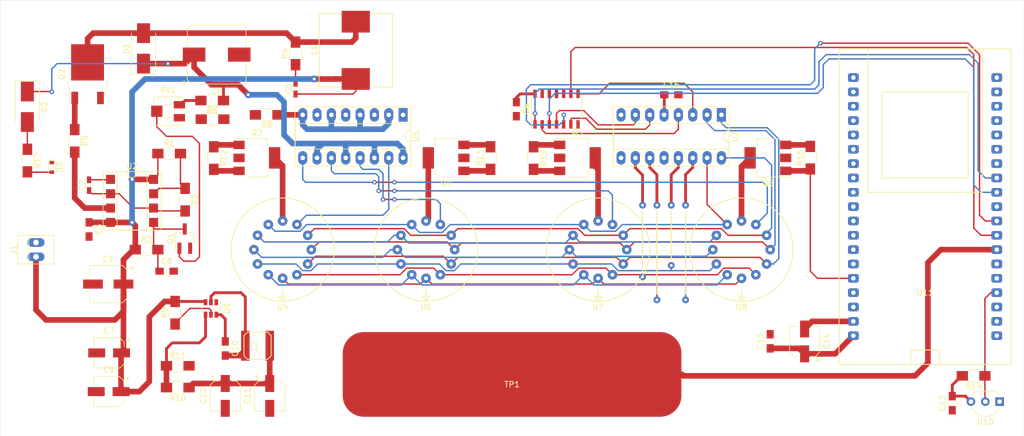
<source format=kicad_pcb>
(kicad_pcb (version 20171130) (host pcbnew 5.0.2-bee76a0~70~ubuntu18.10.1)

  (general
    (thickness 1.6)
    (drawings 8)
    (tracks 531)
    (zones 0)
    (modules 58)
    (nets 79)
  )

  (page A4)
  (layers
    (0 F.Cu signal)
    (1 In1.Cu signal)
    (2 In2.Cu signal)
    (31 B.Cu signal)
    (32 B.Adhes user)
    (33 F.Adhes user)
    (34 B.Paste user)
    (35 F.Paste user)
    (36 B.SilkS user)
    (37 F.SilkS user)
    (38 B.Mask user)
    (39 F.Mask user)
    (40 Dwgs.User user)
    (41 Cmts.User user)
    (42 Eco1.User user)
    (43 Eco2.User user)
    (44 Edge.Cuts user)
    (45 Margin user)
    (46 B.CrtYd user)
    (47 F.CrtYd user)
    (48 B.Fab user)
    (49 F.Fab user)
  )

  (setup
    (last_trace_width 1)
    (user_trace_width 0.5)
    (user_trace_width 1)
    (trace_clearance 0.2)
    (zone_clearance 0.508)
    (zone_45_only no)
    (trace_min 0.2)
    (segment_width 0.2)
    (edge_width 0.05)
    (via_size 0.8)
    (via_drill 0.4)
    (via_min_size 0.4)
    (via_min_drill 0.3)
    (user_via 0.7 0.5)
    (user_via 1.2 0.5)
    (uvia_size 0.3)
    (uvia_drill 0.1)
    (uvias_allowed no)
    (uvia_min_size 0.2)
    (uvia_min_drill 0.1)
    (pcb_text_width 0.3)
    (pcb_text_size 1.5 1.5)
    (mod_edge_width 0.12)
    (mod_text_size 1 1)
    (mod_text_width 0.15)
    (pad_size 1.524 1.524)
    (pad_drill 0.762)
    (pad_to_mask_clearance 0.051)
    (solder_mask_min_width 0.25)
    (aux_axis_origin 0 0)
    (visible_elements FFFFFF7F)
    (pcbplotparams
      (layerselection 0x010fc_ffffffff)
      (usegerberextensions false)
      (usegerberattributes false)
      (usegerberadvancedattributes false)
      (creategerberjobfile false)
      (excludeedgelayer true)
      (linewidth 0.100000)
      (plotframeref false)
      (viasonmask false)
      (mode 1)
      (useauxorigin false)
      (hpglpennumber 1)
      (hpglpenspeed 20)
      (hpglpendiameter 15.000000)
      (psnegative false)
      (psa4output false)
      (plotreference true)
      (plotvalue true)
      (plotinvisibletext false)
      (padsonsilk false)
      (subtractmaskfromsilk false)
      (outputformat 1)
      (mirror false)
      (drillshape 1)
      (scaleselection 1)
      (outputdirectory ""))
  )

  (net 0 "")
  (net 1 GND)
  (net 2 +12V)
  (net 3 "Net-(C2-Pad1)")
  (net 4 +5V)
  (net 5 "Net-(C5-Pad2)")
  (net 6 HV)
  (net 7 "Net-(C8-Pad1)")
  (net 8 "Net-(C10-Pad2)")
  (net 9 "Net-(C10-Pad1)")
  (net 10 +3V3)
  (net 11 "Net-(D1-Pad2)")
  (net 12 "Net-(D2-Pad2)")
  (net 13 "Net-(D3-Pad2)")
  (net 14 "Net-(Q1-Pad1)")
  (net 15 "Net-(Q2-Pad1)")
  (net 16 P_DIZ_H)
  (net 17 "Net-(Q3-Pad2)")
  (net 18 "Net-(Q4-Pad2)")
  (net 19 P_UNIT_H)
  (net 20 "Net-(Q5-Pad2)")
  (net 21 P_DIZ_M)
  (net 22 P_UNIT_M)
  (net 23 "Net-(Q6-Pad2)")
  (net 24 "Net-(R1-Pad2)")
  (net 25 "Net-(R5-Pad2)")
  (net 26 "Net-(R6-Pad2)")
  (net 27 "Net-(R7-Pad1)")
  (net 28 "Net-(R8-Pad1)")
  (net 29 "Net-(R9-Pad1)")
  (net 30 "Net-(R10-Pad2)")
  (net 31 TEMP)
  (net 32 "Net-(TP1-Pad1)")
  (net 33 "Net-(U1-Pad12)")
  (net 34 "Net-(U1-Pad10)")
  (net 35 A)
  (net 36 "Net-(U1-Pad8)")
  (net 37 "Net-(U1-Pad6)")
  (net 38 B)
  (net 39 "Net-(U1-Pad4)")
  (net 40 C)
  (net 41 "Net-(U1-Pad2)")
  (net 42 D)
  (net 43 /0)
  (net 44 /2)
  (net 45 /1)
  (net 46 /5)
  (net 47 /4)
  (net 48 /6)
  (net 49 /7)
  (net 50 /9)
  (net 51 /3)
  (net 52 /8)
  (net 53 "Net-(U4-Pad11)")
  (net 54 UNIT_M)
  (net 55 "Net-(U5-Pad13)")
  (net 56 DIZ_M)
  (net 57 "Net-(U5-Pad11)")
  (net 58 UNIT_H)
  (net 59 "Net-(U5-Pad9)")
  (net 60 DIZ_H)
  (net 61 "Net-(U11-Pad2)")
  (net 62 "Net-(U11-Pad3)")
  (net 63 "Net-(U11-Pad4)")
  (net 64 "Net-(U11-Pad5)")
  (net 65 "Net-(U11-Pad6)")
  (net 66 "Net-(U11-Pad16)")
  (net 67 "Net-(U11-Pad17)")
  (net 68 "Net-(U11-Pad20)")
  (net 69 "Net-(U11-Pad21)")
  (net 70 "Net-(U11-Pad22)")
  (net 71 "Net-(U11-Pad24)")
  (net 72 "Net-(U11-Pad25)")
  (net 73 "Net-(U11-Pad29)")
  (net 74 "Net-(U11-Pad33)")
  (net 75 "Net-(U11-Pad34)")
  (net 76 "Net-(U11-Pad35)")
  (net 77 "Net-(U11-Pad36)")
  (net 78 "Net-(U11-Pad37)")

  (net_class Default "Ceci est la Netclass par défaut."
    (clearance 0.2)
    (trace_width 0.25)
    (via_dia 0.8)
    (via_drill 0.4)
    (uvia_dia 0.3)
    (uvia_drill 0.1)
    (add_net +12V)
    (add_net +3V3)
    (add_net +5V)
    (add_net /0)
    (add_net /1)
    (add_net /2)
    (add_net /3)
    (add_net /4)
    (add_net /5)
    (add_net /6)
    (add_net /7)
    (add_net /8)
    (add_net /9)
    (add_net A)
    (add_net B)
    (add_net C)
    (add_net D)
    (add_net DIZ_H)
    (add_net DIZ_M)
    (add_net GND)
    (add_net HV)
    (add_net "Net-(C10-Pad1)")
    (add_net "Net-(C10-Pad2)")
    (add_net "Net-(C2-Pad1)")
    (add_net "Net-(C5-Pad2)")
    (add_net "Net-(C8-Pad1)")
    (add_net "Net-(D1-Pad2)")
    (add_net "Net-(D2-Pad2)")
    (add_net "Net-(D3-Pad2)")
    (add_net "Net-(Q1-Pad1)")
    (add_net "Net-(Q2-Pad1)")
    (add_net "Net-(Q3-Pad2)")
    (add_net "Net-(Q4-Pad2)")
    (add_net "Net-(Q5-Pad2)")
    (add_net "Net-(Q6-Pad2)")
    (add_net "Net-(R1-Pad2)")
    (add_net "Net-(R10-Pad2)")
    (add_net "Net-(R5-Pad2)")
    (add_net "Net-(R6-Pad2)")
    (add_net "Net-(R7-Pad1)")
    (add_net "Net-(R8-Pad1)")
    (add_net "Net-(R9-Pad1)")
    (add_net "Net-(TP1-Pad1)")
    (add_net "Net-(U1-Pad10)")
    (add_net "Net-(U1-Pad12)")
    (add_net "Net-(U1-Pad2)")
    (add_net "Net-(U1-Pad4)")
    (add_net "Net-(U1-Pad6)")
    (add_net "Net-(U1-Pad8)")
    (add_net "Net-(U11-Pad16)")
    (add_net "Net-(U11-Pad17)")
    (add_net "Net-(U11-Pad2)")
    (add_net "Net-(U11-Pad20)")
    (add_net "Net-(U11-Pad21)")
    (add_net "Net-(U11-Pad22)")
    (add_net "Net-(U11-Pad24)")
    (add_net "Net-(U11-Pad25)")
    (add_net "Net-(U11-Pad29)")
    (add_net "Net-(U11-Pad3)")
    (add_net "Net-(U11-Pad33)")
    (add_net "Net-(U11-Pad34)")
    (add_net "Net-(U11-Pad35)")
    (add_net "Net-(U11-Pad36)")
    (add_net "Net-(U11-Pad37)")
    (add_net "Net-(U11-Pad4)")
    (add_net "Net-(U11-Pad5)")
    (add_net "Net-(U11-Pad6)")
    (add_net "Net-(U4-Pad11)")
    (add_net "Net-(U5-Pad11)")
    (add_net "Net-(U5-Pad13)")
    (add_net "Net-(U5-Pad9)")
    (add_net P_DIZ_H)
    (add_net P_DIZ_M)
    (add_net P_UNIT_H)
    (add_net P_UNIT_M)
    (add_net TEMP)
    (add_net UNIT_H)
    (add_net UNIT_M)
  )

  (module Diodes_SMD:D_SMB_Handsoldering (layer F.Cu) (tedit 590B3D55) (tstamp 5DBCDF13)
    (at 66.548 66.134 270)
    (descr "Diode SMB (DO-214AA) Handsoldering")
    (tags "Diode SMB (DO-214AA) Handsoldering")
    (path /5DCE012E)
    (attr smd)
    (fp_text reference D2 (at 0 -3 270) (layer F.SilkS)
      (effects (font (size 1 1) (thickness 0.15)))
    )
    (fp_text value D_Zener (at 0 3 270) (layer F.Fab)
      (effects (font (size 1 1) (thickness 0.15)))
    )
    (fp_text user %R (at 0 -3 270) (layer F.Fab)
      (effects (font (size 1 1) (thickness 0.15)))
    )
    (fp_line (start -4.6 -2.15) (end -4.6 2.15) (layer F.SilkS) (width 0.12))
    (fp_line (start 2.3 2) (end -2.3 2) (layer F.Fab) (width 0.1))
    (fp_line (start -2.3 2) (end -2.3 -2) (layer F.Fab) (width 0.1))
    (fp_line (start 2.3 -2) (end 2.3 2) (layer F.Fab) (width 0.1))
    (fp_line (start 2.3 -2) (end -2.3 -2) (layer F.Fab) (width 0.1))
    (fp_line (start -4.7 -2.25) (end 4.7 -2.25) (layer F.CrtYd) (width 0.05))
    (fp_line (start 4.7 -2.25) (end 4.7 2.25) (layer F.CrtYd) (width 0.05))
    (fp_line (start 4.7 2.25) (end -4.7 2.25) (layer F.CrtYd) (width 0.05))
    (fp_line (start -4.7 2.25) (end -4.7 -2.25) (layer F.CrtYd) (width 0.05))
    (fp_line (start -0.64944 0.00102) (end -1.55114 0.00102) (layer F.Fab) (width 0.1))
    (fp_line (start 0.50118 0.00102) (end 1.4994 0.00102) (layer F.Fab) (width 0.1))
    (fp_line (start -0.64944 -0.79908) (end -0.64944 0.80112) (layer F.Fab) (width 0.1))
    (fp_line (start 0.50118 0.75032) (end 0.50118 -0.79908) (layer F.Fab) (width 0.1))
    (fp_line (start -0.64944 0.00102) (end 0.50118 0.75032) (layer F.Fab) (width 0.1))
    (fp_line (start -0.64944 0.00102) (end 0.50118 -0.79908) (layer F.Fab) (width 0.1))
    (fp_line (start -4.6 2.15) (end 2.7 2.15) (layer F.SilkS) (width 0.12))
    (fp_line (start -4.6 -2.15) (end 2.7 -2.15) (layer F.SilkS) (width 0.12))
    (pad 1 smd rect (at -2.7 0 270) (size 3.5 2.3) (layers F.Cu F.Paste F.Mask)
      (net 6 HV))
    (pad 2 smd rect (at 2.7 0 270) (size 3.5 2.3) (layers F.Cu F.Paste F.Mask)
      (net 12 "Net-(D2-Pad2)"))
    (model ${KISYS3DMOD}/Diodes_SMD.3dshapes/D_SMB.wrl
      (at (xyz 0 0 0))
      (scale (xyz 1 1 1))
      (rotate (xyz 0 0 0))
    )
  )

  (module Resistors_SMD:R_1206_HandSoldering (layer F.Cu) (tedit 58E0A804) (tstamp 5DBCE10F)
    (at 66.548 75.66 270)
    (descr "Resistor SMD 1206, hand soldering")
    (tags "resistor 1206")
    (path /5DCE1DE5)
    (attr smd)
    (fp_text reference R17 (at 0 -1.85 270) (layer F.SilkS)
      (effects (font (size 1 1) (thickness 0.15)))
    )
    (fp_text value 7150 (at 0 1.9 270) (layer F.Fab)
      (effects (font (size 1 1) (thickness 0.15)))
    )
    (fp_text user %R (at 0 0 270) (layer F.Fab)
      (effects (font (size 0.7 0.7) (thickness 0.105)))
    )
    (fp_line (start -1.6 0.8) (end -1.6 -0.8) (layer F.Fab) (width 0.1))
    (fp_line (start 1.6 0.8) (end -1.6 0.8) (layer F.Fab) (width 0.1))
    (fp_line (start 1.6 -0.8) (end 1.6 0.8) (layer F.Fab) (width 0.1))
    (fp_line (start -1.6 -0.8) (end 1.6 -0.8) (layer F.Fab) (width 0.1))
    (fp_line (start 1 1.07) (end -1 1.07) (layer F.SilkS) (width 0.12))
    (fp_line (start -1 -1.07) (end 1 -1.07) (layer F.SilkS) (width 0.12))
    (fp_line (start -3.25 -1.11) (end 3.25 -1.11) (layer F.CrtYd) (width 0.05))
    (fp_line (start -3.25 -1.11) (end -3.25 1.1) (layer F.CrtYd) (width 0.05))
    (fp_line (start 3.25 1.1) (end 3.25 -1.11) (layer F.CrtYd) (width 0.05))
    (fp_line (start 3.25 1.1) (end -3.25 1.1) (layer F.CrtYd) (width 0.05))
    (pad 1 smd rect (at -2 0 270) (size 2 1.7) (layers F.Cu F.Paste F.Mask)
      (net 12 "Net-(D2-Pad2)"))
    (pad 2 smd rect (at 2 0 270) (size 2 1.7) (layers F.Cu F.Paste F.Mask)
      (net 13 "Net-(D3-Pad2)"))
    (model ${KISYS3DMOD}/Resistors_SMD.3dshapes/R_1206.wrl
      (at (xyz 0 0 0))
      (scale (xyz 1 1 1))
      (rotate (xyz 0 0 0))
    )
  )

  (module Diodes_SMD:D_0603 (layer F.Cu) (tedit 590CE922) (tstamp 5DBCDF2B)
    (at 70.866 76.874 270)
    (descr "Diode SMD in 0603 package http://datasheets.avx.com/schottky.pdf")
    (tags "smd diode")
    (path /5DCE280F)
    (attr smd)
    (fp_text reference D3 (at 0 -1.4 270) (layer F.SilkS)
      (effects (font (size 1 1) (thickness 0.15)))
    )
    (fp_text value LED (at 0 1.4 270) (layer F.Fab)
      (effects (font (size 1 1) (thickness 0.15)))
    )
    (fp_line (start -1.3 -0.57) (end 0.8 -0.57) (layer F.SilkS) (width 0.12))
    (fp_line (start -1.3 0.57) (end 0.8 0.57) (layer F.SilkS) (width 0.12))
    (fp_line (start -0.8 -0.45) (end 0.8 -0.45) (layer F.Fab) (width 0.1))
    (fp_line (start 0.8 -0.45) (end 0.8 0.45) (layer F.Fab) (width 0.1))
    (fp_line (start 0.8 0.45) (end -0.8 0.45) (layer F.Fab) (width 0.1))
    (fp_line (start -0.8 0.45) (end -0.8 -0.45) (layer F.Fab) (width 0.1))
    (fp_line (start 0.2 -0.2) (end -0.1 0) (layer F.Fab) (width 0.1))
    (fp_line (start -0.1 0) (end 0.2 0.2) (layer F.Fab) (width 0.1))
    (fp_line (start 0.2 0.2) (end 0.2 -0.2) (layer F.Fab) (width 0.1))
    (fp_line (start -0.1 -0.2) (end -0.1 0.2) (layer F.Fab) (width 0.1))
    (fp_line (start -0.1 0) (end -0.3 0) (layer F.Fab) (width 0.1))
    (fp_line (start 0.2 0) (end 0.4 0) (layer F.Fab) (width 0.1))
    (fp_line (start 1.4 -0.67) (end -1.4 -0.67) (layer F.CrtYd) (width 0.05))
    (fp_line (start -1.4 -0.67) (end -1.4 0.67) (layer F.CrtYd) (width 0.05))
    (fp_line (start -1.4 0.67) (end 1.4 0.67) (layer F.CrtYd) (width 0.05))
    (fp_line (start 1.4 0.67) (end 1.4 -0.67) (layer F.CrtYd) (width 0.05))
    (fp_line (start -1.3 -0.57) (end -1.3 0.57) (layer F.SilkS) (width 0.12))
    (fp_text user %R (at 0 -1.4 270) (layer F.Fab)
      (effects (font (size 1 1) (thickness 0.15)))
    )
    (pad 2 smd rect (at 0.85 0 270) (size 0.6 0.8) (layers F.Cu F.Paste F.Mask)
      (net 13 "Net-(D3-Pad2)"))
    (pad 1 smd rect (at -0.85 0 270) (size 0.6 0.8) (layers F.Cu F.Paste F.Mask)
      (net 1 GND))
    (model ${KISYS3DMOD}/Diodes_SMD.3dshapes/D_0603.wrl
      (at (xyz 0 0 0))
      (scale (xyz 1 1 1))
      (rotate (xyz 0 0 0))
    )
  )

  (module Capacitors_SMD:CP_Elec_5x5.8 (layer F.Cu) (tedit 58AA8B00) (tstamp 5DCC51E4)
    (at 81.026 109.728 180)
    (descr "SMT capacitor, aluminium electrolytic, 5x5.8")
    (path /5DE973FE)
    (attr smd)
    (fp_text reference C7 (at 0 3.92 180) (layer F.SilkS)
      (effects (font (size 1 1) (thickness 0.15)))
    )
    (fp_text value 22µF (at 0 -3.92 180) (layer F.Fab)
      (effects (font (size 1 1) (thickness 0.15)))
    )
    (fp_circle (center 0 0) (end 0.1 2.4) (layer F.Fab) (width 0.1))
    (fp_text user + (at -1.38 -0.06 180) (layer F.Fab)
      (effects (font (size 1 1) (thickness 0.15)))
    )
    (fp_text user + (at -3.38 2.35 180) (layer F.SilkS)
      (effects (font (size 1 1) (thickness 0.15)))
    )
    (fp_text user %R (at 0 3.92 180) (layer F.Fab)
      (effects (font (size 1 1) (thickness 0.15)))
    )
    (fp_line (start 2.51 2.51) (end 2.51 -2.51) (layer F.Fab) (width 0.1))
    (fp_line (start -1.84 2.51) (end 2.51 2.51) (layer F.Fab) (width 0.1))
    (fp_line (start -2.51 1.84) (end -1.84 2.51) (layer F.Fab) (width 0.1))
    (fp_line (start -2.51 -1.84) (end -2.51 1.84) (layer F.Fab) (width 0.1))
    (fp_line (start -1.84 -2.51) (end -2.51 -1.84) (layer F.Fab) (width 0.1))
    (fp_line (start 2.51 -2.51) (end -1.84 -2.51) (layer F.Fab) (width 0.1))
    (fp_line (start 2.67 2.67) (end 2.67 1.12) (layer F.SilkS) (width 0.12))
    (fp_line (start 2.67 -2.67) (end 2.67 -1.12) (layer F.SilkS) (width 0.12))
    (fp_line (start -2.67 1.91) (end -2.67 1.12) (layer F.SilkS) (width 0.12))
    (fp_line (start -2.67 -1.91) (end -2.67 -1.12) (layer F.SilkS) (width 0.12))
    (fp_line (start 2.67 -2.67) (end -1.91 -2.67) (layer F.SilkS) (width 0.12))
    (fp_line (start -1.91 -2.67) (end -2.67 -1.91) (layer F.SilkS) (width 0.12))
    (fp_line (start -2.67 1.91) (end -1.91 2.67) (layer F.SilkS) (width 0.12))
    (fp_line (start -1.91 2.67) (end 2.67 2.67) (layer F.SilkS) (width 0.12))
    (fp_line (start -3.95 -2.77) (end 3.95 -2.77) (layer F.CrtYd) (width 0.05))
    (fp_line (start -3.95 -2.77) (end -3.95 2.76) (layer F.CrtYd) (width 0.05))
    (fp_line (start 3.95 2.76) (end 3.95 -2.77) (layer F.CrtYd) (width 0.05))
    (fp_line (start 3.95 2.76) (end -3.95 2.76) (layer F.CrtYd) (width 0.05))
    (pad 1 smd rect (at -2.2 0) (size 3 1.6) (layers F.Cu F.Paste F.Mask)
      (net 2 +12V))
    (pad 2 smd rect (at 2.2 0) (size 3 1.6) (layers F.Cu F.Paste F.Mask)
      (net 1 GND))
    (model Capacitors_SMD.3dshapes/CP_Elec_5x5.8.wrl
      (at (xyz 0 0 0))
      (scale (xyz 1 1 1))
      (rotate (xyz 0 0 180))
    )
  )

  (module Capacitors_SMD:CP_Elec_5x5.8 (layer F.Cu) (tedit 58AA8B00) (tstamp 5DCC5193)
    (at 80.94 116.586 180)
    (descr "SMT capacitor, aluminium electrolytic, 5x5.8")
    (path /5DE981D6)
    (attr smd)
    (fp_text reference C9 (at 0 3.92 180) (layer F.SilkS)
      (effects (font (size 1 1) (thickness 0.15)))
    )
    (fp_text value 22µF (at 0 -3.92 180) (layer F.Fab)
      (effects (font (size 1 1) (thickness 0.15)))
    )
    (fp_line (start 3.95 2.76) (end -3.95 2.76) (layer F.CrtYd) (width 0.05))
    (fp_line (start 3.95 2.76) (end 3.95 -2.77) (layer F.CrtYd) (width 0.05))
    (fp_line (start -3.95 -2.77) (end -3.95 2.76) (layer F.CrtYd) (width 0.05))
    (fp_line (start -3.95 -2.77) (end 3.95 -2.77) (layer F.CrtYd) (width 0.05))
    (fp_line (start -1.91 2.67) (end 2.67 2.67) (layer F.SilkS) (width 0.12))
    (fp_line (start -2.67 1.91) (end -1.91 2.67) (layer F.SilkS) (width 0.12))
    (fp_line (start -1.91 -2.67) (end -2.67 -1.91) (layer F.SilkS) (width 0.12))
    (fp_line (start 2.67 -2.67) (end -1.91 -2.67) (layer F.SilkS) (width 0.12))
    (fp_line (start -2.67 -1.91) (end -2.67 -1.12) (layer F.SilkS) (width 0.12))
    (fp_line (start -2.67 1.91) (end -2.67 1.12) (layer F.SilkS) (width 0.12))
    (fp_line (start 2.67 -2.67) (end 2.67 -1.12) (layer F.SilkS) (width 0.12))
    (fp_line (start 2.67 2.67) (end 2.67 1.12) (layer F.SilkS) (width 0.12))
    (fp_line (start 2.51 -2.51) (end -1.84 -2.51) (layer F.Fab) (width 0.1))
    (fp_line (start -1.84 -2.51) (end -2.51 -1.84) (layer F.Fab) (width 0.1))
    (fp_line (start -2.51 -1.84) (end -2.51 1.84) (layer F.Fab) (width 0.1))
    (fp_line (start -2.51 1.84) (end -1.84 2.51) (layer F.Fab) (width 0.1))
    (fp_line (start -1.84 2.51) (end 2.51 2.51) (layer F.Fab) (width 0.1))
    (fp_line (start 2.51 2.51) (end 2.51 -2.51) (layer F.Fab) (width 0.1))
    (fp_text user %R (at 0 3.92 180) (layer F.Fab)
      (effects (font (size 1 1) (thickness 0.15)))
    )
    (fp_text user + (at -3.38 2.35 180) (layer F.SilkS)
      (effects (font (size 1 1) (thickness 0.15)))
    )
    (fp_text user + (at -1.38 -0.06 180) (layer F.Fab)
      (effects (font (size 1 1) (thickness 0.15)))
    )
    (fp_circle (center 0 0) (end 0.1 2.4) (layer F.Fab) (width 0.1))
    (pad 2 smd rect (at 2.2 0) (size 3 1.6) (layers F.Cu F.Paste F.Mask)
      (net 1 GND))
    (pad 1 smd rect (at -2.2 0) (size 3 1.6) (layers F.Cu F.Paste F.Mask)
      (net 2 +12V))
    (model Capacitors_SMD.3dshapes/CP_Elec_5x5.8.wrl
      (at (xyz 0 0 0))
      (scale (xyz 1 1 1))
      (rotate (xyz 0 0 180))
    )
  )

  (module Capacitors_SMD:CP_Elec_10x7.7 (layer F.Cu) (tedit 58AA916C) (tstamp 5DCA5E3F)
    (at 100.076 56.896)
    (descr "SMT capacitor, aluminium electrolytic, 10x7.7")
    (path /5DB8B9C7)
    (attr smd)
    (fp_text reference C6 (at 0 6.46) (layer F.SilkS)
      (effects (font (size 1 1) (thickness 0.15)))
    )
    (fp_text value 4.7µF-250V (at 0 -6.46) (layer F.Fab)
      (effects (font (size 1 1) (thickness 0.15)))
    )
    (fp_line (start 6.25 5.3) (end -6.25 5.3) (layer F.CrtYd) (width 0.05))
    (fp_line (start 6.25 5.3) (end 6.25 -5.31) (layer F.CrtYd) (width 0.05))
    (fp_line (start -6.25 -5.31) (end -6.25 5.3) (layer F.CrtYd) (width 0.05))
    (fp_line (start -6.25 -5.31) (end 6.25 -5.31) (layer F.CrtYd) (width 0.05))
    (fp_line (start -4.45 -5.21) (end 5.21 -5.21) (layer F.SilkS) (width 0.12))
    (fp_line (start -5.21 -4.45) (end -4.45 -5.21) (layer F.SilkS) (width 0.12))
    (fp_line (start -4.45 5.21) (end -5.21 4.45) (layer F.SilkS) (width 0.12))
    (fp_line (start 5.21 5.21) (end -4.45 5.21) (layer F.SilkS) (width 0.12))
    (fp_line (start 5.05 -5.05) (end -4.38 -5.05) (layer F.Fab) (width 0.1))
    (fp_line (start -4.38 -5.05) (end -5.05 -4.38) (layer F.Fab) (width 0.1))
    (fp_line (start -5.05 -4.38) (end -5.05 4.38) (layer F.Fab) (width 0.1))
    (fp_line (start -5.05 4.38) (end -4.38 5.05) (layer F.Fab) (width 0.1))
    (fp_line (start -4.38 5.05) (end 5.05 5.05) (layer F.Fab) (width 0.1))
    (fp_line (start 5.05 5.05) (end 5.05 -5.05) (layer F.Fab) (width 0.1))
    (fp_line (start 5.21 -5.21) (end 5.21 -1.56) (layer F.SilkS) (width 0.12))
    (fp_line (start 5.21 5.21) (end 5.21 1.56) (layer F.SilkS) (width 0.12))
    (fp_line (start -5.21 4.45) (end -5.21 1.56) (layer F.SilkS) (width 0.12))
    (fp_line (start -5.21 -4.45) (end -5.21 -1.56) (layer F.SilkS) (width 0.12))
    (fp_text user %R (at 0 6.46) (layer F.Fab)
      (effects (font (size 1 1) (thickness 0.15)))
    )
    (fp_text user + (at -5.78 4.97) (layer F.SilkS)
      (effects (font (size 1 1) (thickness 0.15)))
    )
    (fp_text user + (at -2.91 -0.08) (layer F.Fab)
      (effects (font (size 1 1) (thickness 0.15)))
    )
    (fp_circle (center 0 0) (end 0 5) (layer F.Fab) (width 0.1))
    (pad 2 smd rect (at 4 0 180) (size 4 2.5) (layers F.Cu F.Paste F.Mask)
      (net 1 GND))
    (pad 1 smd rect (at -4 0 180) (size 4 2.5) (layers F.Cu F.Paste F.Mask)
      (net 6 HV))
    (model Capacitors_SMD.3dshapes/CP_Elec_10x7.7.wrl
      (at (xyz 0 0 0))
      (scale (xyz 1 1 1))
      (rotate (xyz 0 0 180))
    )
  )

  (module Capacitors_SMD:C_0805_HandSoldering (layer F.Cu) (tedit 58AA84A8) (tstamp 5DBCDDC4)
    (at 77.47 87.864 270)
    (descr "Capacitor SMD 0805, hand soldering")
    (tags "capacitor 0805")
    (path /5DB58366)
    (attr smd)
    (fp_text reference C3 (at 0 -1.75 270) (layer F.SilkS)
      (effects (font (size 1 1) (thickness 0.15)))
    )
    (fp_text value 100nF (at 0 1.75 270) (layer F.Fab)
      (effects (font (size 1 1) (thickness 0.15)))
    )
    (fp_line (start 2.25 0.87) (end -2.25 0.87) (layer F.CrtYd) (width 0.05))
    (fp_line (start 2.25 0.87) (end 2.25 -0.88) (layer F.CrtYd) (width 0.05))
    (fp_line (start -2.25 -0.88) (end -2.25 0.87) (layer F.CrtYd) (width 0.05))
    (fp_line (start -2.25 -0.88) (end 2.25 -0.88) (layer F.CrtYd) (width 0.05))
    (fp_line (start -0.5 0.85) (end 0.5 0.85) (layer F.SilkS) (width 0.12))
    (fp_line (start 0.5 -0.85) (end -0.5 -0.85) (layer F.SilkS) (width 0.12))
    (fp_line (start -1 -0.62) (end 1 -0.62) (layer F.Fab) (width 0.1))
    (fp_line (start 1 -0.62) (end 1 0.62) (layer F.Fab) (width 0.1))
    (fp_line (start 1 0.62) (end -1 0.62) (layer F.Fab) (width 0.1))
    (fp_line (start -1 0.62) (end -1 -0.62) (layer F.Fab) (width 0.1))
    (fp_text user %R (at 0 -1.75 270) (layer F.Fab)
      (effects (font (size 1 1) (thickness 0.15)))
    )
    (pad 2 smd rect (at 1.25 0 270) (size 1.5 1.25) (layers F.Cu F.Paste F.Mask)
      (net 1 GND))
    (pad 1 smd rect (at -1.25 0 270) (size 1.5 1.25) (layers F.Cu F.Paste F.Mask)
      (net 2 +12V))
    (model Capacitors_SMD.3dshapes/C_0805.wrl
      (at (xyz 0 0 0))
      (scale (xyz 1 1 1))
      (rotate (xyz 0 0 0))
    )
  )

  (module Capacitors_SMD:C_0603_HandSoldering (layer F.Cu) (tedit 58AA848B) (tstamp 5DBCDDB3)
    (at 77.47 80.01 90)
    (descr "Capacitor SMD 0603, hand soldering")
    (tags "capacitor 0603")
    (path /5DB62203)
    (attr smd)
    (fp_text reference C2 (at 0 -1.25 90) (layer F.SilkS)
      (effects (font (size 1 1) (thickness 0.15)))
    )
    (fp_text value 2200pF (at 0 1.5 90) (layer F.Fab)
      (effects (font (size 1 1) (thickness 0.15)))
    )
    (fp_text user %R (at 0 -1.25 90) (layer F.Fab)
      (effects (font (size 1 1) (thickness 0.15)))
    )
    (fp_line (start -0.8 0.4) (end -0.8 -0.4) (layer F.Fab) (width 0.1))
    (fp_line (start 0.8 0.4) (end -0.8 0.4) (layer F.Fab) (width 0.1))
    (fp_line (start 0.8 -0.4) (end 0.8 0.4) (layer F.Fab) (width 0.1))
    (fp_line (start -0.8 -0.4) (end 0.8 -0.4) (layer F.Fab) (width 0.1))
    (fp_line (start -0.35 -0.6) (end 0.35 -0.6) (layer F.SilkS) (width 0.12))
    (fp_line (start 0.35 0.6) (end -0.35 0.6) (layer F.SilkS) (width 0.12))
    (fp_line (start -1.8 -0.65) (end 1.8 -0.65) (layer F.CrtYd) (width 0.05))
    (fp_line (start -1.8 -0.65) (end -1.8 0.65) (layer F.CrtYd) (width 0.05))
    (fp_line (start 1.8 0.65) (end 1.8 -0.65) (layer F.CrtYd) (width 0.05))
    (fp_line (start 1.8 0.65) (end -1.8 0.65) (layer F.CrtYd) (width 0.05))
    (pad 1 smd rect (at -0.95 0 90) (size 1.2 0.75) (layers F.Cu F.Paste F.Mask)
      (net 3 "Net-(C2-Pad1)"))
    (pad 2 smd rect (at 0.95 0 90) (size 1.2 0.75) (layers F.Cu F.Paste F.Mask)
      (net 1 GND))
    (model Capacitors_SMD.3dshapes/C_0603.wrl
      (at (xyz 0 0 0))
      (scale (xyz 1 1 1))
      (rotate (xyz 0 0 0))
    )
  )

  (module Capacitors_SMD:C_0805_HandSoldering (layer F.Cu) (tedit 58AA84A8) (tstamp 5DBCDE2F)
    (at 91.206 95.25)
    (descr "Capacitor SMD 0805, hand soldering")
    (tags "capacitor 0805")
    (path /5E10B53F)
    (attr smd)
    (fp_text reference C8 (at 0 -1.75) (layer F.SilkS)
      (effects (font (size 1 1) (thickness 0.15)))
    )
    (fp_text value 100nF (at 0 1.75) (layer F.Fab)
      (effects (font (size 1 1) (thickness 0.15)))
    )
    (fp_line (start 2.25 0.87) (end -2.25 0.87) (layer F.CrtYd) (width 0.05))
    (fp_line (start 2.25 0.87) (end 2.25 -0.88) (layer F.CrtYd) (width 0.05))
    (fp_line (start -2.25 -0.88) (end -2.25 0.87) (layer F.CrtYd) (width 0.05))
    (fp_line (start -2.25 -0.88) (end 2.25 -0.88) (layer F.CrtYd) (width 0.05))
    (fp_line (start -0.5 0.85) (end 0.5 0.85) (layer F.SilkS) (width 0.12))
    (fp_line (start 0.5 -0.85) (end -0.5 -0.85) (layer F.SilkS) (width 0.12))
    (fp_line (start -1 -0.62) (end 1 -0.62) (layer F.Fab) (width 0.1))
    (fp_line (start 1 -0.62) (end 1 0.62) (layer F.Fab) (width 0.1))
    (fp_line (start 1 0.62) (end -1 0.62) (layer F.Fab) (width 0.1))
    (fp_line (start -1 0.62) (end -1 -0.62) (layer F.Fab) (width 0.1))
    (fp_text user %R (at 0 -1.75) (layer F.Fab)
      (effects (font (size 1 1) (thickness 0.15)))
    )
    (pad 2 smd rect (at 1.25 0) (size 1.5 1.25) (layers F.Cu F.Paste F.Mask)
      (net 1 GND))
    (pad 1 smd rect (at -1.25 0) (size 1.5 1.25) (layers F.Cu F.Paste F.Mask)
      (net 7 "Net-(C8-Pad1)"))
    (model Capacitors_SMD.3dshapes/C_0805.wrl
      (at (xyz 0 0 0))
      (scale (xyz 1 1 1))
      (rotate (xyz 0 0 0))
    )
  )

  (module Resistors_SMD:R_1206_HandSoldering (layer F.Cu) (tedit 58E0A804) (tstamp 5DBCDFFF)
    (at 91.662 74.422)
    (descr "Resistor SMD 1206, hand soldering")
    (tags "resistor 1206")
    (path /5DB58C6D)
    (attr smd)
    (fp_text reference R1 (at 0 -1.85) (layer F.SilkS)
      (effects (font (size 1 1) (thickness 0.15)))
    )
    (fp_text value 1K (at 0 1.9) (layer F.Fab)
      (effects (font (size 1 1) (thickness 0.15)))
    )
    (fp_line (start 3.25 1.1) (end -3.25 1.1) (layer F.CrtYd) (width 0.05))
    (fp_line (start 3.25 1.1) (end 3.25 -1.11) (layer F.CrtYd) (width 0.05))
    (fp_line (start -3.25 -1.11) (end -3.25 1.1) (layer F.CrtYd) (width 0.05))
    (fp_line (start -3.25 -1.11) (end 3.25 -1.11) (layer F.CrtYd) (width 0.05))
    (fp_line (start -1 -1.07) (end 1 -1.07) (layer F.SilkS) (width 0.12))
    (fp_line (start 1 1.07) (end -1 1.07) (layer F.SilkS) (width 0.12))
    (fp_line (start -1.6 -0.8) (end 1.6 -0.8) (layer F.Fab) (width 0.1))
    (fp_line (start 1.6 -0.8) (end 1.6 0.8) (layer F.Fab) (width 0.1))
    (fp_line (start 1.6 0.8) (end -1.6 0.8) (layer F.Fab) (width 0.1))
    (fp_line (start -1.6 0.8) (end -1.6 -0.8) (layer F.Fab) (width 0.1))
    (fp_text user %R (at 0 0) (layer F.Fab)
      (effects (font (size 0.7 0.7) (thickness 0.105)))
    )
    (pad 2 smd rect (at 2 0) (size 2 1.7) (layers F.Cu F.Paste F.Mask)
      (net 24 "Net-(R1-Pad2)"))
    (pad 1 smd rect (at -2 0) (size 2 1.7) (layers F.Cu F.Paste F.Mask)
      (net 2 +12V))
    (model ${KISYS3DMOD}/Resistors_SMD.3dshapes/R_1206.wrl
      (at (xyz 0 0 0))
      (scale (xyz 1 1 1))
      (rotate (xyz 0 0 0))
    )
  )

  (module Resistors_SMD:R_1206_HandSoldering (layer F.Cu) (tedit 58E0A804) (tstamp 5DBCE021)
    (at 87.662 91.44)
    (descr "Resistor SMD 1206, hand soldering")
    (tags "resistor 1206")
    (path /5DB5904C)
    (attr smd)
    (fp_text reference R3 (at 0 -1.85) (layer F.SilkS)
      (effects (font (size 1 1) (thickness 0.15)))
    )
    (fp_text value 5K6 (at 0 1.9) (layer F.Fab)
      (effects (font (size 1 1) (thickness 0.15)))
    )
    (fp_text user %R (at 0 0) (layer F.Fab)
      (effects (font (size 0.7 0.7) (thickness 0.105)))
    )
    (fp_line (start -1.6 0.8) (end -1.6 -0.8) (layer F.Fab) (width 0.1))
    (fp_line (start 1.6 0.8) (end -1.6 0.8) (layer F.Fab) (width 0.1))
    (fp_line (start 1.6 -0.8) (end 1.6 0.8) (layer F.Fab) (width 0.1))
    (fp_line (start -1.6 -0.8) (end 1.6 -0.8) (layer F.Fab) (width 0.1))
    (fp_line (start 1 1.07) (end -1 1.07) (layer F.SilkS) (width 0.12))
    (fp_line (start -1 -1.07) (end 1 -1.07) (layer F.SilkS) (width 0.12))
    (fp_line (start -3.25 -1.11) (end 3.25 -1.11) (layer F.CrtYd) (width 0.05))
    (fp_line (start -3.25 -1.11) (end -3.25 1.1) (layer F.CrtYd) (width 0.05))
    (fp_line (start 3.25 1.1) (end 3.25 -1.11) (layer F.CrtYd) (width 0.05))
    (fp_line (start 3.25 1.1) (end -3.25 1.1) (layer F.CrtYd) (width 0.05))
    (pad 1 smd rect (at -2 0) (size 2 1.7) (layers F.Cu F.Paste F.Mask)
      (net 2 +12V))
    (pad 2 smd rect (at 2 0) (size 2 1.7) (layers F.Cu F.Paste F.Mask)
      (net 7 "Net-(C8-Pad1)"))
    (model ${KISYS3DMOD}/Resistors_SMD.3dshapes/R_1206.wrl
      (at (xyz 0 0 0))
      (scale (xyz 1 1 1))
      (rotate (xyz 0 0 0))
    )
  )

  (module Housings_DIP:DIP-8_W7.62mm_SMDSocket_SmallPads (layer F.Cu) (tedit 59C78D6B) (tstamp 5DBCE182)
    (at 85.09 82.804)
    (descr "8-lead though-hole mounted DIP package, row spacing 7.62 mm (300 mils), SMDSocket, SmallPads")
    (tags "THT DIP DIL PDIP 2.54mm 7.62mm 300mil SMDSocket SmallPads")
    (path /5DB59F5C)
    (attr smd)
    (fp_text reference U2 (at 0 -6.14) (layer F.SilkS)
      (effects (font (size 1 1) (thickness 0.15)))
    )
    (fp_text value TLC555 (at 0 6.14) (layer F.Fab)
      (effects (font (size 1 1) (thickness 0.15)))
    )
    (fp_text user %R (at 0 0) (layer F.Fab)
      (effects (font (size 1 1) (thickness 0.15)))
    )
    (fp_line (start 5.35 -5.4) (end -5.35 -5.4) (layer F.CrtYd) (width 0.05))
    (fp_line (start 5.35 5.4) (end 5.35 -5.4) (layer F.CrtYd) (width 0.05))
    (fp_line (start -5.35 5.4) (end 5.35 5.4) (layer F.CrtYd) (width 0.05))
    (fp_line (start -5.35 -5.4) (end -5.35 5.4) (layer F.CrtYd) (width 0.05))
    (fp_line (start 5.14 -5.2) (end -5.14 -5.2) (layer F.SilkS) (width 0.12))
    (fp_line (start 5.14 5.2) (end 5.14 -5.2) (layer F.SilkS) (width 0.12))
    (fp_line (start -5.14 5.2) (end 5.14 5.2) (layer F.SilkS) (width 0.12))
    (fp_line (start -5.14 -5.2) (end -5.14 5.2) (layer F.SilkS) (width 0.12))
    (fp_line (start 2.65 -5.14) (end 1 -5.14) (layer F.SilkS) (width 0.12))
    (fp_line (start 2.65 5.14) (end 2.65 -5.14) (layer F.SilkS) (width 0.12))
    (fp_line (start -2.65 5.14) (end 2.65 5.14) (layer F.SilkS) (width 0.12))
    (fp_line (start -2.65 -5.14) (end -2.65 5.14) (layer F.SilkS) (width 0.12))
    (fp_line (start -1 -5.14) (end -2.65 -5.14) (layer F.SilkS) (width 0.12))
    (fp_line (start 5.08 -5.14) (end -5.08 -5.14) (layer F.Fab) (width 0.1))
    (fp_line (start 5.08 5.14) (end 5.08 -5.14) (layer F.Fab) (width 0.1))
    (fp_line (start -5.08 5.14) (end 5.08 5.14) (layer F.Fab) (width 0.1))
    (fp_line (start -5.08 -5.14) (end -5.08 5.14) (layer F.Fab) (width 0.1))
    (fp_line (start -3.175 -4.08) (end -2.175 -5.08) (layer F.Fab) (width 0.1))
    (fp_line (start -3.175 5.08) (end -3.175 -4.08) (layer F.Fab) (width 0.1))
    (fp_line (start 3.175 5.08) (end -3.175 5.08) (layer F.Fab) (width 0.1))
    (fp_line (start 3.175 -5.08) (end 3.175 5.08) (layer F.Fab) (width 0.1))
    (fp_line (start -2.175 -5.08) (end 3.175 -5.08) (layer F.Fab) (width 0.1))
    (fp_arc (start 0 -5.14) (end -1 -5.14) (angle -180) (layer F.SilkS) (width 0.12))
    (pad 8 smd rect (at 3.81 -3.81) (size 1.6 1.6) (layers F.Cu F.Paste F.Mask)
      (net 2 +12V))
    (pad 4 smd rect (at -3.81 3.81) (size 1.6 1.6) (layers F.Cu F.Paste F.Mask)
      (net 2 +12V))
    (pad 7 smd rect (at 3.81 -1.27) (size 1.6 1.6) (layers F.Cu F.Paste F.Mask)
      (net 24 "Net-(R1-Pad2)"))
    (pad 3 smd rect (at -3.81 1.27) (size 1.6 1.6) (layers F.Cu F.Paste F.Mask)
      (net 25 "Net-(R5-Pad2)"))
    (pad 6 smd rect (at 3.81 1.27) (size 1.6 1.6) (layers F.Cu F.Paste F.Mask)
      (net 3 "Net-(C2-Pad1)"))
    (pad 2 smd rect (at -3.81 -1.27) (size 1.6 1.6) (layers F.Cu F.Paste F.Mask)
      (net 3 "Net-(C2-Pad1)"))
    (pad 5 smd rect (at 3.81 3.81) (size 1.6 1.6) (layers F.Cu F.Paste F.Mask)
      (net 7 "Net-(C8-Pad1)"))
    (pad 1 smd rect (at -3.81 -3.81) (size 1.6 1.6) (layers F.Cu F.Paste F.Mask)
      (net 1 GND))
    (model ${KISYS3DMOD}/Housings_DIP.3dshapes/DIP-8_W7.62mm_SMDSocket.wrl
      (at (xyz 0 0 0))
      (scale (xyz 1 1 1))
      (rotate (xyz 0 0 0))
    )
  )

  (module TO_SOT_Packages_SMD:SOT-23W_Handsoldering (layer F.Cu) (tedit 5997FF7E) (tstamp 5DBCDF72)
    (at 94.422 89.486 90)
    (descr "SOT-23W http://www.allegromicro.com/~/media/Files/Datasheets/A112x-Datasheet.ashx?la=en&hash=7BC461E058CC246E0BAB62433B2F1ECA104CA9D3")
    (tags "SOT-23W for handsoldering")
    (path /5DB5C42D)
    (attr smd)
    (fp_text reference Q1 (at 0 -2.5 90) (layer F.SilkS)
      (effects (font (size 1 1) (thickness 0.15)))
    )
    (fp_text value BC850 (at 0 2.5 90) (layer F.Fab)
      (effects (font (size 1 1) (thickness 0.15)))
    )
    (fp_line (start -2.95 1.74) (end -2.95 -1.74) (layer F.CrtYd) (width 0.05))
    (fp_line (start 2.95 1.74) (end -2.95 1.74) (layer F.CrtYd) (width 0.05))
    (fp_line (start 2.95 -1.74) (end 2.95 1.74) (layer F.CrtYd) (width 0.05))
    (fp_line (start -2.95 -1.74) (end 2.95 -1.74) (layer F.CrtYd) (width 0.05))
    (fp_line (start -0.955 1.49) (end 0.955 1.49) (layer F.Fab) (width 0.1))
    (fp_line (start 0.955 -1.49) (end 0.955 1.49) (layer F.Fab) (width 0.1))
    (fp_line (start -0.955 -0.49) (end 0.045 -1.49) (layer F.Fab) (width 0.1))
    (fp_line (start 0.045 -1.49) (end 0.955 -1.49) (layer F.Fab) (width 0.1))
    (fp_line (start -0.955 -0.49) (end -0.955 1.49) (layer F.Fab) (width 0.1))
    (fp_text user %R (at 0 0 180) (layer F.Fab)
      (effects (font (size 0.5 0.5) (thickness 0.075)))
    )
    (fp_line (start -1.075 1.61) (end 1.075 1.61) (layer F.SilkS) (width 0.12))
    (fp_line (start -2 -1.61) (end 1.075 -1.61) (layer F.SilkS) (width 0.12))
    (fp_line (start 1.075 -1.6) (end 1.075 -0.7) (layer F.SilkS) (width 0.12))
    (fp_line (start 1.075 0.7) (end 1.075 1.61) (layer F.SilkS) (width 0.12))
    (pad 3 smd rect (at 1.7 0 90) (size 2 0.7) (layers F.Cu F.Paste F.Mask)
      (net 7 "Net-(C8-Pad1)"))
    (pad 2 smd rect (at -1.7 0.95 90) (size 2 0.7) (layers F.Cu F.Paste F.Mask)
      (net 1 GND))
    (pad 1 smd rect (at -1.7 -0.95 90) (size 2 0.7) (layers F.Cu F.Paste F.Mask)
      (net 14 "Net-(Q1-Pad1)"))
    (model ${KISYS3DMOD}/TO_SOT_Packages_SMD.3dshapes/SOT-23W_Handsoldering.wrl
      (at (xyz 0 0 0))
      (scale (xyz 1 1 1))
      (rotate (xyz 0 0 0))
    )
  )

  (module Capacitors_SMD:CP_Elec_6.3x7.7 (layer F.Cu) (tedit 58AA8B76) (tstamp 5DBCDDA2)
    (at 80.866 97.536 180)
    (descr "SMT capacitor, aluminium electrolytic, 6.3x7.7")
    (path /5DB57D92)
    (attr smd)
    (fp_text reference C1 (at 0 4.43 180) (layer F.SilkS)
      (effects (font (size 1 1) (thickness 0.15)))
    )
    (fp_text value 100µF-16V (at 0 -4.43 180) (layer F.Fab)
      (effects (font (size 1 1) (thickness 0.15)))
    )
    (fp_line (start 4.7 3.4) (end -4.7 3.4) (layer F.CrtYd) (width 0.05))
    (fp_line (start 4.7 3.4) (end 4.7 -3.4) (layer F.CrtYd) (width 0.05))
    (fp_line (start -4.7 -3.4) (end -4.7 3.4) (layer F.CrtYd) (width 0.05))
    (fp_line (start -4.7 -3.4) (end 4.7 -3.4) (layer F.CrtYd) (width 0.05))
    (fp_line (start -2.54 -3.3) (end 3.3 -3.3) (layer F.SilkS) (width 0.12))
    (fp_line (start -3.3 -2.54) (end -2.54 -3.3) (layer F.SilkS) (width 0.12))
    (fp_line (start -2.54 3.3) (end -3.3 2.54) (layer F.SilkS) (width 0.12))
    (fp_line (start 3.3 3.3) (end -2.54 3.3) (layer F.SilkS) (width 0.12))
    (fp_line (start -3.3 -2.54) (end -3.3 -1.12) (layer F.SilkS) (width 0.12))
    (fp_line (start 3.3 -3.3) (end 3.3 -1.12) (layer F.SilkS) (width 0.12))
    (fp_line (start 3.3 3.3) (end 3.3 1.12) (layer F.SilkS) (width 0.12))
    (fp_line (start -3.3 2.54) (end -3.3 1.12) (layer F.SilkS) (width 0.12))
    (fp_line (start 3.15 -3.15) (end -2.48 -3.15) (layer F.Fab) (width 0.1))
    (fp_line (start -2.48 -3.15) (end -3.15 -2.48) (layer F.Fab) (width 0.1))
    (fp_line (start -3.15 -2.48) (end -3.15 2.48) (layer F.Fab) (width 0.1))
    (fp_line (start -3.15 2.48) (end -2.48 3.15) (layer F.Fab) (width 0.1))
    (fp_line (start -2.48 3.15) (end 3.15 3.15) (layer F.Fab) (width 0.1))
    (fp_line (start 3.15 3.15) (end 3.15 -3.15) (layer F.Fab) (width 0.1))
    (fp_text user %R (at 0 4.43 180) (layer F.Fab)
      (effects (font (size 1 1) (thickness 0.15)))
    )
    (fp_text user + (at -4.28 2.91 180) (layer F.SilkS)
      (effects (font (size 1 1) (thickness 0.15)))
    )
    (fp_text user + (at -1.73 -0.08 180) (layer F.Fab)
      (effects (font (size 1 1) (thickness 0.15)))
    )
    (fp_circle (center 0 0) (end 0.5 3) (layer F.Fab) (width 0.1))
    (pad 2 smd rect (at 2.7 0) (size 3.5 1.6) (layers F.Cu F.Paste F.Mask)
      (net 1 GND))
    (pad 1 smd rect (at -2.7 0) (size 3.5 1.6) (layers F.Cu F.Paste F.Mask)
      (net 2 +12V))
    (model Capacitors_SMD.3dshapes/CP_Elec_6.3x7.7.wrl
      (at (xyz 0 0 0))
      (scale (xyz 1 1 1))
      (rotate (xyz 0 0 180))
    )
  )

  (module Resistors_SMD:R_1206_HandSoldering (layer F.Cu) (tedit 58E0A804) (tstamp 5DBCE010)
    (at 94.488 82.582 270)
    (descr "Resistor SMD 1206, hand soldering")
    (tags "resistor 1206")
    (path /5DB5878F)
    (attr smd)
    (fp_text reference R2 (at 0 -1.85 270) (layer F.SilkS)
      (effects (font (size 1 1) (thickness 0.15)))
    )
    (fp_text value 10K (at 0 1.9 270) (layer F.Fab)
      (effects (font (size 1 1) (thickness 0.15)))
    )
    (fp_line (start 3.25 1.1) (end -3.25 1.1) (layer F.CrtYd) (width 0.05))
    (fp_line (start 3.25 1.1) (end 3.25 -1.11) (layer F.CrtYd) (width 0.05))
    (fp_line (start -3.25 -1.11) (end -3.25 1.1) (layer F.CrtYd) (width 0.05))
    (fp_line (start -3.25 -1.11) (end 3.25 -1.11) (layer F.CrtYd) (width 0.05))
    (fp_line (start -1 -1.07) (end 1 -1.07) (layer F.SilkS) (width 0.12))
    (fp_line (start 1 1.07) (end -1 1.07) (layer F.SilkS) (width 0.12))
    (fp_line (start -1.6 -0.8) (end 1.6 -0.8) (layer F.Fab) (width 0.1))
    (fp_line (start 1.6 -0.8) (end 1.6 0.8) (layer F.Fab) (width 0.1))
    (fp_line (start 1.6 0.8) (end -1.6 0.8) (layer F.Fab) (width 0.1))
    (fp_line (start -1.6 0.8) (end -1.6 -0.8) (layer F.Fab) (width 0.1))
    (fp_text user %R (at 0 0 270) (layer F.Fab)
      (effects (font (size 0.7 0.7) (thickness 0.105)))
    )
    (pad 2 smd rect (at 2 0 270) (size 2 1.7) (layers F.Cu F.Paste F.Mask)
      (net 3 "Net-(C2-Pad1)"))
    (pad 1 smd rect (at -2 0 270) (size 2 1.7) (layers F.Cu F.Paste F.Mask)
      (net 24 "Net-(R1-Pad2)"))
    (model ${KISYS3DMOD}/Resistors_SMD.3dshapes/R_1206.wrl
      (at (xyz 0 0 0))
      (scale (xyz 1 1 1))
      (rotate (xyz 0 0 0))
    )
  )

  (module Housings_DIP:DIP-16_W7.62mm_Socket_LongPads (layer F.Cu) (tedit 59C78D6B) (tstamp 5DD24A94)
    (at 133.096 67.564 270)
    (descr "16-lead though-hole mounted DIP package, row spacing 7.62 mm (300 mils), Socket, LongPads")
    (tags "THT DIP DIL PDIP 2.54mm 7.62mm 300mil Socket LongPads")
    (path /5DDB9DD3)
    (fp_text reference U5 (at 3.81 -2.33 90) (layer F.SilkS)
      (effects (font (size 1 1) (thickness 0.15)))
    )
    (fp_text value TLP627-4 (at 3.81 20.11 90) (layer F.Fab)
      (effects (font (size 1 1) (thickness 0.15)))
    )
    (fp_text user %R (at 3.81 8.89 90) (layer F.Fab)
      (effects (font (size 1 1) (thickness 0.15)))
    )
    (fp_line (start 9.15 -1.6) (end -1.55 -1.6) (layer F.CrtYd) (width 0.05))
    (fp_line (start 9.15 19.4) (end 9.15 -1.6) (layer F.CrtYd) (width 0.05))
    (fp_line (start -1.55 19.4) (end 9.15 19.4) (layer F.CrtYd) (width 0.05))
    (fp_line (start -1.55 -1.6) (end -1.55 19.4) (layer F.CrtYd) (width 0.05))
    (fp_line (start 9.06 -1.39) (end -1.44 -1.39) (layer F.SilkS) (width 0.12))
    (fp_line (start 9.06 19.17) (end 9.06 -1.39) (layer F.SilkS) (width 0.12))
    (fp_line (start -1.44 19.17) (end 9.06 19.17) (layer F.SilkS) (width 0.12))
    (fp_line (start -1.44 -1.39) (end -1.44 19.17) (layer F.SilkS) (width 0.12))
    (fp_line (start 6.06 -1.33) (end 4.81 -1.33) (layer F.SilkS) (width 0.12))
    (fp_line (start 6.06 19.11) (end 6.06 -1.33) (layer F.SilkS) (width 0.12))
    (fp_line (start 1.56 19.11) (end 6.06 19.11) (layer F.SilkS) (width 0.12))
    (fp_line (start 1.56 -1.33) (end 1.56 19.11) (layer F.SilkS) (width 0.12))
    (fp_line (start 2.81 -1.33) (end 1.56 -1.33) (layer F.SilkS) (width 0.12))
    (fp_line (start 8.89 -1.33) (end -1.27 -1.33) (layer F.Fab) (width 0.1))
    (fp_line (start 8.89 19.11) (end 8.89 -1.33) (layer F.Fab) (width 0.1))
    (fp_line (start -1.27 19.11) (end 8.89 19.11) (layer F.Fab) (width 0.1))
    (fp_line (start -1.27 -1.33) (end -1.27 19.11) (layer F.Fab) (width 0.1))
    (fp_line (start 0.635 -0.27) (end 1.635 -1.27) (layer F.Fab) (width 0.1))
    (fp_line (start 0.635 19.05) (end 0.635 -0.27) (layer F.Fab) (width 0.1))
    (fp_line (start 6.985 19.05) (end 0.635 19.05) (layer F.Fab) (width 0.1))
    (fp_line (start 6.985 -1.27) (end 6.985 19.05) (layer F.Fab) (width 0.1))
    (fp_line (start 1.635 -1.27) (end 6.985 -1.27) (layer F.Fab) (width 0.1))
    (fp_arc (start 3.81 -1.33) (end 2.81 -1.33) (angle -180) (layer F.SilkS) (width 0.12))
    (pad 16 thru_hole oval (at 7.62 0 270) (size 2.4 1.6) (drill 0.8) (layers *.Cu *.Mask)
      (net 6 HV))
    (pad 8 thru_hole oval (at 0 17.78 270) (size 2.4 1.6) (drill 0.8) (layers *.Cu *.Mask)
      (net 28 "Net-(R8-Pad1)"))
    (pad 15 thru_hole oval (at 7.62 2.54 270) (size 2.4 1.6) (drill 0.8) (layers *.Cu *.Mask)
      (net 53 "Net-(U4-Pad11)"))
    (pad 7 thru_hole oval (at 0 15.24 270) (size 2.4 1.6) (drill 0.8) (layers *.Cu *.Mask)
      (net 54 UNIT_M))
    (pad 14 thru_hole oval (at 7.62 5.08 270) (size 2.4 1.6) (drill 0.8) (layers *.Cu *.Mask)
      (net 6 HV))
    (pad 6 thru_hole oval (at 0 12.7 270) (size 2.4 1.6) (drill 0.8) (layers *.Cu *.Mask)
      (net 28 "Net-(R8-Pad1)"))
    (pad 13 thru_hole oval (at 7.62 7.62 270) (size 2.4 1.6) (drill 0.8) (layers *.Cu *.Mask)
      (net 55 "Net-(U5-Pad13)"))
    (pad 5 thru_hole oval (at 0 10.16 270) (size 2.4 1.6) (drill 0.8) (layers *.Cu *.Mask)
      (net 56 DIZ_M))
    (pad 12 thru_hole oval (at 7.62 10.16 270) (size 2.4 1.6) (drill 0.8) (layers *.Cu *.Mask)
      (net 6 HV))
    (pad 4 thru_hole oval (at 0 7.62 270) (size 2.4 1.6) (drill 0.8) (layers *.Cu *.Mask)
      (net 28 "Net-(R8-Pad1)"))
    (pad 11 thru_hole oval (at 7.62 12.7 270) (size 2.4 1.6) (drill 0.8) (layers *.Cu *.Mask)
      (net 57 "Net-(U5-Pad11)"))
    (pad 3 thru_hole oval (at 0 5.08 270) (size 2.4 1.6) (drill 0.8) (layers *.Cu *.Mask)
      (net 58 UNIT_H))
    (pad 10 thru_hole oval (at 7.62 15.24 270) (size 2.4 1.6) (drill 0.8) (layers *.Cu *.Mask)
      (net 6 HV))
    (pad 2 thru_hole oval (at 0 2.54 270) (size 2.4 1.6) (drill 0.8) (layers *.Cu *.Mask)
      (net 28 "Net-(R8-Pad1)"))
    (pad 9 thru_hole oval (at 7.62 17.78 270) (size 2.4 1.6) (drill 0.8) (layers *.Cu *.Mask)
      (net 59 "Net-(U5-Pad9)"))
    (pad 1 thru_hole rect (at 0 0 270) (size 2.4 1.6) (drill 0.8) (layers *.Cu *.Mask)
      (net 60 DIZ_H))
    (model ${KISYS3DMOD}/Housings_DIP.3dshapes/DIP-16_W7.62mm_Socket.wrl
      (at (xyz 0 0 0))
      (scale (xyz 1 1 1))
      (rotate (xyz 0 0 0))
    )
  )

  (module NixieNTPClock:ZM1242 (layer F.Cu) (tedit 5DBC77DF) (tstamp 5DBCE22E)
    (at 193.04 91.44)
    (path /5DB6992D)
    (fp_text reference U8 (at 0 10.16) (layer F.SilkS)
      (effects (font (size 1 1) (thickness 0.15)))
    )
    (fp_text value ZM1242 (at 0 -10.16) (layer F.Fab)
      (effects (font (size 1 1) (thickness 0.15)))
    )
    (fp_line (start 0.635 8.255) (end 0 9.144) (layer F.SilkS) (width 0.15))
    (fp_line (start -0.635 8.255) (end 0.635 8.255) (layer F.SilkS) (width 0.15))
    (fp_line (start 0 9.144) (end -0.635 8.255) (layer F.SilkS) (width 0.15))
    (fp_line (start 0 6.985) (end 0 9.144) (layer F.SilkS) (width 0.15))
    (fp_circle (center 0 0) (end 9.144 0) (layer F.SilkS) (width 0.15))
    (pad 12 thru_hole circle (at 0 -5.08) (size 1.7 1.7) (drill 0.7) (layers *.Cu *.Mask)
      (net 23 "Net-(Q6-Pad2)"))
    (pad 11 thru_hole circle (at 2.54 -4.445) (size 1.7 1.7) (drill 0.7) (layers *.Cu *.Mask)
      (net 59 "Net-(U5-Pad9)"))
    (pad 10 thru_hole circle (at 4.445 -2.54) (size 1.7 1.7) (drill 0.7) (layers *.Cu *.Mask)
      (net 43 /0))
    (pad 9 thru_hole circle (at 5.08 0) (size 1.7 1.7) (drill 0.7) (layers *.Cu *.Mask)
      (net 50 /9))
    (pad 8 thru_hole circle (at 4.445 2.54) (size 1.7 1.7) (drill 0.7) (layers *.Cu *.Mask)
      (net 52 /8))
    (pad 7 thru_hole circle (at 2.54 4.445) (size 1.7 1.7) (drill 0.7) (layers *.Cu *.Mask)
      (net 49 /7))
    (pad 6 thru_hole circle (at 0 5.08) (size 1.7 1.7) (drill 0.7) (layers *.Cu *.Mask)
      (net 48 /6))
    (pad 5 thru_hole circle (at -2.54 4.445) (size 1.7 1.7) (drill 0.7) (layers *.Cu *.Mask)
      (net 46 /5))
    (pad 4 thru_hole circle (at -4.445 2.54) (size 1.7 1.7) (drill 0.7) (layers *.Cu *.Mask)
      (net 47 /4))
    (pad 3 thru_hole circle (at -5.08 0) (size 1.7 1.7) (drill 0.7) (layers *.Cu *.Mask)
      (net 51 /3))
    (pad 2 thru_hole circle (at -4.445 -2.54) (size 1.7 1.7) (drill 0.7) (layers *.Cu *.Mask)
      (net 44 /2))
    (pad 1 thru_hole circle (at -2.54 -4.445) (size 1.7 1.7) (drill 0.7) (layers *.Cu *.Mask)
      (net 45 /1))
  )

  (module Capacitors_SMD:C_0805_HandSoldering (layer F.Cu) (tedit 58AA84A8) (tstamp 5DD23059)
    (at 153.162 66.548 270)
    (descr "Capacitor SMD 0805, hand soldering")
    (tags "capacitor 0805")
    (path /5E127FCB)
    (attr smd)
    (fp_text reference C4 (at 0 -1.75 90) (layer F.SilkS)
      (effects (font (size 1 1) (thickness 0.15)))
    )
    (fp_text value 100nF (at 0 1.75 90) (layer F.Fab)
      (effects (font (size 1 1) (thickness 0.15)))
    )
    (fp_text user %R (at 0 -1.75 90) (layer F.Fab)
      (effects (font (size 1 1) (thickness 0.15)))
    )
    (fp_line (start -1 0.62) (end -1 -0.62) (layer F.Fab) (width 0.1))
    (fp_line (start 1 0.62) (end -1 0.62) (layer F.Fab) (width 0.1))
    (fp_line (start 1 -0.62) (end 1 0.62) (layer F.Fab) (width 0.1))
    (fp_line (start -1 -0.62) (end 1 -0.62) (layer F.Fab) (width 0.1))
    (fp_line (start 0.5 -0.85) (end -0.5 -0.85) (layer F.SilkS) (width 0.12))
    (fp_line (start -0.5 0.85) (end 0.5 0.85) (layer F.SilkS) (width 0.12))
    (fp_line (start -2.25 -0.88) (end 2.25 -0.88) (layer F.CrtYd) (width 0.05))
    (fp_line (start -2.25 -0.88) (end -2.25 0.87) (layer F.CrtYd) (width 0.05))
    (fp_line (start 2.25 0.87) (end 2.25 -0.88) (layer F.CrtYd) (width 0.05))
    (fp_line (start 2.25 0.87) (end -2.25 0.87) (layer F.CrtYd) (width 0.05))
    (pad 1 smd rect (at -1.25 0 270) (size 1.5 1.25) (layers F.Cu F.Paste F.Mask)
      (net 4 +5V))
    (pad 2 smd rect (at 1.25 0 270) (size 1.5 1.25) (layers F.Cu F.Paste F.Mask)
      (net 1 GND))
    (model Capacitors_SMD.3dshapes/C_0805.wrl
      (at (xyz 0 0 0))
      (scale (xyz 1 1 1))
      (rotate (xyz 0 0 0))
    )
  )

  (module Capacitors_SMD:C_0603_HandSoldering (layer F.Cu) (tedit 58AA848B) (tstamp 5DBCDDE6)
    (at 114.046 62.926 90)
    (descr "Capacitor SMD 0603, hand soldering")
    (tags "capacitor 0603")
    (path /5DB58622)
    (attr smd)
    (fp_text reference C5 (at 0 -1.25 90) (layer F.SilkS)
      (effects (font (size 1 1) (thickness 0.15)))
    )
    (fp_text value 1nF (at 0 1.5 90) (layer F.Fab)
      (effects (font (size 1 1) (thickness 0.15)))
    )
    (fp_line (start 1.8 0.65) (end -1.8 0.65) (layer F.CrtYd) (width 0.05))
    (fp_line (start 1.8 0.65) (end 1.8 -0.65) (layer F.CrtYd) (width 0.05))
    (fp_line (start -1.8 -0.65) (end -1.8 0.65) (layer F.CrtYd) (width 0.05))
    (fp_line (start -1.8 -0.65) (end 1.8 -0.65) (layer F.CrtYd) (width 0.05))
    (fp_line (start 0.35 0.6) (end -0.35 0.6) (layer F.SilkS) (width 0.12))
    (fp_line (start -0.35 -0.6) (end 0.35 -0.6) (layer F.SilkS) (width 0.12))
    (fp_line (start -0.8 -0.4) (end 0.8 -0.4) (layer F.Fab) (width 0.1))
    (fp_line (start 0.8 -0.4) (end 0.8 0.4) (layer F.Fab) (width 0.1))
    (fp_line (start 0.8 0.4) (end -0.8 0.4) (layer F.Fab) (width 0.1))
    (fp_line (start -0.8 0.4) (end -0.8 -0.4) (layer F.Fab) (width 0.1))
    (fp_text user %R (at 0 -1.25 90) (layer F.Fab)
      (effects (font (size 1 1) (thickness 0.15)))
    )
    (pad 2 smd rect (at 0.95 0 90) (size 1.2 0.75) (layers F.Cu F.Paste F.Mask)
      (net 5 "Net-(C5-Pad2)"))
    (pad 1 smd rect (at -0.95 0 90) (size 1.2 0.75) (layers F.Cu F.Paste F.Mask)
      (net 2 +12V))
    (model Capacitors_SMD.3dshapes/C_0603.wrl
      (at (xyz 0 0 0))
      (scale (xyz 1 1 1))
      (rotate (xyz 0 0 0))
    )
  )

  (module Capacitors_SMD:C_0805_HandSoldering (layer F.Cu) (tedit 58AA84A8) (tstamp 5DCA70C6)
    (at 101.6 108.946 270)
    (descr "Capacitor SMD 0805, hand soldering")
    (tags "capacitor 0805")
    (path /5E158874)
    (attr smd)
    (fp_text reference C10 (at 0 -1.75 270) (layer F.SilkS)
      (effects (font (size 1 1) (thickness 0.15)))
    )
    (fp_text value 100nF (at 0 1.75 270) (layer F.Fab)
      (effects (font (size 1 1) (thickness 0.15)))
    )
    (fp_line (start 2.25 0.87) (end -2.25 0.87) (layer F.CrtYd) (width 0.05))
    (fp_line (start 2.25 0.87) (end 2.25 -0.88) (layer F.CrtYd) (width 0.05))
    (fp_line (start -2.25 -0.88) (end -2.25 0.87) (layer F.CrtYd) (width 0.05))
    (fp_line (start -2.25 -0.88) (end 2.25 -0.88) (layer F.CrtYd) (width 0.05))
    (fp_line (start -0.5 0.85) (end 0.5 0.85) (layer F.SilkS) (width 0.12))
    (fp_line (start 0.5 -0.85) (end -0.5 -0.85) (layer F.SilkS) (width 0.12))
    (fp_line (start -1 -0.62) (end 1 -0.62) (layer F.Fab) (width 0.1))
    (fp_line (start 1 -0.62) (end 1 0.62) (layer F.Fab) (width 0.1))
    (fp_line (start 1 0.62) (end -1 0.62) (layer F.Fab) (width 0.1))
    (fp_line (start -1 0.62) (end -1 -0.62) (layer F.Fab) (width 0.1))
    (fp_text user %R (at 0 -1.75 270) (layer F.Fab)
      (effects (font (size 1 1) (thickness 0.15)))
    )
    (pad 2 smd rect (at 1.25 0 270) (size 1.5 1.25) (layers F.Cu F.Paste F.Mask)
      (net 8 "Net-(C10-Pad2)"))
    (pad 1 smd rect (at -1.25 0 270) (size 1.5 1.25) (layers F.Cu F.Paste F.Mask)
      (net 9 "Net-(C10-Pad1)"))
    (model Capacitors_SMD.3dshapes/C_0805.wrl
      (at (xyz 0 0 0))
      (scale (xyz 1 1 1))
      (rotate (xyz 0 0 0))
    )
  )

  (module Capacitors_SMD:CP_Elec_5x5.8 (layer F.Cu) (tedit 58AA8B00) (tstamp 5DCA6FE3)
    (at 109.474 117.348 270)
    (descr "SMT capacitor, aluminium electrolytic, 5x5.8")
    (path /5DE9CA3D)
    (attr smd)
    (fp_text reference C11 (at 0 3.92 270) (layer F.SilkS)
      (effects (font (size 1 1) (thickness 0.15)))
    )
    (fp_text value 22µF (at 0 -3.92 270) (layer F.Fab)
      (effects (font (size 1 1) (thickness 0.15)))
    )
    (fp_circle (center 0 0) (end 0.1 2.4) (layer F.Fab) (width 0.1))
    (fp_text user + (at -1.38 -0.06 270) (layer F.Fab)
      (effects (font (size 1 1) (thickness 0.15)))
    )
    (fp_text user + (at -3.38 2.35 270) (layer F.SilkS)
      (effects (font (size 1 1) (thickness 0.15)))
    )
    (fp_text user %R (at 0 3.92 270) (layer F.Fab)
      (effects (font (size 1 1) (thickness 0.15)))
    )
    (fp_line (start 2.51 2.51) (end 2.51 -2.51) (layer F.Fab) (width 0.1))
    (fp_line (start -1.84 2.51) (end 2.51 2.51) (layer F.Fab) (width 0.1))
    (fp_line (start -2.51 1.84) (end -1.84 2.51) (layer F.Fab) (width 0.1))
    (fp_line (start -2.51 -1.84) (end -2.51 1.84) (layer F.Fab) (width 0.1))
    (fp_line (start -1.84 -2.51) (end -2.51 -1.84) (layer F.Fab) (width 0.1))
    (fp_line (start 2.51 -2.51) (end -1.84 -2.51) (layer F.Fab) (width 0.1))
    (fp_line (start 2.67 2.67) (end 2.67 1.12) (layer F.SilkS) (width 0.12))
    (fp_line (start 2.67 -2.67) (end 2.67 -1.12) (layer F.SilkS) (width 0.12))
    (fp_line (start -2.67 1.91) (end -2.67 1.12) (layer F.SilkS) (width 0.12))
    (fp_line (start -2.67 -1.91) (end -2.67 -1.12) (layer F.SilkS) (width 0.12))
    (fp_line (start 2.67 -2.67) (end -1.91 -2.67) (layer F.SilkS) (width 0.12))
    (fp_line (start -1.91 -2.67) (end -2.67 -1.91) (layer F.SilkS) (width 0.12))
    (fp_line (start -2.67 1.91) (end -1.91 2.67) (layer F.SilkS) (width 0.12))
    (fp_line (start -1.91 2.67) (end 2.67 2.67) (layer F.SilkS) (width 0.12))
    (fp_line (start -3.95 -2.77) (end 3.95 -2.77) (layer F.CrtYd) (width 0.05))
    (fp_line (start -3.95 -2.77) (end -3.95 2.76) (layer F.CrtYd) (width 0.05))
    (fp_line (start 3.95 2.76) (end 3.95 -2.77) (layer F.CrtYd) (width 0.05))
    (fp_line (start 3.95 2.76) (end -3.95 2.76) (layer F.CrtYd) (width 0.05))
    (pad 1 smd rect (at -2.2 0 90) (size 3 1.6) (layers F.Cu F.Paste F.Mask)
      (net 4 +5V))
    (pad 2 smd rect (at 2.2 0 90) (size 3 1.6) (layers F.Cu F.Paste F.Mask)
      (net 1 GND))
    (model Capacitors_SMD.3dshapes/CP_Elec_5x5.8.wrl
      (at (xyz 0 0 0))
      (scale (xyz 1 1 1))
      (rotate (xyz 0 0 180))
    )
  )

  (module Capacitors_SMD:CP_Elec_5x5.8 (layer F.Cu) (tedit 58AA8B00) (tstamp 5DBCDE94)
    (at 101.6 117.348 270)
    (descr "SMT capacitor, aluminium electrolytic, 5x5.8")
    (path /5DE9D8AD)
    (attr smd)
    (fp_text reference C12 (at 0 3.92 270) (layer F.SilkS)
      (effects (font (size 1 1) (thickness 0.15)))
    )
    (fp_text value 22µF (at 0 -3.92 270) (layer F.Fab)
      (effects (font (size 1 1) (thickness 0.15)))
    )
    (fp_line (start 3.95 2.76) (end -3.95 2.76) (layer F.CrtYd) (width 0.05))
    (fp_line (start 3.95 2.76) (end 3.95 -2.77) (layer F.CrtYd) (width 0.05))
    (fp_line (start -3.95 -2.77) (end -3.95 2.76) (layer F.CrtYd) (width 0.05))
    (fp_line (start -3.95 -2.77) (end 3.95 -2.77) (layer F.CrtYd) (width 0.05))
    (fp_line (start -1.91 2.67) (end 2.67 2.67) (layer F.SilkS) (width 0.12))
    (fp_line (start -2.67 1.91) (end -1.91 2.67) (layer F.SilkS) (width 0.12))
    (fp_line (start -1.91 -2.67) (end -2.67 -1.91) (layer F.SilkS) (width 0.12))
    (fp_line (start 2.67 -2.67) (end -1.91 -2.67) (layer F.SilkS) (width 0.12))
    (fp_line (start -2.67 -1.91) (end -2.67 -1.12) (layer F.SilkS) (width 0.12))
    (fp_line (start -2.67 1.91) (end -2.67 1.12) (layer F.SilkS) (width 0.12))
    (fp_line (start 2.67 -2.67) (end 2.67 -1.12) (layer F.SilkS) (width 0.12))
    (fp_line (start 2.67 2.67) (end 2.67 1.12) (layer F.SilkS) (width 0.12))
    (fp_line (start 2.51 -2.51) (end -1.84 -2.51) (layer F.Fab) (width 0.1))
    (fp_line (start -1.84 -2.51) (end -2.51 -1.84) (layer F.Fab) (width 0.1))
    (fp_line (start -2.51 -1.84) (end -2.51 1.84) (layer F.Fab) (width 0.1))
    (fp_line (start -2.51 1.84) (end -1.84 2.51) (layer F.Fab) (width 0.1))
    (fp_line (start -1.84 2.51) (end 2.51 2.51) (layer F.Fab) (width 0.1))
    (fp_line (start 2.51 2.51) (end 2.51 -2.51) (layer F.Fab) (width 0.1))
    (fp_text user %R (at 0 3.92 270) (layer F.Fab)
      (effects (font (size 1 1) (thickness 0.15)))
    )
    (fp_text user + (at -3.38 2.35 270) (layer F.SilkS)
      (effects (font (size 1 1) (thickness 0.15)))
    )
    (fp_text user + (at -1.38 -0.06 270) (layer F.Fab)
      (effects (font (size 1 1) (thickness 0.15)))
    )
    (fp_circle (center 0 0) (end 0.1 2.4) (layer F.Fab) (width 0.1))
    (pad 2 smd rect (at 2.2 0 90) (size 3 1.6) (layers F.Cu F.Paste F.Mask)
      (net 1 GND))
    (pad 1 smd rect (at -2.2 0 90) (size 3 1.6) (layers F.Cu F.Paste F.Mask)
      (net 4 +5V))
    (model Capacitors_SMD.3dshapes/CP_Elec_5x5.8.wrl
      (at (xyz 0 0 0))
      (scale (xyz 1 1 1))
      (rotate (xyz 0 0 180))
    )
  )

  (module Capacitors_SMD:C_0805_HandSoldering (layer F.Cu) (tedit 58AA84A8) (tstamp 5DBCDEA5)
    (at 230.378 118.638 90)
    (descr "Capacitor SMD 0805, hand soldering")
    (tags "capacitor 0805")
    (path /5E111003)
    (attr smd)
    (fp_text reference C13 (at 0 -1.75 90) (layer F.SilkS)
      (effects (font (size 1 1) (thickness 0.15)))
    )
    (fp_text value 100nF (at 0 1.75 90) (layer F.Fab)
      (effects (font (size 1 1) (thickness 0.15)))
    )
    (fp_text user %R (at 0 -1.75 90) (layer F.Fab)
      (effects (font (size 1 1) (thickness 0.15)))
    )
    (fp_line (start -1 0.62) (end -1 -0.62) (layer F.Fab) (width 0.1))
    (fp_line (start 1 0.62) (end -1 0.62) (layer F.Fab) (width 0.1))
    (fp_line (start 1 -0.62) (end 1 0.62) (layer F.Fab) (width 0.1))
    (fp_line (start -1 -0.62) (end 1 -0.62) (layer F.Fab) (width 0.1))
    (fp_line (start 0.5 -0.85) (end -0.5 -0.85) (layer F.SilkS) (width 0.12))
    (fp_line (start -0.5 0.85) (end 0.5 0.85) (layer F.SilkS) (width 0.12))
    (fp_line (start -2.25 -0.88) (end 2.25 -0.88) (layer F.CrtYd) (width 0.05))
    (fp_line (start -2.25 -0.88) (end -2.25 0.87) (layer F.CrtYd) (width 0.05))
    (fp_line (start 2.25 0.87) (end 2.25 -0.88) (layer F.CrtYd) (width 0.05))
    (fp_line (start 2.25 0.87) (end -2.25 0.87) (layer F.CrtYd) (width 0.05))
    (pad 1 smd rect (at -1.25 0 90) (size 1.5 1.25) (layers F.Cu F.Paste F.Mask)
      (net 1 GND))
    (pad 2 smd rect (at 1.25 0 90) (size 1.5 1.25) (layers F.Cu F.Paste F.Mask)
      (net 10 +3V3))
    (model Capacitors_SMD.3dshapes/C_0805.wrl
      (at (xyz 0 0 0))
      (scale (xyz 1 1 1))
      (rotate (xyz 0 0 0))
    )
  )

  (module Capacitors_SMD:CP_Elec_5x5.8 (layer F.Cu) (tedit 58AA8B00) (tstamp 5DBCDEC1)
    (at 204.216 107.696 90)
    (descr "SMT capacitor, aluminium electrolytic, 5x5.8")
    (path /5DBDC8C4)
    (attr smd)
    (fp_text reference C14 (at 0 3.92 90) (layer F.SilkS)
      (effects (font (size 1 1) (thickness 0.15)))
    )
    (fp_text value 22µF (at 0 -3.92 90) (layer F.Fab)
      (effects (font (size 1 1) (thickness 0.15)))
    )
    (fp_line (start 3.95 2.76) (end -3.95 2.76) (layer F.CrtYd) (width 0.05))
    (fp_line (start 3.95 2.76) (end 3.95 -2.77) (layer F.CrtYd) (width 0.05))
    (fp_line (start -3.95 -2.77) (end -3.95 2.76) (layer F.CrtYd) (width 0.05))
    (fp_line (start -3.95 -2.77) (end 3.95 -2.77) (layer F.CrtYd) (width 0.05))
    (fp_line (start -1.91 2.67) (end 2.67 2.67) (layer F.SilkS) (width 0.12))
    (fp_line (start -2.67 1.91) (end -1.91 2.67) (layer F.SilkS) (width 0.12))
    (fp_line (start -1.91 -2.67) (end -2.67 -1.91) (layer F.SilkS) (width 0.12))
    (fp_line (start 2.67 -2.67) (end -1.91 -2.67) (layer F.SilkS) (width 0.12))
    (fp_line (start -2.67 -1.91) (end -2.67 -1.12) (layer F.SilkS) (width 0.12))
    (fp_line (start -2.67 1.91) (end -2.67 1.12) (layer F.SilkS) (width 0.12))
    (fp_line (start 2.67 -2.67) (end 2.67 -1.12) (layer F.SilkS) (width 0.12))
    (fp_line (start 2.67 2.67) (end 2.67 1.12) (layer F.SilkS) (width 0.12))
    (fp_line (start 2.51 -2.51) (end -1.84 -2.51) (layer F.Fab) (width 0.1))
    (fp_line (start -1.84 -2.51) (end -2.51 -1.84) (layer F.Fab) (width 0.1))
    (fp_line (start -2.51 -1.84) (end -2.51 1.84) (layer F.Fab) (width 0.1))
    (fp_line (start -2.51 1.84) (end -1.84 2.51) (layer F.Fab) (width 0.1))
    (fp_line (start -1.84 2.51) (end 2.51 2.51) (layer F.Fab) (width 0.1))
    (fp_line (start 2.51 2.51) (end 2.51 -2.51) (layer F.Fab) (width 0.1))
    (fp_text user %R (at 0 3.92 90) (layer F.Fab)
      (effects (font (size 1 1) (thickness 0.15)))
    )
    (fp_text user + (at -3.38 2.35 90) (layer F.SilkS)
      (effects (font (size 1 1) (thickness 0.15)))
    )
    (fp_text user + (at -1.38 -0.06 90) (layer F.Fab)
      (effects (font (size 1 1) (thickness 0.15)))
    )
    (fp_circle (center 0 0) (end 0.1 2.4) (layer F.Fab) (width 0.1))
    (pad 2 smd rect (at 2.2 0 270) (size 3 1.6) (layers F.Cu F.Paste F.Mask)
      (net 1 GND))
    (pad 1 smd rect (at -2.2 0 270) (size 3 1.6) (layers F.Cu F.Paste F.Mask)
      (net 4 +5V))
    (model Capacitors_SMD.3dshapes/CP_Elec_5x5.8.wrl
      (at (xyz 0 0 0))
      (scale (xyz 1 1 1))
      (rotate (xyz 0 0 180))
    )
  )

  (module Capacitors_SMD:C_0805_HandSoldering (layer F.Cu) (tedit 58AA84A8) (tstamp 5DBCDED2)
    (at 198.12 107.676 90)
    (descr "Capacitor SMD 0805, hand soldering")
    (tags "capacitor 0805")
    (path /5E121D05)
    (attr smd)
    (fp_text reference C15 (at 0 -1.75 90) (layer F.SilkS)
      (effects (font (size 1 1) (thickness 0.15)))
    )
    (fp_text value 100nF (at 0 1.75 90) (layer F.Fab)
      (effects (font (size 1 1) (thickness 0.15)))
    )
    (fp_line (start 2.25 0.87) (end -2.25 0.87) (layer F.CrtYd) (width 0.05))
    (fp_line (start 2.25 0.87) (end 2.25 -0.88) (layer F.CrtYd) (width 0.05))
    (fp_line (start -2.25 -0.88) (end -2.25 0.87) (layer F.CrtYd) (width 0.05))
    (fp_line (start -2.25 -0.88) (end 2.25 -0.88) (layer F.CrtYd) (width 0.05))
    (fp_line (start -0.5 0.85) (end 0.5 0.85) (layer F.SilkS) (width 0.12))
    (fp_line (start 0.5 -0.85) (end -0.5 -0.85) (layer F.SilkS) (width 0.12))
    (fp_line (start -1 -0.62) (end 1 -0.62) (layer F.Fab) (width 0.1))
    (fp_line (start 1 -0.62) (end 1 0.62) (layer F.Fab) (width 0.1))
    (fp_line (start 1 0.62) (end -1 0.62) (layer F.Fab) (width 0.1))
    (fp_line (start -1 0.62) (end -1 -0.62) (layer F.Fab) (width 0.1))
    (fp_text user %R (at 0 -1.75 90) (layer F.Fab)
      (effects (font (size 1 1) (thickness 0.15)))
    )
    (pad 2 smd rect (at 1.25 0 90) (size 1.5 1.25) (layers F.Cu F.Paste F.Mask)
      (net 1 GND))
    (pad 1 smd rect (at -1.25 0 90) (size 1.5 1.25) (layers F.Cu F.Paste F.Mask)
      (net 4 +5V))
    (model Capacitors_SMD.3dshapes/C_0805.wrl
      (at (xyz 0 0 0))
      (scale (xyz 1 1 1))
      (rotate (xyz 0 0 0))
    )
  )

  (module Capacitors_SMD:C_0805_HandSoldering (layer F.Cu) (tedit 58AA84A8) (tstamp 5DD24D26)
    (at 180.614 64.008)
    (descr "Capacitor SMD 0805, hand soldering")
    (tags "capacitor 0805")
    (path /5DBDFE98)
    (attr smd)
    (fp_text reference C16 (at 0 -1.75) (layer F.SilkS)
      (effects (font (size 1 1) (thickness 0.15)))
    )
    (fp_text value 100nF (at 0 1.75) (layer F.Fab)
      (effects (font (size 1 1) (thickness 0.15)))
    )
    (fp_text user %R (at 0 -1.75) (layer F.Fab)
      (effects (font (size 1 1) (thickness 0.15)))
    )
    (fp_line (start -1 0.62) (end -1 -0.62) (layer F.Fab) (width 0.1))
    (fp_line (start 1 0.62) (end -1 0.62) (layer F.Fab) (width 0.1))
    (fp_line (start 1 -0.62) (end 1 0.62) (layer F.Fab) (width 0.1))
    (fp_line (start -1 -0.62) (end 1 -0.62) (layer F.Fab) (width 0.1))
    (fp_line (start 0.5 -0.85) (end -0.5 -0.85) (layer F.SilkS) (width 0.12))
    (fp_line (start -0.5 0.85) (end 0.5 0.85) (layer F.SilkS) (width 0.12))
    (fp_line (start -2.25 -0.88) (end 2.25 -0.88) (layer F.CrtYd) (width 0.05))
    (fp_line (start -2.25 -0.88) (end -2.25 0.87) (layer F.CrtYd) (width 0.05))
    (fp_line (start 2.25 0.87) (end 2.25 -0.88) (layer F.CrtYd) (width 0.05))
    (fp_line (start 2.25 0.87) (end -2.25 0.87) (layer F.CrtYd) (width 0.05))
    (pad 1 smd rect (at -1.25 0) (size 1.5 1.25) (layers F.Cu F.Paste F.Mask)
      (net 4 +5V))
    (pad 2 smd rect (at 1.25 0) (size 1.5 1.25) (layers F.Cu F.Paste F.Mask)
      (net 1 GND))
    (model Capacitors_SMD.3dshapes/C_0805.wrl
      (at (xyz 0 0 0))
      (scale (xyz 1 1 1))
      (rotate (xyz 0 0 0))
    )
  )

  (module Diodes_SMD:D_SMB_Handsoldering (layer F.Cu) (tedit 590B3D55) (tstamp 5DBCDEFB)
    (at 87.122 55.786 90)
    (descr "Diode SMB (DO-214AA) Handsoldering")
    (tags "Diode SMB (DO-214AA) Handsoldering")
    (path /5DB8A5D5)
    (attr smd)
    (fp_text reference D1 (at 0 -3 90) (layer F.SilkS)
      (effects (font (size 1 1) (thickness 0.15)))
    )
    (fp_text value MBRS3200T3G (at 0 3 90) (layer F.Fab)
      (effects (font (size 1 1) (thickness 0.15)))
    )
    (fp_line (start -4.6 -2.15) (end 2.7 -2.15) (layer F.SilkS) (width 0.12))
    (fp_line (start -4.6 2.15) (end 2.7 2.15) (layer F.SilkS) (width 0.12))
    (fp_line (start -0.64944 0.00102) (end 0.50118 -0.79908) (layer F.Fab) (width 0.1))
    (fp_line (start -0.64944 0.00102) (end 0.50118 0.75032) (layer F.Fab) (width 0.1))
    (fp_line (start 0.50118 0.75032) (end 0.50118 -0.79908) (layer F.Fab) (width 0.1))
    (fp_line (start -0.64944 -0.79908) (end -0.64944 0.80112) (layer F.Fab) (width 0.1))
    (fp_line (start 0.50118 0.00102) (end 1.4994 0.00102) (layer F.Fab) (width 0.1))
    (fp_line (start -0.64944 0.00102) (end -1.55114 0.00102) (layer F.Fab) (width 0.1))
    (fp_line (start -4.7 2.25) (end -4.7 -2.25) (layer F.CrtYd) (width 0.05))
    (fp_line (start 4.7 2.25) (end -4.7 2.25) (layer F.CrtYd) (width 0.05))
    (fp_line (start 4.7 -2.25) (end 4.7 2.25) (layer F.CrtYd) (width 0.05))
    (fp_line (start -4.7 -2.25) (end 4.7 -2.25) (layer F.CrtYd) (width 0.05))
    (fp_line (start 2.3 -2) (end -2.3 -2) (layer F.Fab) (width 0.1))
    (fp_line (start 2.3 -2) (end 2.3 2) (layer F.Fab) (width 0.1))
    (fp_line (start -2.3 2) (end -2.3 -2) (layer F.Fab) (width 0.1))
    (fp_line (start 2.3 2) (end -2.3 2) (layer F.Fab) (width 0.1))
    (fp_line (start -4.6 -2.15) (end -4.6 2.15) (layer F.SilkS) (width 0.12))
    (fp_text user %R (at 0 -3 90) (layer F.Fab)
      (effects (font (size 1 1) (thickness 0.15)))
    )
    (pad 2 smd rect (at 2.7 0 90) (size 3.5 2.3) (layers F.Cu F.Paste F.Mask)
      (net 11 "Net-(D1-Pad2)"))
    (pad 1 smd rect (at -2.7 0 90) (size 3.5 2.3) (layers F.Cu F.Paste F.Mask)
      (net 6 HV))
    (model ${KISYS3DMOD}/Diodes_SMD.3dshapes/D_SMB.wrl
      (at (xyz 0 0 0))
      (scale (xyz 1 1 1))
      (rotate (xyz 0 0 0))
    )
  )

  (module Connect:PINHEAD1-2 (layer F.Cu) (tedit 0) (tstamp 5DBCDF3A)
    (at 68.072 92.71 90)
    (path /5DF1DA9F)
    (fp_text reference J1 (at 1.27 -3.9 90) (layer F.SilkS)
      (effects (font (size 1 1) (thickness 0.15)))
    )
    (fp_text value Conn_01x02_Male (at 1.27 3.81 90) (layer F.Fab)
      (effects (font (size 1 1) (thickness 0.15)))
    )
    (fp_line (start 4.06 3.42) (end -1.52 3.42) (layer F.CrtYd) (width 0.05))
    (fp_line (start 4.06 3.42) (end 4.06 -3.42) (layer F.CrtYd) (width 0.05))
    (fp_line (start -1.52 -3.42) (end -1.52 3.42) (layer F.CrtYd) (width 0.05))
    (fp_line (start -1.52 -3.42) (end 4.06 -3.42) (layer F.CrtYd) (width 0.05))
    (fp_line (start 3.81 -3.17) (end 3.81 3.17) (layer F.SilkS) (width 0.12))
    (fp_line (start -1.27 -3.17) (end -1.27 3.17) (layer F.SilkS) (width 0.12))
    (fp_line (start -1.27 -3.17) (end 3.81 -3.17) (layer F.SilkS) (width 0.12))
    (fp_line (start 3.81 3.17) (end -1.27 3.17) (layer F.SilkS) (width 0.12))
    (fp_line (start 3.81 -1.27) (end -1.27 -1.27) (layer F.SilkS) (width 0.12))
    (pad 2 thru_hole oval (at 2.54 0 90) (size 1.51 3.01) (drill 1) (layers *.Cu *.Mask)
      (net 1 GND))
    (pad 1 thru_hole oval (at 0 0 90) (size 1.51 3.01) (drill 1) (layers *.Cu *.Mask)
      (net 2 +12V))
  )

  (module Inductors:Inductor_Wurth_HCI-1335 (layer F.Cu) (tedit 5745AE01) (tstamp 5DCA7D11)
    (at 124.714 56.134 90)
    (descr "Inductor, Wurth Elektronik, Wurth_HCI-1335, 12.8mmx12.8mm")
    (tags "inductor wurth hci smd")
    (path /5DB7EB70)
    (attr smd)
    (fp_text reference L1 (at 0 -7.4 90) (layer F.SilkS)
      (effects (font (size 1 1) (thickness 0.15)))
    )
    (fp_text value "1mH 1A" (at 0 7.9 90) (layer F.Fab)
      (effects (font (size 1 1) (thickness 0.15)))
    )
    (fp_line (start 6.5 -6.5) (end 6.5 -2.9) (layer F.SilkS) (width 0.15))
    (fp_line (start -6.5 -6.5) (end 6.5 -6.5) (layer F.SilkS) (width 0.15))
    (fp_line (start -6.5 -2.9) (end -6.5 -6.5) (layer F.SilkS) (width 0.15))
    (fp_line (start 6.5 6.5) (end 6.5 2.9) (layer F.SilkS) (width 0.15))
    (fp_line (start -6.5 6.5) (end 6.5 6.5) (layer F.SilkS) (width 0.15))
    (fp_line (start -6.5 2.9) (end -6.5 6.5) (layer F.SilkS) (width 0.15))
    (fp_line (start 7.3 -6.7) (end -7.3 -6.7) (layer F.CrtYd) (width 0.05))
    (fp_line (start 7.3 6.7) (end 7.3 -6.7) (layer F.CrtYd) (width 0.05))
    (fp_line (start -7.3 6.7) (end 7.3 6.7) (layer F.CrtYd) (width 0.05))
    (fp_line (start -7.3 -6.7) (end -7.3 6.7) (layer F.CrtYd) (width 0.05))
    (fp_line (start 6.4 -6.4) (end -6.4 -6.4) (layer F.Fab) (width 0.15))
    (fp_line (start 6.4 6.4) (end 6.4 -6.4) (layer F.Fab) (width 0.15))
    (fp_line (start -6.4 6.4) (end 6.4 6.4) (layer F.Fab) (width 0.15))
    (fp_line (start -6.4 -6.4) (end -6.4 6.4) (layer F.Fab) (width 0.15))
    (pad 2 smd rect (at 5.075 0 90) (size 3.85 5) (layers F.Cu F.Paste F.Mask)
      (net 11 "Net-(D1-Pad2)"))
    (pad 1 smd rect (at -5.075 0 90) (size 3.85 5) (layers F.Cu F.Paste F.Mask)
      (net 2 +12V))
    (model Inductors.3dshapes/Inductor_Wurth_HCI-1335.wrl
      (at (xyz 0 0 0))
      (scale (xyz 1 1 1))
      (rotate (xyz 0 0 0))
    )
  )

  (module Inductors:SELF-WE-TPC_M (layer F.Cu) (tedit 0) (tstamp 5DBCDF5D)
    (at 107.315 108.458)
    (descr "SELF WE-TPC/M")
    (path /5DE99EBE)
    (attr smd)
    (fp_text reference L2 (at -0.59944 0.09906 90) (layer F.SilkS)
      (effects (font (size 1 1) (thickness 0.15)))
    )
    (fp_text value 4.7µH (at 0.8001 0 90) (layer F.Fab)
      (effects (font (size 1 1) (thickness 0.15)))
    )
    (fp_line (start -1.778 -2.413) (end 0 -2.413) (layer F.SilkS) (width 0.15))
    (fp_line (start -2.413 -1.778) (end -1.778 -2.413) (layer F.SilkS) (width 0.15))
    (fp_line (start -2.413 1.778) (end -2.413 -1.778) (layer F.SilkS) (width 0.15))
    (fp_line (start -1.778 2.413) (end -2.413 1.778) (layer F.SilkS) (width 0.15))
    (fp_line (start 1.778 2.413) (end -1.778 2.413) (layer F.SilkS) (width 0.15))
    (fp_line (start 2.413 1.778) (end 1.778 2.413) (layer F.SilkS) (width 0.15))
    (fp_line (start 2.413 -1.778) (end 2.413 1.778) (layer F.SilkS) (width 0.15))
    (fp_line (start 1.778 -2.413) (end 2.413 -1.778) (layer F.SilkS) (width 0.15))
    (fp_line (start 0 -2.413) (end 1.778 -2.413) (layer F.SilkS) (width 0.15))
    (pad 2 smd rect (at 2.159 0) (size 1.50114 5.30098) (layers F.Cu F.Paste F.Mask)
      (net 4 +5V))
    (pad 1 smd rect (at -2.159 0) (size 1.50114 5.30098) (layers F.Cu F.Paste F.Mask)
      (net 8 "Net-(C10-Pad2)"))
    (model Inductors.3dshapes/SELF-WE-TPC_M.wrl
      (at (xyz 0 0 0))
      (scale (xyz 0.4 0.4 0.1))
      (rotate (xyz 0 0 0))
    )
  )

  (module TO_SOT_Packages_SMD:TO-252-2 (layer F.Cu) (tedit 590079C0) (tstamp 5DBCDF96)
    (at 77.215 60.369 90)
    (descr "TO-252 / DPAK SMD package, http://www.infineon.com/cms/en/product/packages/PG-TO252/PG-TO252-3-1/")
    (tags "DPAK TO-252 DPAK-3 TO-252-3 SOT-428")
    (path /5DB80002)
    (attr smd)
    (fp_text reference Q2 (at 0 -4.5 90) (layer F.SilkS)
      (effects (font (size 1 1) (thickness 0.15)))
    )
    (fp_text value Q_NMOS_GDS (at 0 4.5 90) (layer F.Fab)
      (effects (font (size 1 1) (thickness 0.15)))
    )
    (fp_text user %R (at 0 0 90) (layer F.Fab)
      (effects (font (size 1 1) (thickness 0.15)))
    )
    (fp_line (start 5.55 -3.5) (end -5.55 -3.5) (layer F.CrtYd) (width 0.05))
    (fp_line (start 5.55 3.5) (end 5.55 -3.5) (layer F.CrtYd) (width 0.05))
    (fp_line (start -5.55 3.5) (end 5.55 3.5) (layer F.CrtYd) (width 0.05))
    (fp_line (start -5.55 -3.5) (end -5.55 3.5) (layer F.CrtYd) (width 0.05))
    (fp_line (start -2.47 3.18) (end -3.57 3.18) (layer F.SilkS) (width 0.12))
    (fp_line (start -2.47 3.45) (end -2.47 3.18) (layer F.SilkS) (width 0.12))
    (fp_line (start -0.97 3.45) (end -2.47 3.45) (layer F.SilkS) (width 0.12))
    (fp_line (start -2.47 -3.18) (end -5.3 -3.18) (layer F.SilkS) (width 0.12))
    (fp_line (start -2.47 -3.45) (end -2.47 -3.18) (layer F.SilkS) (width 0.12))
    (fp_line (start -0.97 -3.45) (end -2.47 -3.45) (layer F.SilkS) (width 0.12))
    (fp_line (start -4.97 2.655) (end -2.27 2.655) (layer F.Fab) (width 0.1))
    (fp_line (start -4.97 1.905) (end -4.97 2.655) (layer F.Fab) (width 0.1))
    (fp_line (start -2.27 1.905) (end -4.97 1.905) (layer F.Fab) (width 0.1))
    (fp_line (start -4.97 -1.905) (end -2.27 -1.905) (layer F.Fab) (width 0.1))
    (fp_line (start -4.97 -2.655) (end -4.97 -1.905) (layer F.Fab) (width 0.1))
    (fp_line (start -1.865 -2.655) (end -4.97 -2.655) (layer F.Fab) (width 0.1))
    (fp_line (start -1.27 -3.25) (end 3.95 -3.25) (layer F.Fab) (width 0.1))
    (fp_line (start -2.27 -2.25) (end -1.27 -3.25) (layer F.Fab) (width 0.1))
    (fp_line (start -2.27 3.25) (end -2.27 -2.25) (layer F.Fab) (width 0.1))
    (fp_line (start 3.95 3.25) (end -2.27 3.25) (layer F.Fab) (width 0.1))
    (fp_line (start 3.95 -3.25) (end 3.95 3.25) (layer F.Fab) (width 0.1))
    (fp_line (start 4.95 2.7) (end 3.95 2.7) (layer F.Fab) (width 0.1))
    (fp_line (start 4.95 -2.7) (end 4.95 2.7) (layer F.Fab) (width 0.1))
    (fp_line (start 3.95 -2.7) (end 4.95 -2.7) (layer F.Fab) (width 0.1))
    (pad 2 smd rect (at 0.425 1.525 90) (size 3.05 2.75) (layers F.Cu F.Paste)
      (net 11 "Net-(D1-Pad2)"))
    (pad 2 smd rect (at 3.775 -1.525 90) (size 3.05 2.75) (layers F.Cu F.Paste)
      (net 11 "Net-(D1-Pad2)"))
    (pad 2 smd rect (at 0.425 -1.525 90) (size 3.05 2.75) (layers F.Cu F.Paste)
      (net 11 "Net-(D1-Pad2)"))
    (pad 2 smd rect (at 3.775 1.525 90) (size 3.05 2.75) (layers F.Cu F.Paste)
      (net 11 "Net-(D1-Pad2)"))
    (pad 2 smd rect (at 2.1 0 90) (size 6.4 5.8) (layers F.Cu F.Mask)
      (net 11 "Net-(D1-Pad2)"))
    (pad 3 smd rect (at -4.2 2.28 90) (size 2.2 1.2) (layers F.Cu F.Paste F.Mask)
      (net 1 GND))
    (pad 1 smd rect (at -4.2 -2.28 90) (size 2.2 1.2) (layers F.Cu F.Paste F.Mask)
      (net 15 "Net-(Q2-Pad1)"))
    (model ${KISYS3DMOD}/TO_SOT_Packages_SMD.3dshapes/TO-252-2.wrl
      (at (xyz 0 0 0))
      (scale (xyz 1 1 1))
      (rotate (xyz 0 0 0))
    )
  )

  (module TO_SOT_Packages_SMD:SOT-223-3_TabPin2 (layer F.Cu) (tedit 58CE4E7E) (tstamp 5DBD045C)
    (at 107.188 75.184)
    (descr "module CMS SOT223 4 pins")
    (tags "CMS SOT")
    (path /5DE19489)
    (attr smd)
    (fp_text reference Q3 (at 0 -4.5) (layer F.SilkS)
      (effects (font (size 1 1) (thickness 0.15)))
    )
    (fp_text value FQT4N25TF (at 0 4.5) (layer F.Fab)
      (effects (font (size 1 1) (thickness 0.15)))
    )
    (fp_line (start 1.85 -3.35) (end 1.85 3.35) (layer F.Fab) (width 0.1))
    (fp_line (start -1.85 3.35) (end 1.85 3.35) (layer F.Fab) (width 0.1))
    (fp_line (start -4.1 -3.41) (end 1.91 -3.41) (layer F.SilkS) (width 0.12))
    (fp_line (start -0.85 -3.35) (end 1.85 -3.35) (layer F.Fab) (width 0.1))
    (fp_line (start -1.85 3.41) (end 1.91 3.41) (layer F.SilkS) (width 0.12))
    (fp_line (start -1.85 -2.35) (end -1.85 3.35) (layer F.Fab) (width 0.1))
    (fp_line (start -1.85 -2.35) (end -0.85 -3.35) (layer F.Fab) (width 0.1))
    (fp_line (start -4.4 -3.6) (end -4.4 3.6) (layer F.CrtYd) (width 0.05))
    (fp_line (start -4.4 3.6) (end 4.4 3.6) (layer F.CrtYd) (width 0.05))
    (fp_line (start 4.4 3.6) (end 4.4 -3.6) (layer F.CrtYd) (width 0.05))
    (fp_line (start 4.4 -3.6) (end -4.4 -3.6) (layer F.CrtYd) (width 0.05))
    (fp_line (start 1.91 -3.41) (end 1.91 -2.15) (layer F.SilkS) (width 0.12))
    (fp_line (start 1.91 3.41) (end 1.91 2.15) (layer F.SilkS) (width 0.12))
    (fp_text user %R (at 0 0 90) (layer F.Fab)
      (effects (font (size 0.8 0.8) (thickness 0.12)))
    )
    (pad 1 smd rect (at -3.15 -2.3) (size 2 1.5) (layers F.Cu F.Paste F.Mask)
      (net 16 P_DIZ_H))
    (pad 3 smd rect (at -3.15 2.3) (size 2 1.5) (layers F.Cu F.Paste F.Mask)
      (net 1 GND))
    (pad 2 smd rect (at -3.15 0) (size 2 1.5) (layers F.Cu F.Paste F.Mask)
      (net 17 "Net-(Q3-Pad2)"))
    (pad 2 smd rect (at 3.15 0) (size 2 3.8) (layers F.Cu F.Paste F.Mask)
      (net 17 "Net-(Q3-Pad2)"))
    (model ${KISYS3DMOD}/TO_SOT_Packages_SMD.3dshapes/SOT-223.wrl
      (at (xyz 0 0 0))
      (scale (xyz 1 1 1))
      (rotate (xyz 0 0 0))
    )
  )

  (module TO_SOT_Packages_SMD:SOT-223-3_TabPin2 (layer F.Cu) (tedit 58CE4E7E) (tstamp 5DBCDFC2)
    (at 140.716 75.184 180)
    (descr "module CMS SOT223 4 pins")
    (tags "CMS SOT")
    (path /5DD415F9)
    (attr smd)
    (fp_text reference Q4 (at 0 -4.5 180) (layer F.SilkS)
      (effects (font (size 1 1) (thickness 0.15)))
    )
    (fp_text value FQT4N25TF (at 0 4.5 180) (layer F.Fab)
      (effects (font (size 1 1) (thickness 0.15)))
    )
    (fp_text user %R (at 0 0 270) (layer F.Fab)
      (effects (font (size 0.8 0.8) (thickness 0.12)))
    )
    (fp_line (start 1.91 3.41) (end 1.91 2.15) (layer F.SilkS) (width 0.12))
    (fp_line (start 1.91 -3.41) (end 1.91 -2.15) (layer F.SilkS) (width 0.12))
    (fp_line (start 4.4 -3.6) (end -4.4 -3.6) (layer F.CrtYd) (width 0.05))
    (fp_line (start 4.4 3.6) (end 4.4 -3.6) (layer F.CrtYd) (width 0.05))
    (fp_line (start -4.4 3.6) (end 4.4 3.6) (layer F.CrtYd) (width 0.05))
    (fp_line (start -4.4 -3.6) (end -4.4 3.6) (layer F.CrtYd) (width 0.05))
    (fp_line (start -1.85 -2.35) (end -0.85 -3.35) (layer F.Fab) (width 0.1))
    (fp_line (start -1.85 -2.35) (end -1.85 3.35) (layer F.Fab) (width 0.1))
    (fp_line (start -1.85 3.41) (end 1.91 3.41) (layer F.SilkS) (width 0.12))
    (fp_line (start -0.85 -3.35) (end 1.85 -3.35) (layer F.Fab) (width 0.1))
    (fp_line (start -4.1 -3.41) (end 1.91 -3.41) (layer F.SilkS) (width 0.12))
    (fp_line (start -1.85 3.35) (end 1.85 3.35) (layer F.Fab) (width 0.1))
    (fp_line (start 1.85 -3.35) (end 1.85 3.35) (layer F.Fab) (width 0.1))
    (pad 2 smd rect (at 3.15 0 180) (size 2 3.8) (layers F.Cu F.Paste F.Mask)
      (net 18 "Net-(Q4-Pad2)"))
    (pad 2 smd rect (at -3.15 0 180) (size 2 1.5) (layers F.Cu F.Paste F.Mask)
      (net 18 "Net-(Q4-Pad2)"))
    (pad 3 smd rect (at -3.15 2.3 180) (size 2 1.5) (layers F.Cu F.Paste F.Mask)
      (net 1 GND))
    (pad 1 smd rect (at -3.15 -2.3 180) (size 2 1.5) (layers F.Cu F.Paste F.Mask)
      (net 19 P_UNIT_H))
    (model ${KISYS3DMOD}/TO_SOT_Packages_SMD.3dshapes/SOT-223.wrl
      (at (xyz 0 0 0))
      (scale (xyz 1 1 1))
      (rotate (xyz 0 0 0))
    )
  )

  (module TO_SOT_Packages_SMD:SOT-223-3_TabPin2 (layer F.Cu) (tedit 58CE4E7E) (tstamp 5DBCDFD8)
    (at 163.982 75.184)
    (descr "module CMS SOT223 4 pins")
    (tags "CMS SOT")
    (path /5DDF7D33)
    (attr smd)
    (fp_text reference Q5 (at 0 -4.5) (layer F.SilkS)
      (effects (font (size 1 1) (thickness 0.15)))
    )
    (fp_text value FQT4N25TF (at 0 4.5) (layer F.Fab)
      (effects (font (size 1 1) (thickness 0.15)))
    )
    (fp_text user %R (at 0 0 90) (layer F.Fab)
      (effects (font (size 0.8 0.8) (thickness 0.12)))
    )
    (fp_line (start 1.91 3.41) (end 1.91 2.15) (layer F.SilkS) (width 0.12))
    (fp_line (start 1.91 -3.41) (end 1.91 -2.15) (layer F.SilkS) (width 0.12))
    (fp_line (start 4.4 -3.6) (end -4.4 -3.6) (layer F.CrtYd) (width 0.05))
    (fp_line (start 4.4 3.6) (end 4.4 -3.6) (layer F.CrtYd) (width 0.05))
    (fp_line (start -4.4 3.6) (end 4.4 3.6) (layer F.CrtYd) (width 0.05))
    (fp_line (start -4.4 -3.6) (end -4.4 3.6) (layer F.CrtYd) (width 0.05))
    (fp_line (start -1.85 -2.35) (end -0.85 -3.35) (layer F.Fab) (width 0.1))
    (fp_line (start -1.85 -2.35) (end -1.85 3.35) (layer F.Fab) (width 0.1))
    (fp_line (start -1.85 3.41) (end 1.91 3.41) (layer F.SilkS) (width 0.12))
    (fp_line (start -0.85 -3.35) (end 1.85 -3.35) (layer F.Fab) (width 0.1))
    (fp_line (start -4.1 -3.41) (end 1.91 -3.41) (layer F.SilkS) (width 0.12))
    (fp_line (start -1.85 3.35) (end 1.85 3.35) (layer F.Fab) (width 0.1))
    (fp_line (start 1.85 -3.35) (end 1.85 3.35) (layer F.Fab) (width 0.1))
    (pad 2 smd rect (at 3.15 0) (size 2 3.8) (layers F.Cu F.Paste F.Mask)
      (net 20 "Net-(Q5-Pad2)"))
    (pad 2 smd rect (at -3.15 0) (size 2 1.5) (layers F.Cu F.Paste F.Mask)
      (net 20 "Net-(Q5-Pad2)"))
    (pad 3 smd rect (at -3.15 2.3) (size 2 1.5) (layers F.Cu F.Paste F.Mask)
      (net 1 GND))
    (pad 1 smd rect (at -3.15 -2.3) (size 2 1.5) (layers F.Cu F.Paste F.Mask)
      (net 21 P_DIZ_M))
    (model ${KISYS3DMOD}/TO_SOT_Packages_SMD.3dshapes/SOT-223.wrl
      (at (xyz 0 0 0))
      (scale (xyz 1 1 1))
      (rotate (xyz 0 0 0))
    )
  )

  (module TO_SOT_Packages_SMD:SOT-223-3_TabPin2 (layer F.Cu) (tedit 58CE4E7E) (tstamp 5DD24FE1)
    (at 197.714 75.184 180)
    (descr "module CMS SOT223 4 pins")
    (tags "CMS SOT")
    (path /5DDA9935)
    (attr smd)
    (fp_text reference Q6 (at 0 -4.5 180) (layer F.SilkS)
      (effects (font (size 1 1) (thickness 0.15)))
    )
    (fp_text value FQT4N25TF (at 0 4.5 180) (layer F.Fab)
      (effects (font (size 1 1) (thickness 0.15)))
    )
    (fp_line (start 1.85 -3.35) (end 1.85 3.35) (layer F.Fab) (width 0.1))
    (fp_line (start -1.85 3.35) (end 1.85 3.35) (layer F.Fab) (width 0.1))
    (fp_line (start -4.1 -3.41) (end 1.91 -3.41) (layer F.SilkS) (width 0.12))
    (fp_line (start -0.85 -3.35) (end 1.85 -3.35) (layer F.Fab) (width 0.1))
    (fp_line (start -1.85 3.41) (end 1.91 3.41) (layer F.SilkS) (width 0.12))
    (fp_line (start -1.85 -2.35) (end -1.85 3.35) (layer F.Fab) (width 0.1))
    (fp_line (start -1.85 -2.35) (end -0.85 -3.35) (layer F.Fab) (width 0.1))
    (fp_line (start -4.4 -3.6) (end -4.4 3.6) (layer F.CrtYd) (width 0.05))
    (fp_line (start -4.4 3.6) (end 4.4 3.6) (layer F.CrtYd) (width 0.05))
    (fp_line (start 4.4 3.6) (end 4.4 -3.6) (layer F.CrtYd) (width 0.05))
    (fp_line (start 4.4 -3.6) (end -4.4 -3.6) (layer F.CrtYd) (width 0.05))
    (fp_line (start 1.91 -3.41) (end 1.91 -2.15) (layer F.SilkS) (width 0.12))
    (fp_line (start 1.91 3.41) (end 1.91 2.15) (layer F.SilkS) (width 0.12))
    (fp_text user %R (at 0 0 270) (layer F.Fab)
      (effects (font (size 0.8 0.8) (thickness 0.12)))
    )
    (pad 1 smd rect (at -3.15 -2.3 180) (size 2 1.5) (layers F.Cu F.Paste F.Mask)
      (net 22 P_UNIT_M))
    (pad 3 smd rect (at -3.15 2.3 180) (size 2 1.5) (layers F.Cu F.Paste F.Mask)
      (net 1 GND))
    (pad 2 smd rect (at -3.15 0 180) (size 2 1.5) (layers F.Cu F.Paste F.Mask)
      (net 23 "Net-(Q6-Pad2)"))
    (pad 2 smd rect (at 3.15 0 180) (size 2 3.8) (layers F.Cu F.Paste F.Mask)
      (net 23 "Net-(Q6-Pad2)"))
    (model ${KISYS3DMOD}/TO_SOT_Packages_SMD.3dshapes/SOT-223.wrl
      (at (xyz 0 0 0))
      (scale (xyz 1 1 1))
      (rotate (xyz 0 0 0))
    )
  )

  (module Resistors_SMD:R_1206_HandSoldering (layer F.Cu) (tedit 58E0A804) (tstamp 5DCA7D4A)
    (at 114.046 56.674 90)
    (descr "Resistor SMD 1206, hand soldering")
    (tags "resistor 1206")
    (path /5DB597AA)
    (attr smd)
    (fp_text reference R4 (at 0 -1.85 90) (layer F.SilkS)
      (effects (font (size 1 1) (thickness 0.15)))
    )
    (fp_text value 33 (at 0 1.9 90) (layer F.Fab)
      (effects (font (size 1 1) (thickness 0.15)))
    )
    (fp_text user %R (at 0 0 90) (layer F.Fab)
      (effects (font (size 0.7 0.7) (thickness 0.105)))
    )
    (fp_line (start -1.6 0.8) (end -1.6 -0.8) (layer F.Fab) (width 0.1))
    (fp_line (start 1.6 0.8) (end -1.6 0.8) (layer F.Fab) (width 0.1))
    (fp_line (start 1.6 -0.8) (end 1.6 0.8) (layer F.Fab) (width 0.1))
    (fp_line (start -1.6 -0.8) (end 1.6 -0.8) (layer F.Fab) (width 0.1))
    (fp_line (start 1 1.07) (end -1 1.07) (layer F.SilkS) (width 0.12))
    (fp_line (start -1 -1.07) (end 1 -1.07) (layer F.SilkS) (width 0.12))
    (fp_line (start -3.25 -1.11) (end 3.25 -1.11) (layer F.CrtYd) (width 0.05))
    (fp_line (start -3.25 -1.11) (end -3.25 1.1) (layer F.CrtYd) (width 0.05))
    (fp_line (start 3.25 1.1) (end 3.25 -1.11) (layer F.CrtYd) (width 0.05))
    (fp_line (start 3.25 1.1) (end -3.25 1.1) (layer F.CrtYd) (width 0.05))
    (pad 1 smd rect (at -2 0 90) (size 2 1.7) (layers F.Cu F.Paste F.Mask)
      (net 5 "Net-(C5-Pad2)"))
    (pad 2 smd rect (at 2 0 90) (size 2 1.7) (layers F.Cu F.Paste F.Mask)
      (net 11 "Net-(D1-Pad2)"))
    (model ${KISYS3DMOD}/Resistors_SMD.3dshapes/R_1206.wrl
      (at (xyz 0 0 0))
      (scale (xyz 1 1 1))
      (rotate (xyz 0 0 0))
    )
  )

  (module Resistors_SMD:R_1206_HandSoldering (layer F.Cu) (tedit 58E0A804) (tstamp 5DBCE043)
    (at 74.93 72.168 270)
    (descr "Resistor SMD 1206, hand soldering")
    (tags "resistor 1206")
    (path /5DB810AE)
    (attr smd)
    (fp_text reference R5 (at 0 -1.85 270) (layer F.SilkS)
      (effects (font (size 1 1) (thickness 0.15)))
    )
    (fp_text value 4.7 (at 0 1.9 270) (layer F.Fab)
      (effects (font (size 1 1) (thickness 0.15)))
    )
    (fp_line (start 3.25 1.1) (end -3.25 1.1) (layer F.CrtYd) (width 0.05))
    (fp_line (start 3.25 1.1) (end 3.25 -1.11) (layer F.CrtYd) (width 0.05))
    (fp_line (start -3.25 -1.11) (end -3.25 1.1) (layer F.CrtYd) (width 0.05))
    (fp_line (start -3.25 -1.11) (end 3.25 -1.11) (layer F.CrtYd) (width 0.05))
    (fp_line (start -1 -1.07) (end 1 -1.07) (layer F.SilkS) (width 0.12))
    (fp_line (start 1 1.07) (end -1 1.07) (layer F.SilkS) (width 0.12))
    (fp_line (start -1.6 -0.8) (end 1.6 -0.8) (layer F.Fab) (width 0.1))
    (fp_line (start 1.6 -0.8) (end 1.6 0.8) (layer F.Fab) (width 0.1))
    (fp_line (start 1.6 0.8) (end -1.6 0.8) (layer F.Fab) (width 0.1))
    (fp_line (start -1.6 0.8) (end -1.6 -0.8) (layer F.Fab) (width 0.1))
    (fp_text user %R (at 0 0 270) (layer F.Fab)
      (effects (font (size 0.7 0.7) (thickness 0.105)))
    )
    (pad 2 smd rect (at 2 0 270) (size 2 1.7) (layers F.Cu F.Paste F.Mask)
      (net 25 "Net-(R5-Pad2)"))
    (pad 1 smd rect (at -2 0 270) (size 2 1.7) (layers F.Cu F.Paste F.Mask)
      (net 15 "Net-(Q2-Pad1)"))
    (model ${KISYS3DMOD}/Resistors_SMD.3dshapes/R_1206.wrl
      (at (xyz 0 0 0))
      (scale (xyz 1 1 1))
      (rotate (xyz 0 0 0))
    )
  )

  (module Resistors_SMD:R_1206_HandSoldering (layer F.Cu) (tedit 58E0A804) (tstamp 5DBCE054)
    (at 99.282 65.024 180)
    (descr "Resistor SMD 1206, hand soldering")
    (tags "resistor 1206")
    (path /5DB8BFBA)
    (attr smd)
    (fp_text reference R6 (at 0 -1.85 180) (layer F.SilkS)
      (effects (font (size 1 1) (thickness 0.15)))
    )
    (fp_text value 220K (at 0 1.9 180) (layer F.Fab)
      (effects (font (size 1 1) (thickness 0.15)))
    )
    (fp_line (start 3.25 1.1) (end -3.25 1.1) (layer F.CrtYd) (width 0.05))
    (fp_line (start 3.25 1.1) (end 3.25 -1.11) (layer F.CrtYd) (width 0.05))
    (fp_line (start -3.25 -1.11) (end -3.25 1.1) (layer F.CrtYd) (width 0.05))
    (fp_line (start -3.25 -1.11) (end 3.25 -1.11) (layer F.CrtYd) (width 0.05))
    (fp_line (start -1 -1.07) (end 1 -1.07) (layer F.SilkS) (width 0.12))
    (fp_line (start 1 1.07) (end -1 1.07) (layer F.SilkS) (width 0.12))
    (fp_line (start -1.6 -0.8) (end 1.6 -0.8) (layer F.Fab) (width 0.1))
    (fp_line (start 1.6 -0.8) (end 1.6 0.8) (layer F.Fab) (width 0.1))
    (fp_line (start 1.6 0.8) (end -1.6 0.8) (layer F.Fab) (width 0.1))
    (fp_line (start -1.6 0.8) (end -1.6 -0.8) (layer F.Fab) (width 0.1))
    (fp_text user %R (at 0 0 180) (layer F.Fab)
      (effects (font (size 0.7 0.7) (thickness 0.105)))
    )
    (pad 2 smd rect (at 2 0 180) (size 2 1.7) (layers F.Cu F.Paste F.Mask)
      (net 26 "Net-(R6-Pad2)"))
    (pad 1 smd rect (at -2 0 180) (size 2 1.7) (layers F.Cu F.Paste F.Mask)
      (net 6 HV))
    (model ${KISYS3DMOD}/Resistors_SMD.3dshapes/R_1206.wrl
      (at (xyz 0 0 0))
      (scale (xyz 1 1 1))
      (rotate (xyz 0 0 0))
    )
  )

  (module Resistors_SMD:R_1206_HandSoldering (layer F.Cu) (tedit 58E0A804) (tstamp 5DBCE065)
    (at 99.346 68.326)
    (descr "Resistor SMD 1206, hand soldering")
    (tags "resistor 1206")
    (path /5DB8C402)
    (attr smd)
    (fp_text reference R7 (at 0 -1.85) (layer F.SilkS)
      (effects (font (size 1 1) (thickness 0.15)))
    )
    (fp_text value 470 (at 0 1.9) (layer F.Fab)
      (effects (font (size 1 1) (thickness 0.15)))
    )
    (fp_text user %R (at 0 0) (layer F.Fab)
      (effects (font (size 0.7 0.7) (thickness 0.105)))
    )
    (fp_line (start -1.6 0.8) (end -1.6 -0.8) (layer F.Fab) (width 0.1))
    (fp_line (start 1.6 0.8) (end -1.6 0.8) (layer F.Fab) (width 0.1))
    (fp_line (start 1.6 -0.8) (end 1.6 0.8) (layer F.Fab) (width 0.1))
    (fp_line (start -1.6 -0.8) (end 1.6 -0.8) (layer F.Fab) (width 0.1))
    (fp_line (start 1 1.07) (end -1 1.07) (layer F.SilkS) (width 0.12))
    (fp_line (start -1 -1.07) (end 1 -1.07) (layer F.SilkS) (width 0.12))
    (fp_line (start -3.25 -1.11) (end 3.25 -1.11) (layer F.CrtYd) (width 0.05))
    (fp_line (start -3.25 -1.11) (end -3.25 1.1) (layer F.CrtYd) (width 0.05))
    (fp_line (start 3.25 1.1) (end 3.25 -1.11) (layer F.CrtYd) (width 0.05))
    (fp_line (start 3.25 1.1) (end -3.25 1.1) (layer F.CrtYd) (width 0.05))
    (pad 1 smd rect (at -2 0) (size 2 1.7) (layers F.Cu F.Paste F.Mask)
      (net 27 "Net-(R7-Pad1)"))
    (pad 2 smd rect (at 2 0) (size 2 1.7) (layers F.Cu F.Paste F.Mask)
      (net 1 GND))
    (model ${KISYS3DMOD}/Resistors_SMD.3dshapes/R_1206.wrl
      (at (xyz 0 0 0))
      (scale (xyz 1 1 1))
      (rotate (xyz 0 0 0))
    )
  )

  (module Resistors_SMD:R_1206_HandSoldering (layer F.Cu) (tedit 58E0A804) (tstamp 5DBCE076)
    (at 108.934 67.564 180)
    (descr "Resistor SMD 1206, hand soldering")
    (tags "resistor 1206")
    (path /5DDF4B1D)
    (attr smd)
    (fp_text reference R8 (at 0 -1.85 180) (layer F.SilkS)
      (effects (font (size 1 1) (thickness 0.15)))
    )
    (fp_text value 220 (at 0 1.9 180) (layer F.Fab)
      (effects (font (size 1 1) (thickness 0.15)))
    )
    (fp_line (start 3.25 1.1) (end -3.25 1.1) (layer F.CrtYd) (width 0.05))
    (fp_line (start 3.25 1.1) (end 3.25 -1.11) (layer F.CrtYd) (width 0.05))
    (fp_line (start -3.25 -1.11) (end -3.25 1.1) (layer F.CrtYd) (width 0.05))
    (fp_line (start -3.25 -1.11) (end 3.25 -1.11) (layer F.CrtYd) (width 0.05))
    (fp_line (start -1 -1.07) (end 1 -1.07) (layer F.SilkS) (width 0.12))
    (fp_line (start 1 1.07) (end -1 1.07) (layer F.SilkS) (width 0.12))
    (fp_line (start -1.6 -0.8) (end 1.6 -0.8) (layer F.Fab) (width 0.1))
    (fp_line (start 1.6 -0.8) (end 1.6 0.8) (layer F.Fab) (width 0.1))
    (fp_line (start 1.6 0.8) (end -1.6 0.8) (layer F.Fab) (width 0.1))
    (fp_line (start -1.6 0.8) (end -1.6 -0.8) (layer F.Fab) (width 0.1))
    (fp_text user %R (at 0 0 180) (layer F.Fab)
      (effects (font (size 0.7 0.7) (thickness 0.105)))
    )
    (pad 2 smd rect (at 2 0 180) (size 2 1.7) (layers F.Cu F.Paste F.Mask)
      (net 1 GND))
    (pad 1 smd rect (at -2 0 180) (size 2 1.7) (layers F.Cu F.Paste F.Mask)
      (net 28 "Net-(R8-Pad1)"))
    (model ${KISYS3DMOD}/Resistors_SMD.3dshapes/R_1206.wrl
      (at (xyz 0 0 0))
      (scale (xyz 1 1 1))
      (rotate (xyz 0 0 0))
    )
  )

  (module Resistors_SMD:R_1206_HandSoldering (layer F.Cu) (tedit 58E0A804) (tstamp 5DCA74E1)
    (at 92.71 102.616 90)
    (descr "Resistor SMD 1206, hand soldering")
    (tags "resistor 1206")
    (path /5DED3499)
    (attr smd)
    (fp_text reference R9 (at 0 -1.85 90) (layer F.SilkS)
      (effects (font (size 1 1) (thickness 0.15)))
    )
    (fp_text value 100K (at 0 1.9 90) (layer F.Fab)
      (effects (font (size 1 1) (thickness 0.15)))
    )
    (fp_line (start 3.25 1.1) (end -3.25 1.1) (layer F.CrtYd) (width 0.05))
    (fp_line (start 3.25 1.1) (end 3.25 -1.11) (layer F.CrtYd) (width 0.05))
    (fp_line (start -3.25 -1.11) (end -3.25 1.1) (layer F.CrtYd) (width 0.05))
    (fp_line (start -3.25 -1.11) (end 3.25 -1.11) (layer F.CrtYd) (width 0.05))
    (fp_line (start -1 -1.07) (end 1 -1.07) (layer F.SilkS) (width 0.12))
    (fp_line (start 1 1.07) (end -1 1.07) (layer F.SilkS) (width 0.12))
    (fp_line (start -1.6 -0.8) (end 1.6 -0.8) (layer F.Fab) (width 0.1))
    (fp_line (start 1.6 -0.8) (end 1.6 0.8) (layer F.Fab) (width 0.1))
    (fp_line (start 1.6 0.8) (end -1.6 0.8) (layer F.Fab) (width 0.1))
    (fp_line (start -1.6 0.8) (end -1.6 -0.8) (layer F.Fab) (width 0.1))
    (fp_text user %R (at 0 0 90) (layer F.Fab)
      (effects (font (size 0.7 0.7) (thickness 0.105)))
    )
    (pad 2 smd rect (at 2 0 90) (size 2 1.7) (layers F.Cu F.Paste F.Mask)
      (net 2 +12V))
    (pad 1 smd rect (at -2 0 90) (size 2 1.7) (layers F.Cu F.Paste F.Mask)
      (net 29 "Net-(R9-Pad1)"))
    (model ${KISYS3DMOD}/Resistors_SMD.3dshapes/R_1206.wrl
      (at (xyz 0 0 0))
      (scale (xyz 1 1 1))
      (rotate (xyz 0 0 0))
    )
  )

  (module Resistors_SMD:R_1206_HandSoldering (layer F.Cu) (tedit 5DCC4F53) (tstamp 5DCA6BF2)
    (at 93.186999 115.866999 180)
    (descr "Resistor SMD 1206, hand soldering")
    (tags "resistor 1206")
    (path /5DE9AEB0)
    (attr smd)
    (fp_text reference R10 (at 0 -1.85 180) (layer F.SilkS)
      (effects (font (size 1 1) (thickness 0.15)))
    )
    (fp_text value 54K9 (at 0 1.9 180) (layer F.Fab)
      (effects (font (size 1 1) (thickness 0.15)))
    )
    (fp_text user %R (at 0 0 180) (layer F.Fab)
      (effects (font (size 0.7 0.7) (thickness 0.105)))
    )
    (fp_line (start -1.6 0.8) (end -1.6 -0.8) (layer F.Fab) (width 0.1))
    (fp_line (start 1.6 0.8) (end -1.6 0.8) (layer F.Fab) (width 0.1))
    (fp_line (start 1.6 -0.8) (end 1.6 0.8) (layer F.Fab) (width 0.1))
    (fp_line (start -1.6 -0.8) (end 1.6 -0.8) (layer F.Fab) (width 0.1))
    (fp_line (start 1 1.07) (end -1 1.07) (layer F.SilkS) (width 0.12))
    (fp_line (start -1 -1.07) (end 1 -1.07) (layer F.SilkS) (width 0.12))
    (fp_line (start -3.25 -1.11) (end 3.25 -1.11) (layer F.CrtYd) (width 0.05))
    (fp_line (start -3.25 -1.11) (end -3.25 1.1) (layer F.CrtYd) (width 0.05))
    (fp_line (start 3.25 1.1) (end 3.25 -1.11) (layer F.CrtYd) (width 0.05))
    (fp_line (start 3.25 1.1) (end -3.25 1.1) (layer F.CrtYd) (width 0.05))
    (pad 1 smd rect (at -2 0 180) (size 2 1.7) (layers F.Cu F.Paste F.Mask)
      (net 4 +5V))
    (pad 2 smd rect (at 2 0 180) (size 2 1.7) (layers F.Cu F.Paste F.Mask)
      (net 30 "Net-(R10-Pad2)"))
    (model ${KISYS3DMOD}/Resistors_SMD.3dshapes/R_1206.wrl
      (at (xyz 0 0 0))
      (scale (xyz 1 1 1))
      (rotate (xyz 0 0 0))
    )
  )

  (module Resistors_SMD:R_1206_HandSoldering (layer F.Cu) (tedit 58E0A804) (tstamp 5DCA6BC2)
    (at 93.186 112.014)
    (descr "Resistor SMD 1206, hand soldering")
    (tags "resistor 1206")
    (path /5DE9BC34)
    (attr smd)
    (fp_text reference R11 (at 0 -1.85) (layer F.SilkS)
      (effects (font (size 1 1) (thickness 0.15)))
    )
    (fp_text value 10K (at 0 1.9) (layer F.Fab)
      (effects (font (size 1 1) (thickness 0.15)))
    )
    (fp_text user %R (at 0 0) (layer F.Fab)
      (effects (font (size 0.7 0.7) (thickness 0.105)))
    )
    (fp_line (start -1.6 0.8) (end -1.6 -0.8) (layer F.Fab) (width 0.1))
    (fp_line (start 1.6 0.8) (end -1.6 0.8) (layer F.Fab) (width 0.1))
    (fp_line (start 1.6 -0.8) (end 1.6 0.8) (layer F.Fab) (width 0.1))
    (fp_line (start -1.6 -0.8) (end 1.6 -0.8) (layer F.Fab) (width 0.1))
    (fp_line (start 1 1.07) (end -1 1.07) (layer F.SilkS) (width 0.12))
    (fp_line (start -1 -1.07) (end 1 -1.07) (layer F.SilkS) (width 0.12))
    (fp_line (start -3.25 -1.11) (end 3.25 -1.11) (layer F.CrtYd) (width 0.05))
    (fp_line (start -3.25 -1.11) (end -3.25 1.1) (layer F.CrtYd) (width 0.05))
    (fp_line (start 3.25 1.1) (end 3.25 -1.11) (layer F.CrtYd) (width 0.05))
    (fp_line (start 3.25 1.1) (end -3.25 1.1) (layer F.CrtYd) (width 0.05))
    (pad 1 smd rect (at -2 0) (size 2 1.7) (layers F.Cu F.Paste F.Mask)
      (net 30 "Net-(R10-Pad2)"))
    (pad 2 smd rect (at 2 0) (size 2 1.7) (layers F.Cu F.Paste F.Mask)
      (net 1 GND))
    (model ${KISYS3DMOD}/Resistors_SMD.3dshapes/R_1206.wrl
      (at (xyz 0 0 0))
      (scale (xyz 1 1 1))
      (rotate (xyz 0 0 0))
    )
  )

  (module Resistors_SMD:R_1206_HandSoldering (layer F.Cu) (tedit 58E0A804) (tstamp 5DBD0496)
    (at 99.568 75.216 270)
    (descr "Resistor SMD 1206, hand soldering")
    (tags "resistor 1206")
    (path /5DE19493)
    (attr smd)
    (fp_text reference R12 (at 0 -1.85 90) (layer F.SilkS)
      (effects (font (size 1 1) (thickness 0.15)))
    )
    (fp_text value 100K (at 0 1.9 90) (layer F.Fab)
      (effects (font (size 1 1) (thickness 0.15)))
    )
    (fp_text user %R (at 0 0 90) (layer F.Fab)
      (effects (font (size 0.7 0.7) (thickness 0.105)))
    )
    (fp_line (start -1.6 0.8) (end -1.6 -0.8) (layer F.Fab) (width 0.1))
    (fp_line (start 1.6 0.8) (end -1.6 0.8) (layer F.Fab) (width 0.1))
    (fp_line (start 1.6 -0.8) (end 1.6 0.8) (layer F.Fab) (width 0.1))
    (fp_line (start -1.6 -0.8) (end 1.6 -0.8) (layer F.Fab) (width 0.1))
    (fp_line (start 1 1.07) (end -1 1.07) (layer F.SilkS) (width 0.12))
    (fp_line (start -1 -1.07) (end 1 -1.07) (layer F.SilkS) (width 0.12))
    (fp_line (start -3.25 -1.11) (end 3.25 -1.11) (layer F.CrtYd) (width 0.05))
    (fp_line (start -3.25 -1.11) (end -3.25 1.1) (layer F.CrtYd) (width 0.05))
    (fp_line (start 3.25 1.1) (end 3.25 -1.11) (layer F.CrtYd) (width 0.05))
    (fp_line (start 3.25 1.1) (end -3.25 1.1) (layer F.CrtYd) (width 0.05))
    (pad 1 smd rect (at -2 0 270) (size 2 1.7) (layers F.Cu F.Paste F.Mask)
      (net 16 P_DIZ_H))
    (pad 2 smd rect (at 2 0 270) (size 2 1.7) (layers F.Cu F.Paste F.Mask)
      (net 1 GND))
    (model ${KISYS3DMOD}/Resistors_SMD.3dshapes/R_1206.wrl
      (at (xyz 0 0 0))
      (scale (xyz 1 1 1))
      (rotate (xyz 0 0 0))
    )
  )

  (module Resistors_SMD:R_1206_HandSoldering (layer F.Cu) (tedit 58E0A804) (tstamp 5DBCE0CB)
    (at 148.59 75.216 90)
    (descr "Resistor SMD 1206, hand soldering")
    (tags "resistor 1206")
    (path /5DD82671)
    (attr smd)
    (fp_text reference R13 (at 0 -1.85 90) (layer F.SilkS)
      (effects (font (size 1 1) (thickness 0.15)))
    )
    (fp_text value 100K (at 0 1.9 90) (layer F.Fab)
      (effects (font (size 1 1) (thickness 0.15)))
    )
    (fp_text user %R (at 0 0 90) (layer F.Fab)
      (effects (font (size 0.7 0.7) (thickness 0.105)))
    )
    (fp_line (start -1.6 0.8) (end -1.6 -0.8) (layer F.Fab) (width 0.1))
    (fp_line (start 1.6 0.8) (end -1.6 0.8) (layer F.Fab) (width 0.1))
    (fp_line (start 1.6 -0.8) (end 1.6 0.8) (layer F.Fab) (width 0.1))
    (fp_line (start -1.6 -0.8) (end 1.6 -0.8) (layer F.Fab) (width 0.1))
    (fp_line (start 1 1.07) (end -1 1.07) (layer F.SilkS) (width 0.12))
    (fp_line (start -1 -1.07) (end 1 -1.07) (layer F.SilkS) (width 0.12))
    (fp_line (start -3.25 -1.11) (end 3.25 -1.11) (layer F.CrtYd) (width 0.05))
    (fp_line (start -3.25 -1.11) (end -3.25 1.1) (layer F.CrtYd) (width 0.05))
    (fp_line (start 3.25 1.1) (end 3.25 -1.11) (layer F.CrtYd) (width 0.05))
    (fp_line (start 3.25 1.1) (end -3.25 1.1) (layer F.CrtYd) (width 0.05))
    (pad 1 smd rect (at -2 0 90) (size 2 1.7) (layers F.Cu F.Paste F.Mask)
      (net 19 P_UNIT_H))
    (pad 2 smd rect (at 2 0 90) (size 2 1.7) (layers F.Cu F.Paste F.Mask)
      (net 1 GND))
    (model ${KISYS3DMOD}/Resistors_SMD.3dshapes/R_1206.wrl
      (at (xyz 0 0 0))
      (scale (xyz 1 1 1))
      (rotate (xyz 0 0 0))
    )
  )

  (module Resistors_SMD:R_1206_HandSoldering (layer F.Cu) (tedit 58E0A804) (tstamp 5DBCE0DC)
    (at 234.156 113.792 180)
    (descr "Resistor SMD 1206, hand soldering")
    (tags "resistor 1206")
    (path /5DC6BC55)
    (attr smd)
    (fp_text reference R14 (at 0 -1.85 180) (layer F.SilkS)
      (effects (font (size 1 1) (thickness 0.15)))
    )
    (fp_text value 4.7K (at 0 1.9 180) (layer F.Fab)
      (effects (font (size 1 1) (thickness 0.15)))
    )
    (fp_line (start 3.25 1.1) (end -3.25 1.1) (layer F.CrtYd) (width 0.05))
    (fp_line (start 3.25 1.1) (end 3.25 -1.11) (layer F.CrtYd) (width 0.05))
    (fp_line (start -3.25 -1.11) (end -3.25 1.1) (layer F.CrtYd) (width 0.05))
    (fp_line (start -3.25 -1.11) (end 3.25 -1.11) (layer F.CrtYd) (width 0.05))
    (fp_line (start -1 -1.07) (end 1 -1.07) (layer F.SilkS) (width 0.12))
    (fp_line (start 1 1.07) (end -1 1.07) (layer F.SilkS) (width 0.12))
    (fp_line (start -1.6 -0.8) (end 1.6 -0.8) (layer F.Fab) (width 0.1))
    (fp_line (start 1.6 -0.8) (end 1.6 0.8) (layer F.Fab) (width 0.1))
    (fp_line (start 1.6 0.8) (end -1.6 0.8) (layer F.Fab) (width 0.1))
    (fp_line (start -1.6 0.8) (end -1.6 -0.8) (layer F.Fab) (width 0.1))
    (fp_text user %R (at 0 0 180) (layer F.Fab)
      (effects (font (size 0.7 0.7) (thickness 0.105)))
    )
    (pad 2 smd rect (at 2 0 180) (size 2 1.7) (layers F.Cu F.Paste F.Mask)
      (net 10 +3V3))
    (pad 1 smd rect (at -2 0 180) (size 2 1.7) (layers F.Cu F.Paste F.Mask)
      (net 31 TEMP))
    (model ${KISYS3DMOD}/Resistors_SMD.3dshapes/R_1206.wrl
      (at (xyz 0 0 0))
      (scale (xyz 1 1 1))
      (rotate (xyz 0 0 0))
    )
  )

  (module Resistors_SMD:R_1206_HandSoldering (layer F.Cu) (tedit 58E0A804) (tstamp 5DBCE0ED)
    (at 156.21 75.216 270)
    (descr "Resistor SMD 1206, hand soldering")
    (tags "resistor 1206")
    (path /5DDF7D3D)
    (attr smd)
    (fp_text reference R15 (at 0 -1.85 270) (layer F.SilkS)
      (effects (font (size 1 1) (thickness 0.15)))
    )
    (fp_text value 100K (at 0 1.9 270) (layer F.Fab)
      (effects (font (size 1 1) (thickness 0.15)))
    )
    (fp_line (start 3.25 1.1) (end -3.25 1.1) (layer F.CrtYd) (width 0.05))
    (fp_line (start 3.25 1.1) (end 3.25 -1.11) (layer F.CrtYd) (width 0.05))
    (fp_line (start -3.25 -1.11) (end -3.25 1.1) (layer F.CrtYd) (width 0.05))
    (fp_line (start -3.25 -1.11) (end 3.25 -1.11) (layer F.CrtYd) (width 0.05))
    (fp_line (start -1 -1.07) (end 1 -1.07) (layer F.SilkS) (width 0.12))
    (fp_line (start 1 1.07) (end -1 1.07) (layer F.SilkS) (width 0.12))
    (fp_line (start -1.6 -0.8) (end 1.6 -0.8) (layer F.Fab) (width 0.1))
    (fp_line (start 1.6 -0.8) (end 1.6 0.8) (layer F.Fab) (width 0.1))
    (fp_line (start 1.6 0.8) (end -1.6 0.8) (layer F.Fab) (width 0.1))
    (fp_line (start -1.6 0.8) (end -1.6 -0.8) (layer F.Fab) (width 0.1))
    (fp_text user %R (at 0 0 270) (layer F.Fab)
      (effects (font (size 0.7 0.7) (thickness 0.105)))
    )
    (pad 2 smd rect (at 2 0 270) (size 2 1.7) (layers F.Cu F.Paste F.Mask)
      (net 1 GND))
    (pad 1 smd rect (at -2 0 270) (size 2 1.7) (layers F.Cu F.Paste F.Mask)
      (net 21 P_DIZ_M))
    (model ${KISYS3DMOD}/Resistors_SMD.3dshapes/R_1206.wrl
      (at (xyz 0 0 0))
      (scale (xyz 1 1 1))
      (rotate (xyz 0 0 0))
    )
  )

  (module Resistors_SMD:R_1206_HandSoldering (layer F.Cu) (tedit 58E0A804) (tstamp 5DBCE0FE)
    (at 205.232 75.152 90)
    (descr "Resistor SMD 1206, hand soldering")
    (tags "resistor 1206")
    (path /5DDA993F)
    (attr smd)
    (fp_text reference R16 (at 0 -1.85 90) (layer F.SilkS)
      (effects (font (size 1 1) (thickness 0.15)))
    )
    (fp_text value 100K (at 0 1.9 90) (layer F.Fab)
      (effects (font (size 1 1) (thickness 0.15)))
    )
    (fp_line (start 3.25 1.1) (end -3.25 1.1) (layer F.CrtYd) (width 0.05))
    (fp_line (start 3.25 1.1) (end 3.25 -1.11) (layer F.CrtYd) (width 0.05))
    (fp_line (start -3.25 -1.11) (end -3.25 1.1) (layer F.CrtYd) (width 0.05))
    (fp_line (start -3.25 -1.11) (end 3.25 -1.11) (layer F.CrtYd) (width 0.05))
    (fp_line (start -1 -1.07) (end 1 -1.07) (layer F.SilkS) (width 0.12))
    (fp_line (start 1 1.07) (end -1 1.07) (layer F.SilkS) (width 0.12))
    (fp_line (start -1.6 -0.8) (end 1.6 -0.8) (layer F.Fab) (width 0.1))
    (fp_line (start 1.6 -0.8) (end 1.6 0.8) (layer F.Fab) (width 0.1))
    (fp_line (start 1.6 0.8) (end -1.6 0.8) (layer F.Fab) (width 0.1))
    (fp_line (start -1.6 0.8) (end -1.6 -0.8) (layer F.Fab) (width 0.1))
    (fp_text user %R (at 0 0 90) (layer F.Fab)
      (effects (font (size 0.7 0.7) (thickness 0.105)))
    )
    (pad 2 smd rect (at 2 0 90) (size 2 1.7) (layers F.Cu F.Paste F.Mask)
      (net 1 GND))
    (pad 1 smd rect (at -2 0 90) (size 2 1.7) (layers F.Cu F.Paste F.Mask)
      (net 22 P_UNIT_M))
    (model ${KISYS3DMOD}/Resistors_SMD.3dshapes/R_1206.wrl
      (at (xyz 0 0 0))
      (scale (xyz 1 1 1))
      (rotate (xyz 0 0 0))
    )
  )

  (module Potentiometers:Potentiometer_Trimmer_Vishay_TS53YJ (layer F.Cu) (tedit 58826B0B) (tstamp 5DBCE136)
    (at 91.472 66.922)
    (descr "Spindle Trimmer Potentiometer, Vishay TS53YJ, https://www.bourns.com/pdfs/3224.pdf")
    (tags "Spindle Trimmer Potentiometer   Vishay TS53YJ")
    (path /5DB8C93D)
    (attr smd)
    (fp_text reference RV1 (at 0 -3.75) (layer F.SilkS)
      (effects (font (size 1 1) (thickness 0.15)))
    )
    (fp_text value 1K (at 0 3.75) (layer F.Fab)
      (effects (font (size 1 1) (thickness 0.15)))
    )
    (fp_arc (start 0 0) (end -0.83 0.89) (angle -44) (layer F.SilkS) (width 0.12))
    (fp_arc (start 0 0) (end 0.83 -0.88) (angle -86) (layer F.SilkS) (width 0.12))
    (fp_arc (start 0 0) (end 1.16 0.33) (angle -32) (layer F.SilkS) (width 0.12))
    (fp_arc (start 0 0) (end 0 1.21) (angle -43) (layer F.SilkS) (width 0.12))
    (fp_circle (center 0 0) (end 1.15 0) (layer F.Fab) (width 0.1))
    (fp_line (start 3.27 -2.75) (end -3.28 -2.75) (layer F.CrtYd) (width 0.05))
    (fp_line (start 3.27 2.75) (end 3.27 -2.75) (layer F.CrtYd) (width 0.05))
    (fp_line (start -3.28 2.75) (end 3.27 2.75) (layer F.CrtYd) (width 0.05))
    (fp_line (start -3.28 -2.75) (end -3.28 2.75) (layer F.CrtYd) (width 0.05))
    (fp_line (start 2.56 1.98) (end 2.56 2.56) (layer F.SilkS) (width 0.12))
    (fp_line (start 2.56 -0.32) (end 2.56 0.32) (layer F.SilkS) (width 0.12))
    (fp_line (start 2.56 -2.56) (end 2.56 -1.98) (layer F.SilkS) (width 0.12))
    (fp_line (start -2.56 1.18) (end -2.56 2.56) (layer F.SilkS) (width 0.12))
    (fp_line (start -2.56 -2.56) (end -2.56 -1.18) (layer F.SilkS) (width 0.12))
    (fp_line (start -2.56 2.56) (end 2.56 2.56) (layer F.SilkS) (width 0.12))
    (fp_line (start -2.56 -2.56) (end 2.56 -2.56) (layer F.SilkS) (width 0.12))
    (fp_line (start -0.92 0.06) (end -0.92 -0.06) (layer F.Fab) (width 0.1))
    (fp_line (start -0.06 0.06) (end -0.92 0.06) (layer F.Fab) (width 0.1))
    (fp_line (start -0.06 0.92) (end -0.06 0.06) (layer F.Fab) (width 0.1))
    (fp_line (start 0.06 0.92) (end -0.06 0.92) (layer F.Fab) (width 0.1))
    (fp_line (start 0.06 0.06) (end 0.06 0.92) (layer F.Fab) (width 0.1))
    (fp_line (start 0.92 0.06) (end 0.06 0.06) (layer F.Fab) (width 0.1))
    (fp_line (start 0.92 -0.06) (end 0.92 0.06) (layer F.Fab) (width 0.1))
    (fp_line (start 0.06 -0.06) (end 0.92 -0.06) (layer F.Fab) (width 0.1))
    (fp_line (start 0.06 -0.92) (end 0.06 -0.06) (layer F.Fab) (width 0.1))
    (fp_line (start -0.06 -0.92) (end 0.06 -0.92) (layer F.Fab) (width 0.1))
    (fp_line (start -0.06 -0.06) (end -0.06 -0.92) (layer F.Fab) (width 0.1))
    (fp_line (start -0.92 -0.06) (end -0.06 -0.06) (layer F.Fab) (width 0.1))
    (fp_line (start 2.5 -2.5) (end -2.5 -2.5) (layer F.Fab) (width 0.1))
    (fp_line (start 2.5 2.5) (end 2.5 -2.5) (layer F.Fab) (width 0.1))
    (fp_line (start -2.5 2.5) (end 2.5 2.5) (layer F.Fab) (width 0.1))
    (fp_line (start -2.5 -2.5) (end -2.5 2.5) (layer F.Fab) (width 0.1))
    (pad 3 smd rect (at 2 1.15) (size 2 1.3) (layers F.Cu F.Mask)
      (net 27 "Net-(R7-Pad1)"))
    (pad 2 smd rect (at -2 0) (size 2 2) (layers F.Cu F.Mask)
      (net 14 "Net-(Q1-Pad1)"))
    (pad 1 smd rect (at 2 -1.15) (size 2 1.3) (layers F.Cu F.Mask)
      (net 26 "Net-(R6-Pad2)"))
    (model Potentiometers.3dshapes/Potentiometer_Trimmer_Vishay_TS53YJ.wrl
      (offset (xyz 0.7619999885559082 0 0))
      (scale (xyz 0.39 0.39 0.39))
      (rotate (xyz 0 0 0))
    )
  )

  (module NixieNTPClock:touch (layer F.Cu) (tedit 5DBC930B) (tstamp 5DBCE13B)
    (at 152.4 114.808)
    (path /5DC9B0FC)
    (fp_text reference TP1 (at 0 0.5) (layer F.SilkS)
      (effects (font (size 1 1) (thickness 0.15)))
    )
    (fp_text value TestPoint (at 0 -0.5) (layer F.Fab)
      (effects (font (size 1 1) (thickness 0.15)))
    )
    (pad 1 smd roundrect (at 0 -1.27) (size 60 15) (layers F.Cu F.Paste F.Mask) (roundrect_rratio 0.25)
      (net 32 "Net-(TP1-Pad1)"))
  )

  (module Housings_SOIC:SOIC-14_3.9x8.7mm_Pitch1.27mm (layer F.Cu) (tedit 58CC8F64) (tstamp 5DBCF884)
    (at 160.274 66.548 90)
    (descr "14-Lead Plastic Small Outline (SL) - Narrow, 3.90 mm Body [SOIC] (see Microchip Packaging Specification 00000049BS.pdf)")
    (tags "SOIC 1.27")
    (path /5DB78993)
    (attr smd)
    (fp_text reference U1 (at 0 -5.375 90) (layer F.SilkS)
      (effects (font (size 1 1) (thickness 0.15)))
    )
    (fp_text value 74HC7014 (at 0 5.375 90) (layer F.Fab)
      (effects (font (size 1 1) (thickness 0.15)))
    )
    (fp_line (start -2.075 -4.425) (end -3.45 -4.425) (layer F.SilkS) (width 0.15))
    (fp_line (start -2.075 4.45) (end 2.075 4.45) (layer F.SilkS) (width 0.15))
    (fp_line (start -2.075 -4.45) (end 2.075 -4.45) (layer F.SilkS) (width 0.15))
    (fp_line (start -2.075 4.45) (end -2.075 4.335) (layer F.SilkS) (width 0.15))
    (fp_line (start 2.075 4.45) (end 2.075 4.335) (layer F.SilkS) (width 0.15))
    (fp_line (start 2.075 -4.45) (end 2.075 -4.335) (layer F.SilkS) (width 0.15))
    (fp_line (start -2.075 -4.45) (end -2.075 -4.425) (layer F.SilkS) (width 0.15))
    (fp_line (start -3.7 4.65) (end 3.7 4.65) (layer F.CrtYd) (width 0.05))
    (fp_line (start -3.7 -4.65) (end 3.7 -4.65) (layer F.CrtYd) (width 0.05))
    (fp_line (start 3.7 -4.65) (end 3.7 4.65) (layer F.CrtYd) (width 0.05))
    (fp_line (start -3.7 -4.65) (end -3.7 4.65) (layer F.CrtYd) (width 0.05))
    (fp_line (start -1.95 -3.35) (end -0.95 -4.35) (layer F.Fab) (width 0.15))
    (fp_line (start -1.95 4.35) (end -1.95 -3.35) (layer F.Fab) (width 0.15))
    (fp_line (start 1.95 4.35) (end -1.95 4.35) (layer F.Fab) (width 0.15))
    (fp_line (start 1.95 -4.35) (end 1.95 4.35) (layer F.Fab) (width 0.15))
    (fp_line (start -0.95 -4.35) (end 1.95 -4.35) (layer F.Fab) (width 0.15))
    (fp_text user %R (at 0 0 90) (layer F.Fab)
      (effects (font (size 0.9 0.9) (thickness 0.135)))
    )
    (pad 14 smd rect (at 2.7 -3.81 90) (size 1.5 0.6) (layers F.Cu F.Paste F.Mask)
      (net 4 +5V))
    (pad 13 smd rect (at 2.7 -2.54 90) (size 1.5 0.6) (layers F.Cu F.Paste F.Mask)
      (net 1 GND))
    (pad 12 smd rect (at 2.7 -1.27 90) (size 1.5 0.6) (layers F.Cu F.Paste F.Mask)
      (net 33 "Net-(U1-Pad12)"))
    (pad 11 smd rect (at 2.7 0 90) (size 1.5 0.6) (layers F.Cu F.Paste F.Mask)
      (net 1 GND))
    (pad 10 smd rect (at 2.7 1.27 90) (size 1.5 0.6) (layers F.Cu F.Paste F.Mask)
      (net 34 "Net-(U1-Pad10)"))
    (pad 9 smd rect (at 2.7 2.54 90) (size 1.5 0.6) (layers F.Cu F.Paste F.Mask)
      (net 35 A))
    (pad 8 smd rect (at 2.7 3.81 90) (size 1.5 0.6) (layers F.Cu F.Paste F.Mask)
      (net 36 "Net-(U1-Pad8)"))
    (pad 7 smd rect (at -2.7 3.81 90) (size 1.5 0.6) (layers F.Cu F.Paste F.Mask)
      (net 1 GND))
    (pad 6 smd rect (at -2.7 2.54 90) (size 1.5 0.6) (layers F.Cu F.Paste F.Mask)
      (net 37 "Net-(U1-Pad6)"))
    (pad 5 smd rect (at -2.7 1.27 90) (size 1.5 0.6) (layers F.Cu F.Paste F.Mask)
      (net 38 B))
    (pad 4 smd rect (at -2.7 0 90) (size 1.5 0.6) (layers F.Cu F.Paste F.Mask)
      (net 39 "Net-(U1-Pad4)"))
    (pad 3 smd rect (at -2.7 -1.27 90) (size 1.5 0.6) (layers F.Cu F.Paste F.Mask)
      (net 40 C))
    (pad 2 smd rect (at -2.7 -2.54 90) (size 1.5 0.6) (layers F.Cu F.Paste F.Mask)
      (net 41 "Net-(U1-Pad2)"))
    (pad 1 smd rect (at -2.7 -3.81 90) (size 1.5 0.6) (layers F.Cu F.Paste F.Mask)
      (net 42 D))
    (model ${KISYS3DMOD}/Housings_SOIC.3dshapes/SOIC-14_3.9x8.7mm_Pitch1.27mm.wrl
      (at (xyz 0 0 0))
      (scale (xyz 1 1 1))
      (rotate (xyz 0 0 0))
    )
  )

  (module NixieNTPClock:ZM1242 (layer F.Cu) (tedit 5DC5985C) (tstamp 5DBCE1C3)
    (at 111.76 91.44)
    (path /5DB66E81)
    (fp_text reference U4 (at 0 10.16) (layer F.SilkS)
      (effects (font (size 1 1) (thickness 0.15)))
    )
    (fp_text value ZM1242 (at 0 -10.16) (layer F.Fab)
      (effects (font (size 1 1) (thickness 0.15)))
    )
    (fp_circle (center 0 0) (end 9.144 0) (layer F.SilkS) (width 0.15))
    (fp_line (start 0 6.985) (end 0 9.144) (layer F.SilkS) (width 0.15))
    (fp_line (start 0 9.144) (end -0.635 8.255) (layer F.SilkS) (width 0.15))
    (fp_line (start -0.635 8.255) (end 0.635 8.255) (layer F.SilkS) (width 0.15))
    (fp_line (start 0.635 8.255) (end 0 9.144) (layer F.SilkS) (width 0.15))
    (pad 1 thru_hole circle (at -2.54 -4.445) (size 1.7 1.7) (drill 0.7) (layers *.Cu *.Mask)
      (net 45 /1))
    (pad 2 thru_hole circle (at -4.445 -2.54) (size 1.7 1.7) (drill 0.7) (layers *.Cu *.Mask)
      (net 44 /2))
    (pad 3 thru_hole circle (at -5.08 0) (size 1.7 1.7) (drill 0.7) (layers *.Cu *.Mask)
      (net 51 /3))
    (pad 4 thru_hole circle (at -4.445 2.54) (size 1.7 1.7) (drill 0.7) (layers *.Cu *.Mask)
      (net 47 /4))
    (pad 5 thru_hole circle (at -2.54 4.445) (size 1.7 1.7) (drill 0.7) (layers *.Cu *.Mask)
      (net 46 /5))
    (pad 6 thru_hole circle (at 0 5.08) (size 1.7 1.7) (drill 0.7) (layers *.Cu *.Mask)
      (net 48 /6))
    (pad 7 thru_hole circle (at 2.54 4.445) (size 1.7 1.7) (drill 0.7) (layers *.Cu *.Mask)
      (net 49 /7))
    (pad 8 thru_hole circle (at 4.445 2.54) (size 1.7 1.7) (drill 0.7) (layers *.Cu *.Mask)
      (net 52 /8))
    (pad 9 thru_hole circle (at 5.08 0) (size 1.7 1.7) (drill 0.7) (layers *.Cu *.Mask)
      (net 50 /9))
    (pad 10 thru_hole circle (at 4.445 -2.54) (size 1.7 1.7) (drill 0.7) (layers *.Cu *.Mask)
      (net 43 /0))
    (pad 11 thru_hole circle (at 2.54 -4.445) (size 1.7 1.7) (drill 0.7) (layers *.Cu *.Mask)
      (net 53 "Net-(U4-Pad11)"))
    (pad 12 thru_hole circle (at 0 -5.08) (size 1.7 1.7) (drill 0.7) (layers *.Cu *.Mask)
      (net 17 "Net-(Q3-Pad2)"))
  )

  (module NixieNTPClock:ZM1242 (layer F.Cu) (tedit 5DBC77DF) (tstamp 5DBCE204)
    (at 137.16 91.44)
    (path /5DB68808)
    (fp_text reference U6 (at 0 10.16) (layer F.SilkS)
      (effects (font (size 1 1) (thickness 0.15)))
    )
    (fp_text value ZM1242 (at 0 -10.16) (layer F.Fab)
      (effects (font (size 1 1) (thickness 0.15)))
    )
    (fp_line (start 0.635 8.255) (end 0 9.144) (layer F.SilkS) (width 0.15))
    (fp_line (start -0.635 8.255) (end 0.635 8.255) (layer F.SilkS) (width 0.15))
    (fp_line (start 0 9.144) (end -0.635 8.255) (layer F.SilkS) (width 0.15))
    (fp_line (start 0 6.985) (end 0 9.144) (layer F.SilkS) (width 0.15))
    (fp_circle (center 0 0) (end 9.144 0) (layer F.SilkS) (width 0.15))
    (pad 12 thru_hole circle (at 0 -5.08) (size 1.7 1.7) (drill 0.7) (layers *.Cu *.Mask)
      (net 18 "Net-(Q4-Pad2)"))
    (pad 11 thru_hole circle (at 2.54 -4.445) (size 1.7 1.7) (drill 0.7) (layers *.Cu *.Mask)
      (net 55 "Net-(U5-Pad13)"))
    (pad 10 thru_hole circle (at 4.445 -2.54) (size 1.7 1.7) (drill 0.7) (layers *.Cu *.Mask)
      (net 43 /0))
    (pad 9 thru_hole circle (at 5.08 0) (size 1.7 1.7) (drill 0.7) (layers *.Cu *.Mask)
      (net 50 /9))
    (pad 8 thru_hole circle (at 4.445 2.54) (size 1.7 1.7) (drill 0.7) (layers *.Cu *.Mask)
      (net 52 /8))
    (pad 7 thru_hole circle (at 2.54 4.445) (size 1.7 1.7) (drill 0.7) (layers *.Cu *.Mask)
      (net 49 /7))
    (pad 6 thru_hole circle (at 0 5.08) (size 1.7 1.7) (drill 0.7) (layers *.Cu *.Mask)
      (net 48 /6))
    (pad 5 thru_hole circle (at -2.54 4.445) (size 1.7 1.7) (drill 0.7) (layers *.Cu *.Mask)
      (net 46 /5))
    (pad 4 thru_hole circle (at -4.445 2.54) (size 1.7 1.7) (drill 0.7) (layers *.Cu *.Mask)
      (net 47 /4))
    (pad 3 thru_hole circle (at -5.08 0) (size 1.7 1.7) (drill 0.7) (layers *.Cu *.Mask)
      (net 51 /3))
    (pad 2 thru_hole circle (at -4.445 -2.54) (size 1.7 1.7) (drill 0.7) (layers *.Cu *.Mask)
      (net 44 /2))
    (pad 1 thru_hole circle (at -2.54 -4.445) (size 1.7 1.7) (drill 0.7) (layers *.Cu *.Mask)
      (net 45 /1))
  )

  (module NixieNTPClock:ZM1242 (layer F.Cu) (tedit 5DBC77DF) (tstamp 5DBCE219)
    (at 167.64 91.44)
    (path /5DB6908D)
    (fp_text reference U7 (at 0 10.16) (layer F.SilkS)
      (effects (font (size 1 1) (thickness 0.15)))
    )
    (fp_text value ZM1242 (at 0 -10.16) (layer F.Fab)
      (effects (font (size 1 1) (thickness 0.15)))
    )
    (fp_circle (center 0 0) (end 9.144 0) (layer F.SilkS) (width 0.15))
    (fp_line (start 0 6.985) (end 0 9.144) (layer F.SilkS) (width 0.15))
    (fp_line (start 0 9.144) (end -0.635 8.255) (layer F.SilkS) (width 0.15))
    (fp_line (start -0.635 8.255) (end 0.635 8.255) (layer F.SilkS) (width 0.15))
    (fp_line (start 0.635 8.255) (end 0 9.144) (layer F.SilkS) (width 0.15))
    (pad 1 thru_hole circle (at -2.54 -4.445) (size 1.7 1.7) (drill 0.7) (layers *.Cu *.Mask)
      (net 45 /1))
    (pad 2 thru_hole circle (at -4.445 -2.54) (size 1.7 1.7) (drill 0.7) (layers *.Cu *.Mask)
      (net 44 /2))
    (pad 3 thru_hole circle (at -5.08 0) (size 1.7 1.7) (drill 0.7) (layers *.Cu *.Mask)
      (net 51 /3))
    (pad 4 thru_hole circle (at -4.445 2.54) (size 1.7 1.7) (drill 0.7) (layers *.Cu *.Mask)
      (net 47 /4))
    (pad 5 thru_hole circle (at -2.54 4.445) (size 1.7 1.7) (drill 0.7) (layers *.Cu *.Mask)
      (net 46 /5))
    (pad 6 thru_hole circle (at 0 5.08) (size 1.7 1.7) (drill 0.7) (layers *.Cu *.Mask)
      (net 48 /6))
    (pad 7 thru_hole circle (at 2.54 4.445) (size 1.7 1.7) (drill 0.7) (layers *.Cu *.Mask)
      (net 49 /7))
    (pad 8 thru_hole circle (at 4.445 2.54) (size 1.7 1.7) (drill 0.7) (layers *.Cu *.Mask)
      (net 52 /8))
    (pad 9 thru_hole circle (at 5.08 0) (size 1.7 1.7) (drill 0.7) (layers *.Cu *.Mask)
      (net 50 /9))
    (pad 10 thru_hole circle (at 4.445 -2.54) (size 1.7 1.7) (drill 0.7) (layers *.Cu *.Mask)
      (net 43 /0))
    (pad 11 thru_hole circle (at 2.54 -4.445) (size 1.7 1.7) (drill 0.7) (layers *.Cu *.Mask)
      (net 57 "Net-(U5-Pad11)"))
    (pad 12 thru_hole circle (at 0 -5.08) (size 1.7 1.7) (drill 0.7) (layers *.Cu *.Mask)
      (net 20 "Net-(Q5-Pad2)"))
  )

  (module TO_SOT_Packages_SMD:SOT-23-6 (layer F.Cu) (tedit 58CE4E7E) (tstamp 5DBCE244)
    (at 99.06 101.854 270)
    (descr "6-pin SOT-23 package")
    (tags SOT-23-6)
    (path /5DE93AA4)
    (attr smd)
    (fp_text reference U9 (at 0 -2.9 270) (layer F.SilkS)
      (effects (font (size 1 1) (thickness 0.15)))
    )
    (fp_text value TPS562200 (at 0 2.9 270) (layer F.Fab)
      (effects (font (size 1 1) (thickness 0.15)))
    )
    (fp_line (start 0.9 -1.55) (end 0.9 1.55) (layer F.Fab) (width 0.1))
    (fp_line (start 0.9 1.55) (end -0.9 1.55) (layer F.Fab) (width 0.1))
    (fp_line (start -0.9 -0.9) (end -0.9 1.55) (layer F.Fab) (width 0.1))
    (fp_line (start 0.9 -1.55) (end -0.25 -1.55) (layer F.Fab) (width 0.1))
    (fp_line (start -0.9 -0.9) (end -0.25 -1.55) (layer F.Fab) (width 0.1))
    (fp_line (start -1.9 -1.8) (end -1.9 1.8) (layer F.CrtYd) (width 0.05))
    (fp_line (start -1.9 1.8) (end 1.9 1.8) (layer F.CrtYd) (width 0.05))
    (fp_line (start 1.9 1.8) (end 1.9 -1.8) (layer F.CrtYd) (width 0.05))
    (fp_line (start 1.9 -1.8) (end -1.9 -1.8) (layer F.CrtYd) (width 0.05))
    (fp_line (start 0.9 -1.61) (end -1.55 -1.61) (layer F.SilkS) (width 0.12))
    (fp_line (start -0.9 1.61) (end 0.9 1.61) (layer F.SilkS) (width 0.12))
    (fp_text user %R (at 0 0) (layer F.Fab)
      (effects (font (size 0.5 0.5) (thickness 0.075)))
    )
    (pad 5 smd rect (at 1.1 0 270) (size 1.06 0.65) (layers F.Cu F.Paste F.Mask)
      (net 29 "Net-(R9-Pad1)"))
    (pad 6 smd rect (at 1.1 -0.95 270) (size 1.06 0.65) (layers F.Cu F.Paste F.Mask)
      (net 9 "Net-(C10-Pad1)"))
    (pad 4 smd rect (at 1.1 0.95 270) (size 1.06 0.65) (layers F.Cu F.Paste F.Mask)
      (net 30 "Net-(R10-Pad2)"))
    (pad 3 smd rect (at -1.1 0.95 270) (size 1.06 0.65) (layers F.Cu F.Paste F.Mask)
      (net 2 +12V))
    (pad 2 smd rect (at -1.1 0 270) (size 1.06 0.65) (layers F.Cu F.Paste F.Mask)
      (net 8 "Net-(C10-Pad2)"))
    (pad 1 smd rect (at -1.1 -0.95 270) (size 1.06 0.65) (layers F.Cu F.Paste F.Mask)
      (net 1 GND))
    (model ${KISYS3DMOD}/TO_SOT_Packages_SMD.3dshapes/SOT-23-6.wrl
      (at (xyz 0 0 0))
      (scale (xyz 1 1 1))
      (rotate (xyz 0 0 0))
    )
  )

  (module TO_SOT_Packages_THT:TO-92_Inline_Wide (layer F.Cu) (tedit 58CE52AF) (tstamp 5DBCE258)
    (at 238.76 118.364 180)
    (descr "TO-92 leads in-line, wide, drill 0.8mm (see NXP sot054_po.pdf)")
    (tags "to-92 sc-43 sc-43a sot54 PA33 transistor")
    (path /5DC68EDD)
    (fp_text reference U10 (at 2.54 -3.56) (layer F.SilkS)
      (effects (font (size 1 1) (thickness 0.15)))
    )
    (fp_text value DS18B20 (at 2.54 2.79) (layer F.Fab)
      (effects (font (size 1 1) (thickness 0.15)))
    )
    (fp_arc (start 2.54 0) (end 4.34 1.85) (angle -20) (layer F.SilkS) (width 0.12))
    (fp_arc (start 2.54 0) (end 2.54 -2.48) (angle -135) (layer F.Fab) (width 0.1))
    (fp_arc (start 2.54 0) (end 2.54 -2.48) (angle 135) (layer F.Fab) (width 0.1))
    (fp_arc (start 2.54 0) (end 2.54 -2.6) (angle 65) (layer F.SilkS) (width 0.12))
    (fp_arc (start 2.54 0) (end 2.54 -2.6) (angle -65) (layer F.SilkS) (width 0.12))
    (fp_arc (start 2.54 0) (end 0.74 1.85) (angle 20) (layer F.SilkS) (width 0.12))
    (fp_line (start 6.09 2.01) (end -1.01 2.01) (layer F.CrtYd) (width 0.05))
    (fp_line (start 6.09 2.01) (end 6.09 -2.73) (layer F.CrtYd) (width 0.05))
    (fp_line (start -1.01 -2.73) (end -1.01 2.01) (layer F.CrtYd) (width 0.05))
    (fp_line (start -1.01 -2.73) (end 6.09 -2.73) (layer F.CrtYd) (width 0.05))
    (fp_line (start 0.8 1.75) (end 4.3 1.75) (layer F.Fab) (width 0.1))
    (fp_line (start 0.74 1.85) (end 4.34 1.85) (layer F.SilkS) (width 0.12))
    (fp_text user %R (at 2.54 -3.56) (layer F.Fab)
      (effects (font (size 1 1) (thickness 0.15)))
    )
    (pad 1 thru_hole rect (at 0 0 270) (size 1.52 1.52) (drill 0.8) (layers *.Cu *.Mask)
      (net 1 GND))
    (pad 3 thru_hole circle (at 5.08 0 270) (size 1.52 1.52) (drill 0.8) (layers *.Cu *.Mask)
      (net 10 +3V3))
    (pad 2 thru_hole circle (at 2.54 0 270) (size 1.52 1.52) (drill 0.8) (layers *.Cu *.Mask)
      (net 31 TEMP))
    (model ${KISYS3DMOD}/TO_SOT_Packages_THT.3dshapes/TO-92_Inline_Wide.wrl
      (offset (xyz 2.539999961853027 0 0))
      (scale (xyz 1 1 1))
      (rotate (xyz 0 0 -90))
    )
  )

  (module "NixieNTPClock:ESP32 NodeMCU AZ" (layer F.Cu) (tedit 5DBC961B) (tstamp 5DBCE290)
    (at 225.552 83.82)
    (path /5DBA550E)
    (fp_text reference U11 (at 0 15.24) (layer F.SilkS)
      (effects (font (size 1 1) (thickness 0.15)))
    )
    (fp_text value ESP32-nodeMCU (at 0 10.16) (layer F.Fab)
      (effects (font (size 1 1) (thickness 0.15)))
    )
    (fp_line (start -15.24 -27.94) (end -15.24 27.94) (layer F.SilkS) (width 0.15))
    (fp_line (start -15.24 27.94) (end 15.24 27.94) (layer F.SilkS) (width 0.15))
    (fp_line (start 15.24 27.94) (end 15.24 -27.94) (layer F.SilkS) (width 0.15))
    (fp_line (start 15.24 -27.94) (end -15.24 -27.94) (layer F.SilkS) (width 0.15))
    (fp_line (start -10.16 -27.94) (end -10.16 -2.54) (layer F.SilkS) (width 0.15))
    (fp_line (start -10.16 -2.54) (end 10.16 -2.54) (layer F.SilkS) (width 0.15))
    (fp_line (start 10.16 -2.54) (end 10.16 -27.94) (layer F.SilkS) (width 0.15))
    (fp_line (start -2.54 27.94) (end -2.54 25.4) (layer F.SilkS) (width 0.15))
    (fp_line (start -2.54 25.4) (end 2.54 25.4) (layer F.SilkS) (width 0.15))
    (fp_line (start 2.54 25.4) (end 2.54 27.94) (layer F.SilkS) (width 0.15))
    (fp_line (start -7.62 -20.32) (end 7.62 -20.32) (layer F.SilkS) (width 0.15))
    (fp_line (start 7.62 -20.32) (end 7.62 -5.08) (layer F.SilkS) (width 0.15))
    (fp_line (start 7.62 -5.08) (end -7.62 -5.08) (layer F.SilkS) (width 0.15))
    (fp_line (start -7.62 -5.08) (end -7.62 -20.32) (layer F.SilkS) (width 0.15))
    (pad 1 thru_hole roundrect (at -12.7 -22.86) (size 1.9 1.524) (drill 0.8) (layers *.Cu *.Mask) (roundrect_rratio 0.25)
      (net 10 +3V3))
    (pad 2 thru_hole roundrect (at -12.7 -20.32) (size 1.9 1.524) (drill 0.8) (layers *.Cu *.Mask) (roundrect_rratio 0.25)
      (net 61 "Net-(U11-Pad2)"))
    (pad 3 thru_hole roundrect (at -12.7 -17.78) (size 1.9 1.524) (drill 0.8) (layers *.Cu *.Mask) (roundrect_rratio 0.25)
      (net 62 "Net-(U11-Pad3)"))
    (pad 4 thru_hole roundrect (at -12.7 -15.24) (size 1.9 1.524) (drill 0.8) (layers *.Cu *.Mask) (roundrect_rratio 0.25)
      (net 63 "Net-(U11-Pad4)"))
    (pad 5 thru_hole roundrect (at -12.7 -12.7) (size 1.9 1.524) (drill 0.8) (layers *.Cu *.Mask) (roundrect_rratio 0.25)
      (net 64 "Net-(U11-Pad5)"))
    (pad 6 thru_hole roundrect (at -12.7 -10.16) (size 1.9 1.524) (drill 0.8) (layers *.Cu *.Mask) (roundrect_rratio 0.25)
      (net 65 "Net-(U11-Pad6)"))
    (pad 7 thru_hole roundrect (at -12.7 -7.62) (size 1.9 1.524) (drill 0.8) (layers *.Cu *.Mask) (roundrect_rratio 0.25)
      (net 60 DIZ_H))
    (pad 8 thru_hole roundrect (at -12.7 -5.08) (size 1.9 1.524) (drill 0.8) (layers *.Cu *.Mask) (roundrect_rratio 0.25)
      (net 58 UNIT_H))
    (pad 9 thru_hole roundrect (at -12.7 -2.54) (size 1.9 1.524) (drill 0.8) (layers *.Cu *.Mask) (roundrect_rratio 0.25)
      (net 56 DIZ_M))
    (pad 10 thru_hole roundrect (at -12.7 0) (size 1.9 1.524) (drill 0.8) (layers *.Cu *.Mask) (roundrect_rratio 0.25)
      (net 54 UNIT_M))
    (pad 11 thru_hole roundrect (at -12.7 2.54) (size 1.9 1.524) (drill 0.8) (layers *.Cu *.Mask) (roundrect_rratio 0.25)
      (net 16 P_DIZ_H))
    (pad 12 thru_hole roundrect (at -12.7 5.08) (size 1.9 1.524) (drill 0.8) (layers *.Cu *.Mask) (roundrect_rratio 0.25)
      (net 19 P_UNIT_H))
    (pad 13 thru_hole roundrect (at -12.7 7.62) (size 1.9 1.524) (drill 0.8) (layers *.Cu *.Mask) (roundrect_rratio 0.25)
      (net 21 P_DIZ_M))
    (pad 14 thru_hole roundrect (at -12.7 10.16) (size 1.9 1.524) (drill 0.8) (layers *.Cu *.Mask) (roundrect_rratio 0.25)
      (net 1 GND))
    (pad 15 thru_hole roundrect (at -12.7 12.7) (size 1.9 1.524) (drill 0.8) (layers *.Cu *.Mask) (roundrect_rratio 0.25)
      (net 22 P_UNIT_M))
    (pad 16 thru_hole roundrect (at -12.7 15.24) (size 1.9 1.524) (drill 0.8) (layers *.Cu *.Mask) (roundrect_rratio 0.25)
      (net 66 "Net-(U11-Pad16)"))
    (pad 17 thru_hole roundrect (at -12.7 17.78) (size 1.9 1.524) (drill 0.8) (layers *.Cu *.Mask) (roundrect_rratio 0.25)
      (net 67 "Net-(U11-Pad17)"))
    (pad 18 thru_hole roundrect (at -12.7 20.32) (size 1.9 1.524) (drill 0.8) (layers *.Cu *.Mask) (roundrect_rratio 0.25)
      (net 1 GND))
    (pad 19 thru_hole roundrect (at -12.7 22.86) (size 1.9 1.524) (drill 0.8) (layers *.Cu *.Mask) (roundrect_rratio 0.25)
      (net 4 +5V))
    (pad 20 thru_hole roundrect (at 12.7 22.86) (size 1.9 1.524) (drill 0.8) (layers *.Cu *.Mask) (roundrect_rratio 0.25)
      (net 68 "Net-(U11-Pad20)"))
    (pad 21 thru_hole roundrect (at 12.7 20.32) (size 1.9 1.524) (drill 0.8) (layers *.Cu *.Mask) (roundrect_rratio 0.25)
      (net 69 "Net-(U11-Pad21)"))
    (pad 22 thru_hole roundrect (at 12.7 17.78) (size 1.9 1.524) (drill 0.8) (layers *.Cu *.Mask) (roundrect_rratio 0.25)
      (net 70 "Net-(U11-Pad22)"))
    (pad 23 thru_hole roundrect (at 12.7 15.24) (size 1.9 1.524) (drill 0.8) (layers *.Cu *.Mask) (roundrect_rratio 0.25)
      (net 31 TEMP))
    (pad 24 thru_hole roundrect (at 12.7 12.7) (size 1.9 1.524) (drill 0.8) (layers *.Cu *.Mask) (roundrect_rratio 0.25)
      (net 71 "Net-(U11-Pad24)"))
    (pad 25 thru_hole roundrect (at 12.7 10.16) (size 1.9 1.524) (drill 0.8) (layers *.Cu *.Mask) (roundrect_rratio 0.25)
      (net 72 "Net-(U11-Pad25)"))
    (pad 26 thru_hole roundrect (at 12.7 7.62) (size 1.9 1.524) (drill 0.8) (layers *.Cu *.Mask) (roundrect_rratio 0.25)
      (net 32 "Net-(TP1-Pad1)"))
    (pad 27 thru_hole roundrect (at 12.7 5.08) (size 1.9 1.524) (drill 0.8) (layers *.Cu *.Mask) (roundrect_rratio 0.25)
      (net 35 A))
    (pad 28 thru_hole roundrect (at 12.7 2.54) (size 1.9 1.524) (drill 0.8) (layers *.Cu *.Mask) (roundrect_rratio 0.25)
      (net 38 B))
    (pad 29 thru_hole roundrect (at 12.7 0) (size 1.9 1.524) (drill 0.8) (layers *.Cu *.Mask) (roundrect_rratio 0.25)
      (net 73 "Net-(U11-Pad29)"))
    (pad 30 thru_hole roundrect (at 12.7 -2.54) (size 1.9 1.524) (drill 0.8) (layers *.Cu *.Mask) (roundrect_rratio 0.25)
      (net 40 C))
    (pad 31 thru_hole roundrect (at 12.7 -5.08) (size 1.9 1.524) (drill 0.8) (layers *.Cu *.Mask) (roundrect_rratio 0.25)
      (net 42 D))
    (pad 32 thru_hole roundrect (at 12.7 -7.62) (size 1.9 1.524) (drill 0.8) (layers *.Cu *.Mask) (roundrect_rratio 0.25)
      (net 1 GND))
    (pad 33 thru_hole roundrect (at 12.7 -10.16) (size 1.9 1.524) (drill 0.8) (layers *.Cu *.Mask) (roundrect_rratio 0.25)
      (net 74 "Net-(U11-Pad33)"))
    (pad 34 thru_hole roundrect (at 12.7 -12.7) (size 1.9 1.524) (drill 0.8) (layers *.Cu *.Mask) (roundrect_rratio 0.25)
      (net 75 "Net-(U11-Pad34)"))
    (pad 35 thru_hole roundrect (at 12.7 -15.24) (size 1.9 1.524) (drill 0.8) (layers *.Cu *.Mask) (roundrect_rratio 0.25)
      (net 76 "Net-(U11-Pad35)"))
    (pad 36 thru_hole roundrect (at 12.7 -17.78) (size 1.9 1.524) (drill 0.8) (layers *.Cu *.Mask) (roundrect_rratio 0.25)
      (net 77 "Net-(U11-Pad36)"))
    (pad 37 thru_hole roundrect (at 12.7 -20.32) (size 1.9 1.524) (drill 0.8) (layers *.Cu *.Mask) (roundrect_rratio 0.25)
      (net 78 "Net-(U11-Pad37)"))
    (pad 38 thru_hole roundrect (at 12.7 -22.86) (size 1.9 1.524) (drill 0.8) (layers *.Cu *.Mask) (roundrect_rratio 0.25)
      (net 1 GND))
  )

  (module Package_DIP:DIP-16_W7.62mm_Socket_LongPads (layer F.Cu) (tedit 5A02E8C5) (tstamp 5DD24CB1)
    (at 189.484 67.564 270)
    (descr "16-lead though-hole mounted DIP package, row spacing 7.62 mm (300 mils), Socket, LongPads")
    (tags "THT DIP DIL PDIP 2.54mm 7.62mm 300mil Socket LongPads")
    (path /5DB613FC)
    (fp_text reference U3 (at 3.81 -2.33 270) (layer F.SilkS)
      (effects (font (size 1 1) (thickness 0.15)))
    )
    (fp_text value K155ID1 (at 3.81 20.11 270) (layer F.Fab)
      (effects (font (size 1 1) (thickness 0.15)))
    )
    (fp_arc (start 3.81 -1.33) (end 2.81 -1.33) (angle -180) (layer F.SilkS) (width 0.12))
    (fp_line (start 1.635 -1.27) (end 6.985 -1.27) (layer F.Fab) (width 0.1))
    (fp_line (start 6.985 -1.27) (end 6.985 19.05) (layer F.Fab) (width 0.1))
    (fp_line (start 6.985 19.05) (end 0.635 19.05) (layer F.Fab) (width 0.1))
    (fp_line (start 0.635 19.05) (end 0.635 -0.27) (layer F.Fab) (width 0.1))
    (fp_line (start 0.635 -0.27) (end 1.635 -1.27) (layer F.Fab) (width 0.1))
    (fp_line (start -1.27 -1.33) (end -1.27 19.11) (layer F.Fab) (width 0.1))
    (fp_line (start -1.27 19.11) (end 8.89 19.11) (layer F.Fab) (width 0.1))
    (fp_line (start 8.89 19.11) (end 8.89 -1.33) (layer F.Fab) (width 0.1))
    (fp_line (start 8.89 -1.33) (end -1.27 -1.33) (layer F.Fab) (width 0.1))
    (fp_line (start 2.81 -1.33) (end 1.56 -1.33) (layer F.SilkS) (width 0.12))
    (fp_line (start 1.56 -1.33) (end 1.56 19.11) (layer F.SilkS) (width 0.12))
    (fp_line (start 1.56 19.11) (end 6.06 19.11) (layer F.SilkS) (width 0.12))
    (fp_line (start 6.06 19.11) (end 6.06 -1.33) (layer F.SilkS) (width 0.12))
    (fp_line (start 6.06 -1.33) (end 4.81 -1.33) (layer F.SilkS) (width 0.12))
    (fp_line (start -1.44 -1.39) (end -1.44 19.17) (layer F.SilkS) (width 0.12))
    (fp_line (start -1.44 19.17) (end 9.06 19.17) (layer F.SilkS) (width 0.12))
    (fp_line (start 9.06 19.17) (end 9.06 -1.39) (layer F.SilkS) (width 0.12))
    (fp_line (start 9.06 -1.39) (end -1.44 -1.39) (layer F.SilkS) (width 0.12))
    (fp_line (start -1.55 -1.6) (end -1.55 19.4) (layer F.CrtYd) (width 0.05))
    (fp_line (start -1.55 19.4) (end 9.15 19.4) (layer F.CrtYd) (width 0.05))
    (fp_line (start 9.15 19.4) (end 9.15 -1.6) (layer F.CrtYd) (width 0.05))
    (fp_line (start 9.15 -1.6) (end -1.55 -1.6) (layer F.CrtYd) (width 0.05))
    (fp_text user %R (at 3.81 8.89 270) (layer F.Fab)
      (effects (font (size 1 1) (thickness 0.15)))
    )
    (pad 1 thru_hole rect (at 0 0 270) (size 2.4 1.6) (drill 0.8) (layers *.Cu *.Mask)
      (net 52 /8))
    (pad 9 thru_hole oval (at 7.62 17.78 270) (size 2.4 1.6) (drill 0.8) (layers *.Cu *.Mask)
      (net 51 /3))
    (pad 2 thru_hole oval (at 0 2.54 270) (size 2.4 1.6) (drill 0.8) (layers *.Cu *.Mask)
      (net 50 /9))
    (pad 10 thru_hole oval (at 7.62 15.24 270) (size 2.4 1.6) (drill 0.8) (layers *.Cu *.Mask)
      (net 49 /7))
    (pad 3 thru_hole oval (at 0 5.08 270) (size 2.4 1.6) (drill 0.8) (layers *.Cu *.Mask)
      (net 36 "Net-(U1-Pad8)"))
    (pad 11 thru_hole oval (at 7.62 12.7 270) (size 2.4 1.6) (drill 0.8) (layers *.Cu *.Mask)
      (net 48 /6))
    (pad 4 thru_hole oval (at 0 7.62 270) (size 2.4 1.6) (drill 0.8) (layers *.Cu *.Mask)
      (net 41 "Net-(U1-Pad2)"))
    (pad 12 thru_hole oval (at 7.62 10.16 270) (size 2.4 1.6) (drill 0.8) (layers *.Cu *.Mask)
      (net 1 GND))
    (pad 5 thru_hole oval (at 0 10.16 270) (size 2.4 1.6) (drill 0.8) (layers *.Cu *.Mask)
      (net 4 +5V))
    (pad 13 thru_hole oval (at 7.62 7.62 270) (size 2.4 1.6) (drill 0.8) (layers *.Cu *.Mask)
      (net 47 /4))
    (pad 6 thru_hole oval (at 0 12.7 270) (size 2.4 1.6) (drill 0.8) (layers *.Cu *.Mask)
      (net 37 "Net-(U1-Pad6)"))
    (pad 14 thru_hole oval (at 7.62 5.08 270) (size 2.4 1.6) (drill 0.8) (layers *.Cu *.Mask)
      (net 46 /5))
    (pad 7 thru_hole oval (at 0 15.24 270) (size 2.4 1.6) (drill 0.8) (layers *.Cu *.Mask)
      (net 39 "Net-(U1-Pad4)"))
    (pad 15 thru_hole oval (at 7.62 2.54 270) (size 2.4 1.6) (drill 0.8) (layers *.Cu *.Mask)
      (net 45 /1))
    (pad 8 thru_hole oval (at 0 17.78 270) (size 2.4 1.6) (drill 0.8) (layers *.Cu *.Mask)
      (net 44 /2))
    (pad 16 thru_hole oval (at 7.62 0 270) (size 2.4 1.6) (drill 0.8) (layers *.Cu *.Mask)
      (net 43 /0))
    (model ${KISYS3DMOD}/Package_DIP.3dshapes/DIP-16_W7.62mm_Socket.wrl
      (at (xyz 0 0 0))
      (scale (xyz 1 1 1))
      (rotate (xyz 0 0 0))
    )
  )

  (gr_line (start 183.134 84.582) (end 183.134 99.314) (layer F.SilkS) (width 0.2))
  (gr_line (start 180.594 84.582) (end 180.594 93.218) (layer F.SilkS) (width 0.2))
  (gr_line (start 175.514 84.582) (end 175.514 95.25) (layer F.SilkS) (width 0.2))
  (gr_line (start 178.054 84.582) (end 178.054 99.314) (layer F.SilkS) (width 0.2))
  (gr_line (start 61.722 124.46) (end 61.722 47.244) (layer Edge.Cuts) (width 0.05))
  (gr_line (start 243.078 124.46) (end 61.722 124.46) (layer Edge.Cuts) (width 0.05))
  (gr_line (start 243.078 47.244) (end 243.078 124.46) (layer Edge.Cuts) (width 0.05))
  (gr_line (start 61.722 47.244) (end 243.078 47.244) (layer Edge.Cuts) (width 0.05))

  (segment (start 148.258 72.884) (end 148.59 73.216) (width 1) (layer F.Cu) (net 1))
  (segment (start 143.866 72.884) (end 148.258 72.884) (width 1) (layer F.Cu) (net 1))
  (segment (start 156.478 77.484) (end 156.21 77.216) (width 1) (layer F.Cu) (net 1))
  (segment (start 160.832 77.484) (end 156.478 77.484) (width 1) (layer F.Cu) (net 1))
  (segment (start 205.572 104.14) (end 204.216 105.496) (width 1) (layer F.Cu) (net 1))
  (segment (start 212.852 104.14) (end 205.572 104.14) (width 1) (layer F.Cu) (net 1))
  (segment (start 77.47 79.06) (end 81.214 79.06) (width 0.25) (layer F.Cu) (net 1))
  (segment (start 81.214 79.06) (end 81.28 78.994) (width 0.25) (layer F.Cu) (net 1))
  (segment (start 99.836 77.484) (end 99.568 77.216) (width 1) (layer F.Cu) (net 1))
  (segment (start 104.038 77.484) (end 99.836 77.484) (width 1) (layer F.Cu) (net 1))
  (segment (start 204.964 72.884) (end 205.232 73.152) (width 1) (layer F.Cu) (net 1))
  (segment (start 200.864 72.884) (end 204.964 72.884) (width 1) (layer F.Cu) (net 1))
  (segment (start 114.671 63.876) (end 114.046 63.876) (width 0.25) (layer F.Cu) (net 2) (tstamp 5DCA7CF3))
  (segment (start 124.222 63.876) (end 114.671 63.876) (width 0.25) (layer F.Cu) (net 2) (tstamp 5DCA7D38))
  (segment (start 124.714 63.384) (end 124.222 63.876) (width 0.25) (layer F.Cu) (net 2) (tstamp 5DCA7CFC))
  (segment (start 124.714 61.209) (end 124.714 63.384) (width 0.25) (layer F.Cu) (net 2) (tstamp 5DCA7D6E))
  (segment (start 88.9 78.994) (end 85.09 78.994) (width 1) (layer F.Cu) (net 2))
  (via (at 85.09 78.994) (size 1.2) (drill 0.5) (layers F.Cu B.Cu) (net 2))
  (segment (start 85.09 78.994) (end 85.09 86.614) (width 1) (layer B.Cu) (net 2))
  (via (at 85.09 86.614) (size 1.2) (drill 0.5) (layers F.Cu B.Cu) (net 2))
  (segment (start 81.28 86.614) (end 85.09 86.614) (width 1) (layer F.Cu) (net 2))
  (segment (start 85.662 87.186) (end 85.09 86.614) (width 1) (layer F.Cu) (net 2))
  (segment (start 85.662 91.44) (end 85.662 87.186) (width 1) (layer F.Cu) (net 2))
  (segment (start 97.972 100.616) (end 98.11 100.754) (width 0.5) (layer F.Cu) (net 2))
  (segment (start 92.71 100.616) (end 97.972 100.616) (width 0.5) (layer F.Cu) (net 2))
  (segment (start 121.214 61.209) (end 121.209 61.214) (width 1) (layer F.Cu) (net 2))
  (segment (start 124.714 61.209) (end 121.214 61.209) (width 1) (layer F.Cu) (net 2))
  (via (at 117.348 61.214) (size 1.2) (drill 0.5) (layers F.Cu B.Cu) (net 2))
  (segment (start 121.209 61.214) (end 117.348 61.214) (width 1) (layer F.Cu) (net 2))
  (segment (start 87.376 61.214) (end 117.348 61.214) (width 1) (layer B.Cu) (net 2))
  (segment (start 85.09 78.994) (end 85.09 63.5) (width 1) (layer B.Cu) (net 2))
  (segment (start 85.09 63.5) (end 87.376 61.214) (width 1) (layer B.Cu) (net 2))
  (segment (start 90.86 100.616) (end 88.138 103.338) (width 1) (layer F.Cu) (net 2))
  (segment (start 92.71 100.616) (end 90.86 100.616) (width 1) (layer F.Cu) (net 2))
  (segment (start 88.138 103.338) (end 88.138 114.808) (width 1) (layer F.Cu) (net 2))
  (segment (start 86.36 116.586) (end 83.14 116.586) (width 1) (layer F.Cu) (net 2))
  (segment (start 88.138 114.808) (end 86.36 116.586) (width 1) (layer F.Cu) (net 2))
  (segment (start 83.14 109.814) (end 83.226 109.728) (width 1) (layer F.Cu) (net 2))
  (segment (start 83.14 116.586) (end 83.14 109.814) (width 1) (layer F.Cu) (net 2))
  (segment (start 85.662 91.44) (end 85.344 91.44) (width 1) (layer F.Cu) (net 2))
  (segment (start 83.566 93.218) (end 83.566 97.536) (width 1) (layer F.Cu) (net 2))
  (segment (start 85.344 91.44) (end 83.566 93.218) (width 1) (layer F.Cu) (net 2))
  (segment (start 83.566 102.362) (end 83.566 97.536) (width 1) (layer F.Cu) (net 2))
  (segment (start 82.042 103.886) (end 83.566 102.362) (width 1) (layer F.Cu) (net 2))
  (segment (start 69.85 103.886) (end 82.042 103.886) (width 1) (layer F.Cu) (net 2))
  (segment (start 68.072 92.71) (end 68.072 102.108) (width 1) (layer F.Cu) (net 2))
  (segment (start 68.072 102.108) (end 69.85 103.886) (width 1) (layer F.Cu) (net 2))
  (segment (start 83.566 109.388) (end 83.226 109.728) (width 1) (layer F.Cu) (net 2))
  (segment (start 83.566 97.536) (end 83.566 109.388) (width 1) (layer F.Cu) (net 2))
  (segment (start 81.28 86.614) (end 77.47 86.614) (width 1) (layer F.Cu) (net 2))
  (segment (start 89.662 78.232) (end 88.9 78.994) (width 0.25) (layer F.Cu) (net 2))
  (segment (start 89.662 74.422) (end 89.662 78.232) (width 0.25) (layer F.Cu) (net 2))
  (segment (start 77.47 81.026) (end 77.47 80.96) (width 0.25) (layer F.Cu) (net 3))
  (segment (start 85.344 84.074) (end 88.9 84.074) (width 0.25) (layer F.Cu) (net 3))
  (segment (start 94.488 84.582) (end 89.408 84.582) (width 0.25) (layer F.Cu) (net 3))
  (segment (start 89.408 84.582) (end 88.9 84.074) (width 0.25) (layer F.Cu) (net 3))
  (segment (start 81.28 81.534) (end 77.978 81.534) (width 0.25) (layer F.Cu) (net 3))
  (segment (start 77.978 81.534) (end 77.47 81.026) (width 0.25) (layer F.Cu) (net 3))
  (segment (start 81.28 81.534) (end 82.804 81.534) (width 0.25) (layer F.Cu) (net 3))
  (segment (start 82.804 81.534) (end 85.344 84.074) (width 0.25) (layer F.Cu) (net 3))
  (segment (start 209.636 109.896) (end 212.852 106.68) (width 1) (layer F.Cu) (net 4))
  (segment (start 204.216 109.896) (end 209.636 109.896) (width 1) (layer F.Cu) (net 4))
  (segment (start 203.246 108.926) (end 204.216 109.896) (width 1) (layer F.Cu) (net 4))
  (segment (start 198.12 108.926) (end 203.246 108.926) (width 1) (layer F.Cu) (net 4))
  (segment (start 109.474 108.458) (end 109.474 115.148) (width 1) (layer F.Cu) (net 4))
  (segment (start 109.474 115.148) (end 101.6 115.148) (width 1) (layer F.Cu) (net 4))
  (segment (start 95.905998 115.148) (end 95.186999 115.866999) (width 1) (layer F.Cu) (net 4))
  (segment (start 101.6 115.148) (end 95.905998 115.148) (width 1) (layer F.Cu) (net 4))
  (segment (start 179.364 67.524) (end 179.324 67.564) (width 0.5) (layer F.Cu) (net 4))
  (segment (start 179.364 64.008) (end 179.364 67.524) (width 0.5) (layer F.Cu) (net 4))
  (segment (start 153.83 63.848) (end 153.162 64.516) (width 0.5) (layer F.Cu) (net 4))
  (segment (start 156.464 63.848) (end 153.83 63.848) (width 0.5) (layer F.Cu) (net 4))
  (segment (start 153.162 64.516) (end 153.162 65.298) (width 0.5) (layer F.Cu) (net 4))
  (segment (start 114.046 61.976) (end 114.046 58.674) (width 0.25) (layer F.Cu) (net 5) (tstamp 5DCA7CF9))
  (segment (start 117.856 73.66) (end 117.856 75.184) (width 1) (layer B.Cu) (net 6))
  (segment (start 118.872 72.644) (end 117.856 73.66) (width 1) (layer B.Cu) (net 6))
  (segment (start 133.096 73.66) (end 132.08 72.644) (width 1) (layer B.Cu) (net 6))
  (segment (start 133.096 75.184) (end 133.096 73.66) (width 1) (layer B.Cu) (net 6))
  (segment (start 128.016 72.984) (end 128.27 72.73) (width 1) (layer B.Cu) (net 6))
  (segment (start 128.016 75.184) (end 128.016 72.984) (width 1) (layer B.Cu) (net 6))
  (segment (start 132.08 72.644) (end 128.27 72.644) (width 1) (layer B.Cu) (net 6))
  (segment (start 128.27 72.73) (end 128.27 72.644) (width 1) (layer B.Cu) (net 6))
  (segment (start 123.276 72.644) (end 123.698 72.644) (width 1) (layer B.Cu) (net 6))
  (segment (start 122.936 72.984) (end 123.276 72.644) (width 1) (layer B.Cu) (net 6))
  (segment (start 122.936 75.184) (end 122.936 72.984) (width 1) (layer B.Cu) (net 6))
  (segment (start 128.27 72.644) (end 123.698 72.644) (width 1) (layer B.Cu) (net 6))
  (segment (start 123.698 72.644) (end 118.872 72.644) (width 1) (layer B.Cu) (net 6))
  (segment (start 96.076 59.146) (end 99.16 62.23) (width 1) (layer F.Cu) (net 6))
  (segment (start 96.076 56.896) (end 96.076 59.146) (width 1) (layer F.Cu) (net 6))
  (via (at 105.664 64.008) (size 1.2) (drill 0.5) (layers F.Cu B.Cu) (net 6))
  (segment (start 103.886 62.23) (end 105.664 64.008) (width 1) (layer F.Cu) (net 6))
  (segment (start 113.538 72.644) (end 118.872 72.644) (width 1) (layer B.Cu) (net 6))
  (segment (start 112.014 71.12) (end 113.538 72.644) (width 1) (layer B.Cu) (net 6))
  (segment (start 105.664 64.008) (end 110.744 64.008) (width 1) (layer B.Cu) (net 6))
  (segment (start 112.014 65.278) (end 112.014 71.12) (width 1) (layer B.Cu) (net 6))
  (segment (start 110.744 64.008) (end 112.014 65.278) (width 1) (layer B.Cu) (net 6))
  (segment (start 101.282 62.294) (end 101.282 65.024) (width 0.5) (layer F.Cu) (net 6))
  (segment (start 101.346 62.23) (end 101.282 62.294) (width 0.5) (layer F.Cu) (net 6))
  (segment (start 101.346 62.23) (end 103.886 62.23) (width 1) (layer F.Cu) (net 6))
  (segment (start 99.16 62.23) (end 101.346 62.23) (width 1) (layer F.Cu) (net 6))
  (segment (start 94.486 58.486) (end 96.076 56.896) (width 1) (layer F.Cu) (net 6))
  (via (at 70.866 63.5) (size 0.8) (drill 0.4) (layers F.Cu B.Cu) (net 6))
  (segment (start 66.548 63.434) (end 70.8 63.434) (width 0.25) (layer F.Cu) (net 6))
  (segment (start 70.8 63.434) (end 70.866 63.5) (width 0.25) (layer F.Cu) (net 6))
  (via (at 91.44 58.486) (size 0.8) (drill 0.4) (layers F.Cu B.Cu) (net 6))
  (segment (start 87.122 58.486) (end 91.44 58.486) (width 1) (layer F.Cu) (net 6))
  (segment (start 91.44 58.486) (end 94.486 58.486) (width 1) (layer F.Cu) (net 6))
  (segment (start 91.44 58.486) (end 71.816 58.486) (width 0.25) (layer B.Cu) (net 6))
  (segment (start 70.866 59.436) (end 70.866 63.5) (width 0.25) (layer B.Cu) (net 6))
  (segment (start 71.816 58.486) (end 70.866 59.436) (width 0.25) (layer B.Cu) (net 6))
  (segment (start 88.9 90.678) (end 89.662 91.44) (width 0.25) (layer F.Cu) (net 7))
  (segment (start 94.422 87.786) (end 89.022 87.786) (width 0.25) (layer F.Cu) (net 7))
  (segment (start 89.662 94.956) (end 89.956 95.25) (width 0.25) (layer F.Cu) (net 7))
  (segment (start 88.9 86.614) (end 88.9 90.678) (width 0.25) (layer F.Cu) (net 7))
  (segment (start 88.9 87.664) (end 88.9 86.614) (width 0.25) (layer F.Cu) (net 7))
  (segment (start 89.022 87.786) (end 88.9 87.664) (width 0.25) (layer F.Cu) (net 7))
  (segment (start 89.662 91.44) (end 89.662 94.956) (width 0.25) (layer F.Cu) (net 7))
  (segment (start 105.156 108.458) (end 105.156 109.22) (width 1) (layer F.Cu) (net 8))
  (segment (start 104.18 110.196) (end 101.6 110.196) (width 1) (layer F.Cu) (net 8))
  (segment (start 105.156 109.22) (end 104.18 110.196) (width 1) (layer F.Cu) (net 8))
  (segment (start 99.06 99.724) (end 99.06 100.754) (width 0.5) (layer F.Cu) (net 8))
  (segment (start 99.724 99.06) (end 99.06 99.724) (width 0.5) (layer F.Cu) (net 8))
  (segment (start 104.394 99.06) (end 99.724 99.06) (width 0.5) (layer F.Cu) (net 8))
  (segment (start 105.156 108.458) (end 105.156 99.822) (width 0.5) (layer F.Cu) (net 8))
  (segment (start 105.156 99.822) (end 104.394 99.06) (width 0.5) (layer F.Cu) (net 8))
  (segment (start 100.835 102.954) (end 100.01 102.954) (width 0.5) (layer F.Cu) (net 9))
  (segment (start 101.6 103.719) (end 100.835 102.954) (width 0.5) (layer F.Cu) (net 9))
  (segment (start 101.6 107.696) (end 101.6 103.719) (width 0.5) (layer F.Cu) (net 9))
  (segment (start 232.704 117.388) (end 233.68 118.364) (width 0.5) (layer F.Cu) (net 10))
  (segment (start 230.378 117.388) (end 232.704 117.388) (width 0.5) (layer F.Cu) (net 10))
  (segment (start 232.006 113.792) (end 230.378 115.42) (width 0.5) (layer F.Cu) (net 10))
  (segment (start 232.156 113.792) (end 232.006 113.792) (width 0.5) (layer F.Cu) (net 10))
  (segment (start 230.378 115.42) (end 230.378 117.388) (width 0.5) (layer F.Cu) (net 10))
  (segment (start 124.024 54.674) (end 115.896 54.674) (width 1) (layer F.Cu) (net 11) (tstamp 5DCA7D6B))
  (segment (start 115.896 54.674) (end 114.046 54.674) (width 1) (layer F.Cu) (net 11) (tstamp 5DCA7CED))
  (segment (start 124.714 53.984) (end 124.024 54.674) (width 1) (layer F.Cu) (net 11) (tstamp 5DCA7CF6))
  (segment (start 124.714 51.059) (end 124.714 53.984) (width 1) (layer F.Cu) (net 11) (tstamp 5DCA7CF0))
  (segment (start 112.458 53.086) (end 114.046 54.674) (width 1) (layer F.Cu) (net 11))
  (segment (start 87.122 53.086) (end 112.458 53.086) (width 1) (layer F.Cu) (net 11))
  (segment (start 78.198 53.086) (end 84.972 53.086) (width 1) (layer F.Cu) (net 11))
  (segment (start 77.215 54.069) (end 78.198 53.086) (width 1) (layer F.Cu) (net 11))
  (segment (start 84.972 53.086) (end 87.122 53.086) (width 1) (layer F.Cu) (net 11))
  (segment (start 77.215 58.269) (end 77.215 54.069) (width 1) (layer F.Cu) (net 11))
  (segment (start 66.548 73.66) (end 66.548 68.834) (width 0.25) (layer F.Cu) (net 12))
  (segment (start 66.612 77.724) (end 66.548 77.66) (width 0.25) (layer F.Cu) (net 13))
  (segment (start 70.866 77.724) (end 66.612 77.724) (width 0.25) (layer F.Cu) (net 13))
  (segment (start 93.472 92.71) (end 93.472 91.186) (width 0.25) (layer F.Cu) (net 14))
  (segment (start 94.234 93.472) (end 93.472 92.71) (width 0.25) (layer F.Cu) (net 14))
  (segment (start 96.266 93.472) (end 94.234 93.472) (width 0.25) (layer F.Cu) (net 14))
  (segment (start 97.028 92.71) (end 96.266 93.472) (width 0.25) (layer F.Cu) (net 14))
  (segment (start 89.472 66.922) (end 89.472 69.66) (width 0.25) (layer F.Cu) (net 14))
  (segment (start 89.472 69.66) (end 91.186 71.374) (width 0.25) (layer F.Cu) (net 14))
  (segment (start 91.186 71.374) (end 95.758 71.374) (width 0.25) (layer F.Cu) (net 14))
  (segment (start 95.758 71.374) (end 97.028 72.644) (width 0.25) (layer F.Cu) (net 14))
  (segment (start 97.028 72.644) (end 97.028 92.71) (width 0.25) (layer F.Cu) (net 14))
  (segment (start 74.935 70.163) (end 74.93 70.168) (width 1) (layer F.Cu) (net 15))
  (segment (start 74.935 64.569) (end 74.935 70.163) (width 1) (layer F.Cu) (net 15))
  (segment (start 99.9 72.884) (end 99.568 73.216) (width 1) (layer F.Cu) (net 16))
  (segment (start 104.038 72.884) (end 99.9 72.884) (width 1) (layer F.Cu) (net 16))
  (segment (start 111.76 76.606) (end 110.338 75.184) (width 1) (layer F.Cu) (net 17))
  (segment (start 111.76 86.36) (end 111.76 76.606) (width 1) (layer F.Cu) (net 17))
  (segment (start 137.566 85.954) (end 137.16 86.36) (width 1) (layer F.Cu) (net 18))
  (segment (start 137.566 75.184) (end 137.566 85.954) (width 1) (layer F.Cu) (net 18))
  (segment (start 148.322 77.484) (end 148.59 77.216) (width 1) (layer F.Cu) (net 19))
  (segment (start 143.866 77.484) (end 148.322 77.484) (width 1) (layer F.Cu) (net 19))
  (segment (start 167.132 76.708) (end 167.64 77.216) (width 1) (layer F.Cu) (net 20))
  (segment (start 167.132 75.184) (end 167.132 76.708) (width 1) (layer F.Cu) (net 20))
  (segment (start 167.64 86.36) (end 167.64 77.216) (width 1) (layer F.Cu) (net 20))
  (segment (start 156.542 72.884) (end 156.21 73.216) (width 1) (layer F.Cu) (net 21))
  (segment (start 160.832 72.884) (end 156.542 72.884) (width 1) (layer F.Cu) (net 21))
  (segment (start 205.232 77.152) (end 205.232 95.25) (width 0.25) (layer F.Cu) (net 22))
  (segment (start 205.232 95.25) (end 206.502 96.52) (width 0.25) (layer F.Cu) (net 22))
  (segment (start 206.502 96.52) (end 212.852 96.52) (width 0.25) (layer F.Cu) (net 22))
  (segment (start 204.9 77.484) (end 205.232 77.152) (width 1) (layer F.Cu) (net 22))
  (segment (start 200.864 77.484) (end 204.9 77.484) (width 1) (layer F.Cu) (net 22))
  (segment (start 193.04 76.708) (end 194.564 75.184) (width 1) (layer F.Cu) (net 23))
  (segment (start 193.04 86.36) (end 193.04 76.708) (width 1) (layer F.Cu) (net 23))
  (segment (start 94.488 80.582) (end 89.852 80.582) (width 0.25) (layer F.Cu) (net 24))
  (segment (start 89.852 80.582) (end 88.9 81.534) (width 0.25) (layer F.Cu) (net 24))
  (segment (start 93.662 79.756) (end 94.488 80.582) (width 0.25) (layer F.Cu) (net 24))
  (segment (start 93.662 74.422) (end 93.662 79.756) (width 0.25) (layer F.Cu) (net 24))
  (segment (start 81.28 84.074) (end 76.708 84.074) (width 1) (layer F.Cu) (net 25))
  (segment (start 74.93 82.296) (end 74.93 74.168) (width 1) (layer F.Cu) (net 25))
  (segment (start 76.708 84.074) (end 74.93 82.296) (width 1) (layer F.Cu) (net 25))
  (segment (start 93.472 65.772) (end 93.74 65.772) (width 0.5) (layer F.Cu) (net 26))
  (segment (start 94.488 65.024) (end 97.282 65.024) (width 0.5) (layer F.Cu) (net 26))
  (segment (start 93.74 65.772) (end 94.488 65.024) (width 0.5) (layer F.Cu) (net 26))
  (segment (start 130.556 69.088) (end 129.54 70.104) (width 1) (layer B.Cu) (net 28))
  (segment (start 130.556 69.088) (end 130.556 67.564) (width 1) (layer B.Cu) (net 28))
  (segment (start 125.476 67.564) (end 125.476 70.104) (width 1) (layer B.Cu) (net 28))
  (segment (start 125.476 70.104) (end 129.54 70.104) (width 1) (layer B.Cu) (net 28))
  (segment (start 120.396 67.564) (end 120.396 70.104) (width 1) (layer B.Cu) (net 28))
  (segment (start 116.84 70.104) (end 120.396 70.104) (width 1) (layer B.Cu) (net 28))
  (segment (start 120.396 70.104) (end 125.476 70.104) (width 1) (layer B.Cu) (net 28))
  (segment (start 115.316 67.564) (end 115.316 69.342) (width 1) (layer B.Cu) (net 28))
  (segment (start 115.316 69.342) (end 116.078 70.104) (width 1) (layer B.Cu) (net 28))
  (segment (start 116.078 70.104) (end 116.84 70.104) (width 1) (layer B.Cu) (net 28))
  (segment (start 110.934 67.564) (end 115.316 67.564) (width 1) (layer F.Cu) (net 28))
  (segment (start 95.322 101.854) (end 92.71 104.466) (width 0.25) (layer F.Cu) (net 29))
  (segment (start 92.71 104.466) (end 92.71 104.616) (width 0.25) (layer F.Cu) (net 29))
  (segment (start 98.74 101.854) (end 95.322 101.854) (width 0.25) (layer F.Cu) (net 29))
  (segment (start 99.06 102.954) (end 99.06 102.174) (width 0.25) (layer F.Cu) (net 29))
  (segment (start 99.06 102.174) (end 98.74 101.854) (width 0.25) (layer F.Cu) (net 29))
  (segment (start 91.186 115.866) (end 91.186999 115.866999) (width 1) (layer F.Cu) (net 30))
  (segment (start 91.186 112.014) (end 91.186 115.866) (width 1) (layer F.Cu) (net 30))
  (segment (start 92.202 107.95) (end 91.186 108.966) (width 0.5) (layer F.Cu) (net 30))
  (segment (start 97.028 107.95) (end 92.202 107.95) (width 0.5) (layer F.Cu) (net 30))
  (segment (start 98.11 102.954) (end 98.11 106.868) (width 0.5) (layer F.Cu) (net 30))
  (segment (start 91.186 108.966) (end 91.186 112.014) (width 0.5) (layer F.Cu) (net 30))
  (segment (start 98.11 106.868) (end 97.028 107.95) (width 0.5) (layer F.Cu) (net 30))
  (segment (start 236.156 118.3) (end 236.22 118.364) (width 0.25) (layer F.Cu) (net 31))
  (segment (start 236.156 113.792) (end 236.156 118.3) (width 0.25) (layer F.Cu) (net 31))
  (segment (start 236.156 112.692) (end 236.156 113.792) (width 0.25) (layer F.Cu) (net 31))
  (segment (start 237.202 99.06) (end 236.156 100.106) (width 0.25) (layer F.Cu) (net 31))
  (segment (start 236.156 100.106) (end 236.156 112.692) (width 0.25) (layer F.Cu) (net 31))
  (segment (start 238.252 99.06) (end 237.202 99.06) (width 0.25) (layer F.Cu) (net 31))
  (segment (start 182.5 113.538) (end 182.754 113.792) (width 1) (layer F.Cu) (net 32))
  (segment (start 152.4 113.538) (end 182.5 113.538) (width 1) (layer F.Cu) (net 32))
  (segment (start 182.754 113.792) (end 223.774 113.792) (width 1) (layer F.Cu) (net 32))
  (segment (start 223.774 113.792) (end 226.06 111.506) (width 1) (layer F.Cu) (net 32))
  (segment (start 226.06 111.506) (end 226.06 93.726) (width 1) (layer F.Cu) (net 32))
  (segment (start 226.06 93.726) (end 228.346 91.44) (width 1) (layer F.Cu) (net 32))
  (segment (start 228.346 91.44) (end 238.252 91.44) (width 1) (layer F.Cu) (net 32))
  (segment (start 162.814 56.388) (end 162.814 63.848) (width 0.25) (layer F.Cu) (net 35))
  (segment (start 163.576 55.626) (end 162.814 56.388) (width 0.25) (layer F.Cu) (net 35))
  (segment (start 238.252 88.9) (end 235.458 88.9) (width 0.25) (layer F.Cu) (net 35))
  (segment (start 234.188 87.63) (end 234.188 56.896) (width 0.25) (layer F.Cu) (net 35))
  (segment (start 234.188 56.896) (end 232.918 55.626) (width 0.25) (layer F.Cu) (net 35))
  (segment (start 235.458 88.9) (end 234.188 87.63) (width 0.25) (layer F.Cu) (net 35))
  (segment (start 232.918 55.626) (end 163.576 55.626) (width 0.25) (layer F.Cu) (net 35))
  (segment (start 164.084 63.848) (end 167.8 63.848) (width 0.25) (layer F.Cu) (net 36))
  (segment (start 167.8 63.848) (end 169.672 61.976) (width 0.25) (layer F.Cu) (net 36))
  (segment (start 184.404 63.5) (end 184.404 67.564) (width 0.25) (layer F.Cu) (net 36))
  (segment (start 182.88 61.976) (end 184.404 63.5) (width 0.25) (layer F.Cu) (net 36))
  (segment (start 169.672 61.976) (end 182.88 61.976) (width 0.25) (layer F.Cu) (net 36))
  (segment (start 176.784 69.342) (end 176.784 67.564) (width 0.25) (layer F.Cu) (net 37))
  (segment (start 162.814 69.248) (end 162.814 68.326) (width 0.25) (layer F.Cu) (net 37))
  (segment (start 162.814 68.326) (end 162.967001 68.172999) (width 0.25) (layer F.Cu) (net 37))
  (segment (start 176.022 70.104) (end 176.784 69.342) (width 0.25) (layer F.Cu) (net 37))
  (segment (start 162.967001 68.172999) (end 165.454999 68.172999) (width 0.25) (layer F.Cu) (net 37))
  (segment (start 165.454999 68.172999) (end 167.386 70.104) (width 0.25) (layer F.Cu) (net 37))
  (segment (start 167.386 70.104) (end 176.022 70.104) (width 0.25) (layer F.Cu) (net 37))
  (segment (start 161.544 69.248) (end 161.544 68.248) (width 0.25) (layer F.Cu) (net 38))
  (via (at 161.544 67.564) (size 0.8) (drill 0.4) (layers F.Cu B.Cu) (net 38))
  (segment (start 161.544 68.248) (end 161.544 67.564) (width 0.25) (layer F.Cu) (net 38))
  (segment (start 235.204 57.15) (end 235.204 85.344) (width 0.25) (layer F.Cu) (net 38))
  (segment (start 236.22 86.36) (end 238.252 86.36) (width 0.25) (layer F.Cu) (net 38))
  (segment (start 235.204 85.344) (end 236.22 86.36) (width 0.25) (layer F.Cu) (net 38))
  (segment (start 161.544 68.58) (end 161.544 67.564) (width 0.25) (layer B.Cu) (net 38))
  (segment (start 160.782 69.342) (end 161.544 68.58) (width 0.25) (layer B.Cu) (net 38))
  (segment (start 205.994 57.658) (end 205.994 61.468) (width 0.25) (layer B.Cu) (net 38))
  (segment (start 205.994 61.468) (end 205.232 62.23) (width 0.25) (layer B.Cu) (net 38))
  (segment (start 155.702 69.342) (end 160.782 69.342) (width 0.25) (layer B.Cu) (net 38))
  (segment (start 205.232 62.23) (end 155.702 62.23) (width 0.25) (layer B.Cu) (net 38))
  (segment (start 155.702 62.23) (end 154.94 62.992) (width 0.25) (layer B.Cu) (net 38))
  (segment (start 154.94 62.992) (end 154.94 68.58) (width 0.25) (layer B.Cu) (net 38))
  (segment (start 154.94 68.58) (end 155.702 69.342) (width 0.25) (layer B.Cu) (net 38))
  (segment (start 205.994 57.658) (end 205.994 55.88) (width 0.25) (layer B.Cu) (net 38))
  (via (at 207.01 54.864) (size 0.8) (drill 0.4) (layers F.Cu B.Cu) (net 38))
  (segment (start 205.994 55.88) (end 207.01 54.864) (width 0.25) (layer B.Cu) (net 38))
  (segment (start 235.204 56.896) (end 235.204 57.15) (width 0.25) (layer F.Cu) (net 38))
  (segment (start 233.172 54.864) (end 235.204 56.896) (width 0.25) (layer F.Cu) (net 38))
  (segment (start 207.01 54.864) (end 233.172 54.864) (width 0.25) (layer F.Cu) (net 38))
  (segment (start 174.244 69.014) (end 174.244 67.564) (width 0.25) (layer F.Cu) (net 39))
  (segment (start 160.274 67.31) (end 160.782 66.802) (width 0.25) (layer F.Cu) (net 39))
  (segment (start 160.274 69.248) (end 160.274 67.31) (width 0.25) (layer F.Cu) (net 39))
  (segment (start 173.916 69.342) (end 174.244 69.014) (width 0.25) (layer F.Cu) (net 39))
  (segment (start 160.782 66.802) (end 165.1 66.802) (width 0.25) (layer F.Cu) (net 39))
  (segment (start 165.1 66.802) (end 167.64 69.342) (width 0.25) (layer F.Cu) (net 39))
  (segment (start 167.64 69.342) (end 173.916 69.342) (width 0.25) (layer F.Cu) (net 39))
  (via (at 159.004 67.31) (size 0.8) (drill 0.4) (layers F.Cu B.Cu) (net 40))
  (segment (start 159.004 69.248) (end 159.004 67.31) (width 0.25) (layer F.Cu) (net 40))
  (segment (start 234.188 80.01) (end 235.458 81.28) (width 0.25) (layer B.Cu) (net 40))
  (segment (start 232.664 57.658) (end 234.188 59.182) (width 0.25) (layer B.Cu) (net 40))
  (segment (start 208.534 57.658) (end 232.664 57.658) (width 0.25) (layer B.Cu) (net 40))
  (segment (start 235.458 81.28) (end 238.252 81.28) (width 0.25) (layer B.Cu) (net 40))
  (segment (start 207.518 58.674) (end 208.534 57.658) (width 0.25) (layer B.Cu) (net 40))
  (segment (start 159.004 64.77) (end 160.02 63.754) (width 0.25) (layer B.Cu) (net 40))
  (segment (start 159.004 67.31) (end 159.004 64.77) (width 0.25) (layer B.Cu) (net 40))
  (segment (start 160.02 63.754) (end 206.502 63.754) (width 0.25) (layer B.Cu) (net 40))
  (segment (start 206.502 63.754) (end 207.518 62.738) (width 0.25) (layer B.Cu) (net 40))
  (segment (start 234.188 59.182) (end 234.188 80.01) (width 0.25) (layer B.Cu) (net 40))
  (segment (start 207.518 62.738) (end 207.518 58.674) (width 0.25) (layer B.Cu) (net 40))
  (segment (start 157.734 70.248) (end 158.352 70.866) (width 0.25) (layer F.Cu) (net 41))
  (segment (start 157.734 69.248) (end 157.734 70.248) (width 0.25) (layer F.Cu) (net 41))
  (segment (start 158.352 70.866) (end 181.102 70.866) (width 0.25) (layer F.Cu) (net 41))
  (segment (start 181.864 70.104) (end 181.864 67.564) (width 0.25) (layer F.Cu) (net 41))
  (segment (start 181.102 70.866) (end 181.864 70.104) (width 0.25) (layer F.Cu) (net 41))
  (segment (start 156.464 69.248) (end 156.464 67.31) (width 0.25) (layer F.Cu) (net 42))
  (via (at 156.464 67.31) (size 0.8) (drill 0.4) (layers F.Cu B.Cu) (net 42))
  (segment (start 206.756 62.23) (end 205.994 62.992) (width 0.25) (layer B.Cu) (net 42))
  (segment (start 206.756 58.166) (end 206.756 62.23) (width 0.25) (layer B.Cu) (net 42))
  (segment (start 208.026 56.896) (end 206.756 58.166) (width 0.25) (layer B.Cu) (net 42))
  (segment (start 238.252 78.74) (end 236.22 78.74) (width 0.25) (layer B.Cu) (net 42))
  (segment (start 236.22 78.74) (end 234.95 77.47) (width 0.25) (layer B.Cu) (net 42))
  (segment (start 156.464 63.754) (end 156.464 67.31) (width 0.25) (layer B.Cu) (net 42))
  (segment (start 234.95 77.47) (end 234.95 58.42) (width 0.25) (layer B.Cu) (net 42))
  (segment (start 205.994 62.992) (end 157.226 62.992) (width 0.25) (layer B.Cu) (net 42))
  (segment (start 233.426 56.896) (end 208.026 56.896) (width 0.25) (layer B.Cu) (net 42))
  (segment (start 157.226 62.992) (end 156.464 63.754) (width 0.25) (layer B.Cu) (net 42))
  (segment (start 234.95 58.42) (end 233.426 56.896) (width 0.25) (layer B.Cu) (net 42))
  (segment (start 142.454999 88.050001) (end 141.605 88.9) (width 0.25) (layer F.Cu) (net 43))
  (segment (start 142.780001 87.724999) (end 142.454999 88.050001) (width 0.25) (layer F.Cu) (net 43))
  (segment (start 165.265998 88.9) (end 164.090997 87.724999) (width 0.25) (layer F.Cu) (net 43))
  (segment (start 164.090997 87.724999) (end 142.780001 87.724999) (width 0.25) (layer F.Cu) (net 43))
  (segment (start 172.085 88.9) (end 165.265998 88.9) (width 0.25) (layer F.Cu) (net 43))
  (segment (start 117.054999 88.050001) (end 116.205 88.9) (width 0.25) (layer F.Cu) (net 43))
  (segment (start 117.380001 87.724999) (end 117.054999 88.050001) (width 0.25) (layer F.Cu) (net 43))
  (segment (start 134.454002 88.9) (end 133.279001 87.724999) (width 0.25) (layer F.Cu) (net 43))
  (segment (start 133.279001 87.724999) (end 117.380001 87.724999) (width 0.25) (layer F.Cu) (net 43))
  (segment (start 141.605 88.9) (end 134.454002 88.9) (width 0.25) (layer F.Cu) (net 43))
  (segment (start 172.934999 88.050001) (end 172.085 88.9) (width 0.25) (layer F.Cu) (net 43))
  (segment (start 173.260001 87.724999) (end 172.934999 88.050001) (width 0.25) (layer F.Cu) (net 43))
  (segment (start 189.490997 87.724999) (end 173.260001 87.724999) (width 0.25) (layer F.Cu) (net 43))
  (segment (start 197.485 88.519) (end 197.485 88.9) (width 0.25) (layer B.Cu) (net 43))
  (segment (start 198.374 76.454) (end 198.374 87.63) (width 0.25) (layer B.Cu) (net 43))
  (segment (start 189.484 75.184) (end 197.104 75.184) (width 0.25) (layer B.Cu) (net 43))
  (segment (start 198.374 87.63) (end 197.485 88.519) (width 0.25) (layer B.Cu) (net 43))
  (segment (start 197.104 75.184) (end 198.374 76.454) (width 0.25) (layer B.Cu) (net 43))
  (segment (start 197.485 88.9) (end 190.665998 88.9) (width 0.25) (layer F.Cu) (net 43))
  (segment (start 190.665998 88.9) (end 189.490997 87.724999) (width 0.25) (layer F.Cu) (net 43))
  (segment (start 133.564999 89.749999) (end 132.715 88.9) (width 0.25) (layer B.Cu) (net 44))
  (segment (start 161.830001 90.264999) (end 134.079999 90.264999) (width 0.25) (layer B.Cu) (net 44))
  (segment (start 134.079999 90.264999) (end 133.564999 89.749999) (width 0.25) (layer B.Cu) (net 44))
  (segment (start 163.195 88.9) (end 161.830001 90.264999) (width 0.25) (layer B.Cu) (net 44))
  (segment (start 108.490001 90.075001) (end 108.164999 89.749999) (width 0.25) (layer B.Cu) (net 44))
  (segment (start 130.337918 90.075001) (end 108.490001 90.075001) (width 0.25) (layer B.Cu) (net 44))
  (segment (start 131.512919 88.9) (end 130.337918 90.075001) (width 0.25) (layer B.Cu) (net 44))
  (segment (start 108.164999 89.749999) (end 107.315 88.9) (width 0.25) (layer B.Cu) (net 44))
  (segment (start 132.715 88.9) (end 131.512919 88.9) (width 0.25) (layer B.Cu) (net 44))
  (segment (start 187.579 89.916) (end 188.595 88.9) (width 0.25) (layer B.Cu) (net 44))
  (segment (start 187.419999 90.075001) (end 187.579 89.916) (width 0.25) (layer B.Cu) (net 44))
  (segment (start 163.195 88.9) (end 164.370001 90.075001) (width 0.25) (layer B.Cu) (net 44))
  (segment (start 164.370001 90.075001) (end 187.419999 90.075001) (width 0.25) (layer B.Cu) (net 44))
  (segment (start 165.949999 87.844999) (end 165.1 86.995) (width 0.25) (layer B.Cu) (net 45))
  (segment (start 170.744001 88.170001) (end 166.275001 88.170001) (width 0.25) (layer B.Cu) (net 45))
  (segment (start 166.275001 88.170001) (end 165.949999 87.844999) (width 0.25) (layer B.Cu) (net 45))
  (segment (start 171.919002 86.995) (end 170.744001 88.170001) (width 0.25) (layer B.Cu) (net 45))
  (segment (start 135.469999 87.844999) (end 134.62 86.995) (width 0.25) (layer B.Cu) (net 45))
  (segment (start 136.017 88.392) (end 135.469999 87.844999) (width 0.25) (layer B.Cu) (net 45))
  (segment (start 140.042002 88.392) (end 136.017 88.392) (width 0.25) (layer B.Cu) (net 45))
  (segment (start 141.439002 86.995) (end 140.042002 88.392) (width 0.25) (layer B.Cu) (net 45))
  (segment (start 165.1 86.995) (end 141.439002 86.995) (width 0.25) (layer B.Cu) (net 45))
  (segment (start 110.069999 87.844999) (end 109.22 86.995) (width 0.25) (layer B.Cu) (net 45))
  (segment (start 110.395001 88.170001) (end 110.069999 87.844999) (width 0.25) (layer B.Cu) (net 45))
  (segment (start 114.864001 88.170001) (end 110.395001 88.170001) (width 0.25) (layer B.Cu) (net 45))
  (segment (start 116.039002 86.995) (end 114.864001 88.170001) (width 0.25) (layer B.Cu) (net 45))
  (segment (start 134.62 86.995) (end 116.039002 86.995) (width 0.25) (layer B.Cu) (net 45))
  (segment (start 187.833 86.995) (end 171.919002 86.995) (width 0.25) (layer B.Cu) (net 45))
  (segment (start 190.5 86.995) (end 187.833 86.995) (width 0.25) (layer B.Cu) (net 45))
  (segment (start 186.944 83.439) (end 190.5 86.995) (width 0.25) (layer F.Cu) (net 45))
  (segment (start 186.944 75.184) (end 186.944 83.439) (width 0.25) (layer F.Cu) (net 45))
  (segment (start 165.949999 96.734999) (end 165.1 95.885) (width 0.25) (layer B.Cu) (net 46))
  (segment (start 166.910001 97.695001) (end 165.949999 96.734999) (width 0.25) (layer B.Cu) (net 46))
  (segment (start 190.5 95.885) (end 188.689999 97.695001) (width 0.25) (layer B.Cu) (net 46))
  (segment (start 135.469999 96.734999) (end 134.62 95.885) (width 0.25) (layer B.Cu) (net 46))
  (segment (start 136.430001 97.695001) (end 135.469999 96.734999) (width 0.25) (layer B.Cu) (net 46))
  (segment (start 163.289999 97.695001) (end 136.430001 97.695001) (width 0.25) (layer B.Cu) (net 46))
  (segment (start 165.1 95.885) (end 163.289999 97.695001) (width 0.25) (layer B.Cu) (net 46))
  (segment (start 110.069999 96.734999) (end 109.22 95.885) (width 0.25) (layer B.Cu) (net 46))
  (segment (start 111.030001 97.695001) (end 110.069999 96.734999) (width 0.25) (layer B.Cu) (net 46))
  (segment (start 132.809999 97.695001) (end 111.030001 97.695001) (width 0.25) (layer B.Cu) (net 46))
  (segment (start 134.62 95.885) (end 132.809999 97.695001) (width 0.25) (layer B.Cu) (net 46))
  (segment (start 184.404 76.884) (end 183.134 78.154) (width 0.5) (layer F.Cu) (net 46))
  (segment (start 184.404 75.184) (end 184.404 76.884) (width 0.5) (layer F.Cu) (net 46))
  (via (at 183.134 83.566) (size 1.2) (drill 0.5) (layers F.Cu B.Cu) (net 46))
  (segment (start 183.134 78.154) (end 183.134 83.566) (width 0.5) (layer F.Cu) (net 46))
  (segment (start 183.134 83.566) (end 183.134 100.33) (width 0.5) (layer In2.Cu) (net 46))
  (via (at 183.134 100.33) (size 1.2) (drill 0.5) (layers F.Cu B.Cu) (net 46))
  (segment (start 188.689999 97.695001) (end 183.134 97.695001) (width 0.25) (layer B.Cu) (net 46))
  (segment (start 183.134 100.33) (end 183.134 97.695001) (width 0.25) (layer B.Cu) (net 46))
  (segment (start 183.134 97.695001) (end 166.910001 97.695001) (width 0.25) (layer B.Cu) (net 46))
  (segment (start 170.014002 93.98) (end 164.397081 93.98) (width 0.25) (layer B.Cu) (net 47))
  (segment (start 171.189003 95.155001) (end 170.014002 93.98) (width 0.25) (layer B.Cu) (net 47))
  (segment (start 164.397081 93.98) (end 163.195 93.98) (width 0.25) (layer B.Cu) (net 47))
  (segment (start 188.595 93.98) (end 187.419999 95.155001) (width 0.25) (layer B.Cu) (net 47))
  (segment (start 133.917081 93.98) (end 132.715 93.98) (width 0.25) (layer B.Cu) (net 47))
  (segment (start 139.534002 93.98) (end 133.917081 93.98) (width 0.25) (layer B.Cu) (net 47))
  (segment (start 142.169001 95.155001) (end 140.709003 95.155001) (width 0.25) (layer B.Cu) (net 47))
  (segment (start 143.344002 93.98) (end 142.169001 95.155001) (width 0.25) (layer B.Cu) (net 47))
  (segment (start 140.709003 95.155001) (end 139.534002 93.98) (width 0.25) (layer B.Cu) (net 47))
  (segment (start 163.195 93.98) (end 143.344002 93.98) (width 0.25) (layer B.Cu) (net 47))
  (segment (start 114.134002 93.98) (end 108.517081 93.98) (width 0.25) (layer B.Cu) (net 47))
  (segment (start 115.309003 95.155001) (end 114.134002 93.98) (width 0.25) (layer B.Cu) (net 47))
  (segment (start 116.769001 95.155001) (end 115.309003 95.155001) (width 0.25) (layer B.Cu) (net 47))
  (segment (start 117.944002 93.98) (end 116.769001 95.155001) (width 0.25) (layer B.Cu) (net 47))
  (segment (start 108.517081 93.98) (end 107.315 93.98) (width 0.25) (layer B.Cu) (net 47))
  (segment (start 132.715 93.98) (end 117.944002 93.98) (width 0.25) (layer B.Cu) (net 47))
  (segment (start 187.419999 95.155001) (end 180.848 95.155001) (width 0.25) (layer B.Cu) (net 47))
  (segment (start 181.864 76.884) (end 180.594 78.154) (width 0.5) (layer F.Cu) (net 47))
  (segment (start 181.864 75.184) (end 181.864 76.884) (width 0.5) (layer F.Cu) (net 47))
  (via (at 180.594 83.566) (size 1.2) (drill 0.5) (layers F.Cu B.Cu) (net 47))
  (segment (start 180.594 78.154) (end 180.594 83.566) (width 0.5) (layer F.Cu) (net 47))
  (segment (start 180.594 83.566) (end 180.594 94.234) (width 0.5) (layer In2.Cu) (net 47))
  (via (at 180.594 94.234) (size 1.2) (drill 0.5) (layers F.Cu B.Cu) (net 47))
  (segment (start 180.848 95.155001) (end 180.594 95.155001) (width 0.25) (layer B.Cu) (net 47))
  (segment (start 180.594 94.234) (end 180.594 95.155001) (width 0.25) (layer B.Cu) (net 47))
  (segment (start 180.594 95.155001) (end 171.189003 95.155001) (width 0.25) (layer B.Cu) (net 47))
  (segment (start 168.489999 97.369999) (end 167.64 96.52) (width 0.25) (layer F.Cu) (net 48))
  (segment (start 168.656 97.536) (end 168.489999 97.369999) (width 0.25) (layer F.Cu) (net 48))
  (segment (start 193.04 96.52) (end 192.024 97.536) (width 0.25) (layer F.Cu) (net 48))
  (segment (start 138.009999 97.369999) (end 137.16 96.52) (width 0.25) (layer F.Cu) (net 48))
  (segment (start 138.176 97.536) (end 138.009999 97.369999) (width 0.25) (layer F.Cu) (net 48))
  (segment (start 166.624 97.536) (end 138.176 97.536) (width 0.25) (layer F.Cu) (net 48))
  (segment (start 167.64 96.52) (end 166.624 97.536) (width 0.25) (layer F.Cu) (net 48))
  (segment (start 112.609999 97.369999) (end 111.76 96.52) (width 0.25) (layer F.Cu) (net 48))
  (segment (start 112.776 97.536) (end 112.609999 97.369999) (width 0.25) (layer F.Cu) (net 48))
  (segment (start 136.144 97.536) (end 112.776 97.536) (width 0.25) (layer F.Cu) (net 48))
  (segment (start 137.16 96.52) (end 136.144 97.536) (width 0.25) (layer F.Cu) (net 48))
  (segment (start 192.024 97.536) (end 178.054 97.536) (width 0.25) (layer F.Cu) (net 48))
  (segment (start 178.054 97.536) (end 168.656 97.536) (width 0.25) (layer F.Cu) (net 48))
  (segment (start 178.054 78.154) (end 178.054 83.566) (width 0.5) (layer F.Cu) (net 48))
  (via (at 178.054 83.566) (size 1.2) (drill 0.5) (layers F.Cu B.Cu) (net 48))
  (segment (start 176.784 75.184) (end 176.784 76.884) (width 0.5) (layer F.Cu) (net 48))
  (segment (start 176.784 76.884) (end 178.054 78.154) (width 0.5) (layer F.Cu) (net 48))
  (via (at 178.054 100.33) (size 1.2) (drill 0.5) (layers F.Cu B.Cu) (net 48))
  (segment (start 178.054 83.566) (end 178.054 100.33) (width 0.5) (layer In2.Cu) (net 48))
  (segment (start 178.054 100.33) (end 178.054 97.536) (width 0.25) (layer F.Cu) (net 48))
  (segment (start 171.382081 95.885) (end 170.18 95.885) (width 0.25) (layer F.Cu) (net 49))
  (segment (start 189.935999 94.709999) (end 188.760998 95.885) (width 0.25) (layer F.Cu) (net 49))
  (segment (start 194.404999 94.709999) (end 189.935999 94.709999) (width 0.25) (layer F.Cu) (net 49))
  (segment (start 195.58 95.885) (end 194.404999 94.709999) (width 0.25) (layer F.Cu) (net 49))
  (segment (start 140.902081 95.885) (end 139.7 95.885) (width 0.25) (layer F.Cu) (net 49))
  (segment (start 164.204003 94.709999) (end 163.029002 95.885) (width 0.25) (layer F.Cu) (net 49))
  (segment (start 163.029002 95.885) (end 140.902081 95.885) (width 0.25) (layer F.Cu) (net 49))
  (segment (start 169.004999 94.709999) (end 164.204003 94.709999) (width 0.25) (layer F.Cu) (net 49))
  (segment (start 170.18 95.885) (end 169.004999 94.709999) (width 0.25) (layer F.Cu) (net 49))
  (segment (start 115.502081 95.885) (end 114.3 95.885) (width 0.25) (layer F.Cu) (net 49))
  (segment (start 132.549002 95.885) (end 115.502081 95.885) (width 0.25) (layer F.Cu) (net 49))
  (segment (start 133.724003 94.709999) (end 132.549002 95.885) (width 0.25) (layer F.Cu) (net 49))
  (segment (start 138.524999 94.709999) (end 133.724003 94.709999) (width 0.25) (layer F.Cu) (net 49))
  (segment (start 139.7 95.885) (end 138.524999 94.709999) (width 0.25) (layer F.Cu) (net 49))
  (via (at 175.514 83.566) (size 1.2) (drill 0.5) (layers F.Cu B.Cu) (net 49))
  (segment (start 174.244 76.962) (end 175.514 78.232) (width 0.5) (layer F.Cu) (net 49))
  (segment (start 174.244 75.184) (end 174.244 76.962) (width 0.5) (layer F.Cu) (net 49))
  (segment (start 175.514 78.232) (end 175.514 83.566) (width 0.5) (layer F.Cu) (net 49))
  (segment (start 175.514 83.566) (end 175.514 96.266) (width 0.5) (layer In2.Cu) (net 49))
  (via (at 175.514 96.266) (size 1.2) (drill 0.5) (layers F.Cu B.Cu) (net 49))
  (segment (start 175.514 96.139) (end 175.26 95.885) (width 0.25) (layer F.Cu) (net 49))
  (segment (start 175.514 96.266) (end 175.514 96.139) (width 0.25) (layer F.Cu) (net 49))
  (segment (start 188.760998 95.885) (end 175.26 95.885) (width 0.25) (layer F.Cu) (net 49))
  (segment (start 175.26 95.885) (end 171.382081 95.885) (width 0.25) (layer F.Cu) (net 49))
  (segment (start 173.569999 90.590001) (end 172.72 91.44) (width 0.25) (layer F.Cu) (net 50))
  (segment (start 174.084999 90.075001) (end 173.569999 90.590001) (width 0.25) (layer F.Cu) (net 50))
  (segment (start 196.755001 90.075001) (end 174.084999 90.075001) (width 0.25) (layer F.Cu) (net 50))
  (segment (start 198.12 91.44) (end 196.755001 90.075001) (width 0.25) (layer F.Cu) (net 50))
  (segment (start 143.415001 90.264999) (end 143.089999 90.590001) (width 0.25) (layer F.Cu) (net 50))
  (segment (start 143.089999 90.590001) (end 142.24 91.44) (width 0.25) (layer F.Cu) (net 50))
  (segment (start 171.544999 90.264999) (end 143.415001 90.264999) (width 0.25) (layer F.Cu) (net 50))
  (segment (start 172.72 91.44) (end 171.544999 90.264999) (width 0.25) (layer F.Cu) (net 50))
  (segment (start 118.204999 90.075001) (end 117.689999 90.590001) (width 0.25) (layer F.Cu) (net 50))
  (segment (start 140.875001 90.075001) (end 118.204999 90.075001) (width 0.25) (layer F.Cu) (net 50))
  (segment (start 117.689999 90.590001) (end 116.84 91.44) (width 0.25) (layer F.Cu) (net 50))
  (segment (start 142.24 91.44) (end 140.875001 90.075001) (width 0.25) (layer F.Cu) (net 50))
  (segment (start 186.944 69.014) (end 188.288 70.358) (width 0.25) (layer B.Cu) (net 50))
  (segment (start 186.944 67.564) (end 186.944 69.014) (width 0.25) (layer B.Cu) (net 50))
  (segment (start 188.288 70.358) (end 197.358 70.358) (width 0.25) (layer B.Cu) (net 50))
  (segment (start 198.969999 90.590001) (end 198.12 91.44) (width 0.25) (layer B.Cu) (net 50))
  (segment (start 198.969999 71.969999) (end 198.969999 90.590001) (width 0.25) (layer B.Cu) (net 50))
  (segment (start 197.358 70.358) (end 198.969999 71.969999) (width 0.25) (layer B.Cu) (net 50))
  (segment (start 163.409999 92.289999) (end 162.56 91.44) (width 0.25) (layer B.Cu) (net 51))
  (segment (start 163.735001 92.615001) (end 163.409999 92.289999) (width 0.25) (layer B.Cu) (net 51))
  (segment (start 186.784999 92.615001) (end 163.735001 92.615001) (width 0.25) (layer B.Cu) (net 51))
  (segment (start 187.96 91.44) (end 186.784999 92.615001) (width 0.25) (layer B.Cu) (net 51))
  (segment (start 132.929999 92.289999) (end 132.08 91.44) (width 0.25) (layer B.Cu) (net 51))
  (segment (start 133.444999 92.804999) (end 132.929999 92.289999) (width 0.25) (layer B.Cu) (net 51))
  (segment (start 161.195001 92.804999) (end 133.444999 92.804999) (width 0.25) (layer B.Cu) (net 51))
  (segment (start 162.56 91.44) (end 161.195001 92.804999) (width 0.25) (layer B.Cu) (net 51))
  (segment (start 108.044999 92.804999) (end 107.529999 92.289999) (width 0.25) (layer B.Cu) (net 51))
  (segment (start 129.51292 92.804999) (end 108.044999 92.804999) (width 0.25) (layer B.Cu) (net 51))
  (segment (start 107.529999 92.289999) (end 106.68 91.44) (width 0.25) (layer B.Cu) (net 51))
  (segment (start 130.877919 91.44) (end 129.51292 92.804999) (width 0.25) (layer B.Cu) (net 51))
  (segment (start 132.08 91.44) (end 130.877919 91.44) (width 0.25) (layer B.Cu) (net 51))
  (segment (start 172.934999 93.130001) (end 172.085 93.98) (width 0.25) (layer F.Cu) (net 52))
  (segment (start 173.260001 92.804999) (end 172.934999 93.130001) (width 0.25) (layer F.Cu) (net 52))
  (segment (start 196.309999 92.804999) (end 173.260001 92.804999) (width 0.25) (layer F.Cu) (net 52))
  (segment (start 197.485 93.98) (end 196.309999 92.804999) (width 0.25) (layer F.Cu) (net 52))
  (segment (start 142.454999 93.130001) (end 141.605 93.98) (width 0.25) (layer F.Cu) (net 52))
  (segment (start 142.780001 92.804999) (end 142.454999 93.130001) (width 0.25) (layer F.Cu) (net 52))
  (segment (start 170.909999 92.804999) (end 142.780001 92.804999) (width 0.25) (layer F.Cu) (net 52))
  (segment (start 172.085 93.98) (end 170.909999 92.804999) (width 0.25) (layer F.Cu) (net 52))
  (segment (start 117.569999 92.615001) (end 117.054999 93.130001) (width 0.25) (layer F.Cu) (net 52))
  (segment (start 140.240001 92.615001) (end 117.569999 92.615001) (width 0.25) (layer F.Cu) (net 52))
  (segment (start 117.054999 93.130001) (end 116.205 93.98) (width 0.25) (layer F.Cu) (net 52))
  (segment (start 141.605 93.98) (end 140.240001 92.615001) (width 0.25) (layer F.Cu) (net 52))
  (segment (start 190.32 69.85) (end 189.484 69.014) (width 0.25) (layer B.Cu) (net 52))
  (segment (start 197.485 93.98) (end 198.687081 93.98) (width 0.25) (layer B.Cu) (net 52))
  (segment (start 198.687081 93.98) (end 199.644 93.023081) (width 0.25) (layer B.Cu) (net 52))
  (segment (start 189.484 69.014) (end 189.484 67.564) (width 0.25) (layer B.Cu) (net 52))
  (segment (start 197.612 69.85) (end 190.32 69.85) (width 0.25) (layer B.Cu) (net 52))
  (segment (start 197.612 69.85) (end 199.644 71.882) (width 0.25) (layer B.Cu) (net 52))
  (segment (start 199.644 93.023081) (end 199.644 71.882) (width 0.25) (layer B.Cu) (net 52))
  (segment (start 115.951 85.344) (end 114.3 86.995) (width 0.25) (layer B.Cu) (net 53))
  (segment (start 130.556 75.184) (end 130.556 84.328) (width 0.25) (layer B.Cu) (net 53))
  (segment (start 129.54 85.344) (end 115.951 85.344) (width 0.25) (layer B.Cu) (net 53))
  (segment (start 130.556 84.328) (end 129.54 85.344) (width 0.25) (layer B.Cu) (net 53))
  (via (at 129.54 82.55) (size 0.8) (drill 0.4) (layers F.Cu B.Cu) (net 55))
  (segment (start 129.54 82.55) (end 131.572 82.55) (width 0.25) (layer F.Cu) (net 55))
  (via (at 131.572 82.55) (size 0.8) (drill 0.4) (layers F.Cu B.Cu) (net 55))
  (segment (start 131.572 82.55) (end 138.938 82.55) (width 0.25) (layer B.Cu) (net 55))
  (segment (start 139.7 83.312) (end 139.7 86.995) (width 0.25) (layer B.Cu) (net 55))
  (segment (start 138.938 82.55) (end 139.7 83.312) (width 0.25) (layer B.Cu) (net 55))
  (segment (start 125.476 75.184) (end 125.476 76.708) (width 0.25) (layer B.Cu) (net 55))
  (segment (start 125.476 76.708) (end 125.984 77.216) (width 0.25) (layer B.Cu) (net 55))
  (segment (start 128.778 77.216) (end 129.54 77.978) (width 0.25) (layer B.Cu) (net 55))
  (segment (start 129.54 77.978) (end 129.54 82.55) (width 0.25) (layer B.Cu) (net 55))
  (segment (start 125.984 77.216) (end 128.778 77.216) (width 0.25) (layer B.Cu) (net 55))
  (via (at 128.778 81.026) (size 0.8) (drill 0.4) (layers F.Cu B.Cu) (net 57))
  (segment (start 128.778 81.026) (end 131.572 81.026) (width 0.25) (layer F.Cu) (net 57))
  (via (at 131.572 81.026) (size 0.8) (drill 0.4) (layers F.Cu B.Cu) (net 57))
  (segment (start 131.572 81.026) (end 169.418 81.026) (width 0.25) (layer B.Cu) (net 57))
  (segment (start 170.18 81.788) (end 170.18 86.995) (width 0.25) (layer B.Cu) (net 57))
  (segment (start 169.418 81.026) (end 170.18 81.788) (width 0.25) (layer B.Cu) (net 57))
  (segment (start 120.396 75.184) (end 120.396 77.47) (width 0.25) (layer B.Cu) (net 57))
  (segment (start 120.396 77.47) (end 120.904 77.978) (width 0.25) (layer B.Cu) (net 57))
  (segment (start 128.778 78.486) (end 128.778 81.026) (width 0.25) (layer B.Cu) (net 57))
  (segment (start 128.27 77.978) (end 128.778 78.486) (width 0.25) (layer B.Cu) (net 57))
  (segment (start 120.904 77.978) (end 128.27 77.978) (width 0.25) (layer B.Cu) (net 57))
  (segment (start 115.316 75.184) (end 115.316 75.584) (width 0.25) (layer B.Cu) (net 59))
  (segment (start 115.316 75.184) (end 115.316 78.35759) (width 0.25) (layer B.Cu) (net 59))
  (segment (start 115.316 78.35759) (end 115.316 78.486) (width 0.25) (layer B.Cu) (net 59))
  (segment (start 115.316 78.486) (end 115.316 78.994) (width 0.25) (layer B.Cu) (net 59))
  (via (at 128.016 79.502) (size 0.8) (drill 0.4) (layers F.Cu B.Cu) (net 59))
  (segment (start 115.316 78.994) (end 115.824 79.502) (width 0.25) (layer B.Cu) (net 59))
  (segment (start 115.824 79.502) (end 128.016 79.502) (width 0.25) (layer B.Cu) (net 59))
  (via (at 131.572 79.502) (size 0.8) (drill 0.4) (layers F.Cu B.Cu) (net 59))
  (segment (start 128.016 79.502) (end 131.572 79.502) (width 0.25) (layer F.Cu) (net 59))
  (segment (start 131.572 79.502) (end 196.85 79.502) (width 0.25) (layer B.Cu) (net 59))
  (segment (start 196.85 79.502) (end 197.612 80.264) (width 0.25) (layer B.Cu) (net 59))
  (segment (start 197.612 84.963) (end 195.58 86.995) (width 0.25) (layer B.Cu) (net 59))
  (segment (start 197.612 80.264) (end 197.612 84.963) (width 0.25) (layer B.Cu) (net 59))

)

</source>
